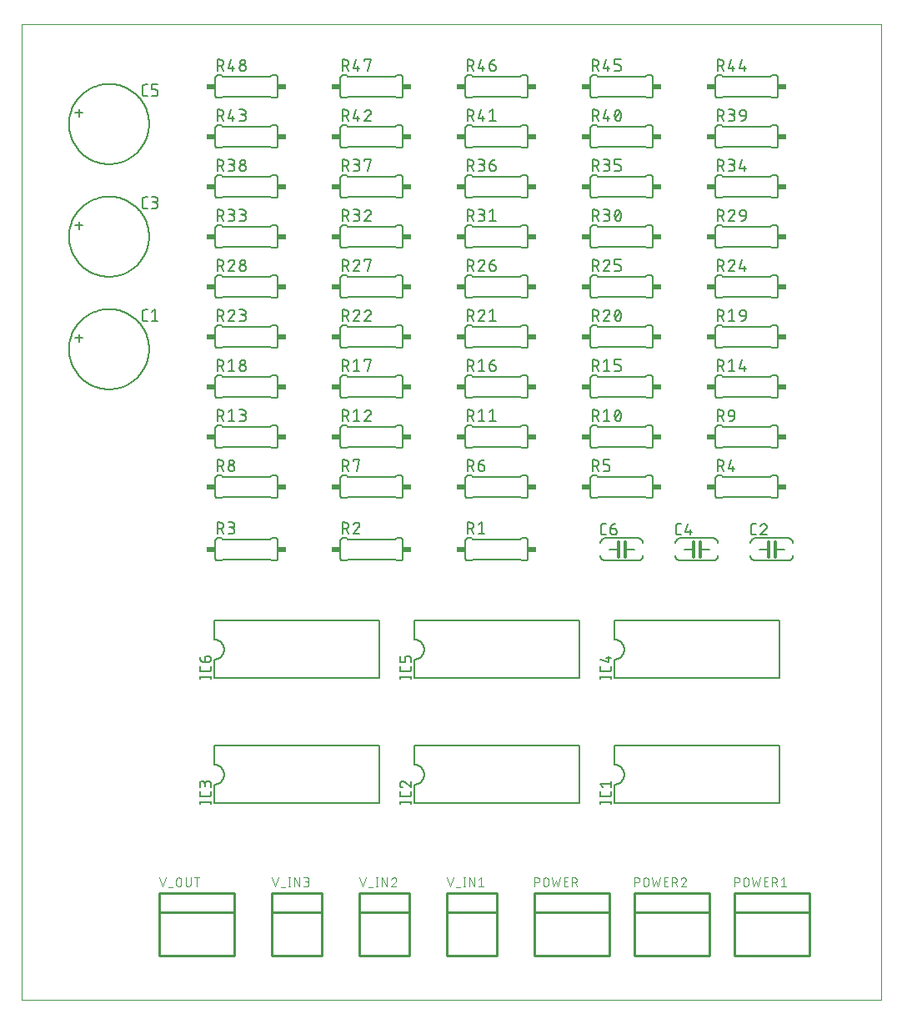
<source format=gto>
G75*
%MOIN*%
%OFA0B0*%
%FSLAX25Y25*%
%IPPOS*%
%LPD*%
%AMOC8*
5,1,8,0,0,1.08239X$1,22.5*
%
%ADD10C,0.00000*%
%ADD11C,0.00600*%
%ADD12C,0.00500*%
%ADD13C,0.01200*%
%ADD14C,0.01000*%
%ADD15C,0.00400*%
%ADD16R,0.03400X0.02400*%
D10*
X0001000Y0001000D02*
X0001000Y0390961D01*
X0344701Y0390961D01*
X0344701Y0001000D01*
X0001000Y0001000D01*
D11*
X0078000Y0079500D02*
X0078000Y0087000D01*
X0078126Y0087002D01*
X0078251Y0087008D01*
X0078376Y0087018D01*
X0078501Y0087032D01*
X0078626Y0087049D01*
X0078750Y0087071D01*
X0078873Y0087096D01*
X0078995Y0087126D01*
X0079116Y0087159D01*
X0079236Y0087196D01*
X0079355Y0087236D01*
X0079472Y0087281D01*
X0079589Y0087329D01*
X0079703Y0087381D01*
X0079816Y0087436D01*
X0079927Y0087495D01*
X0080036Y0087557D01*
X0080143Y0087623D01*
X0080248Y0087692D01*
X0080351Y0087764D01*
X0080452Y0087839D01*
X0080550Y0087918D01*
X0080645Y0088000D01*
X0080738Y0088084D01*
X0080828Y0088172D01*
X0080916Y0088262D01*
X0081000Y0088355D01*
X0081082Y0088450D01*
X0081161Y0088548D01*
X0081236Y0088649D01*
X0081308Y0088752D01*
X0081377Y0088857D01*
X0081443Y0088964D01*
X0081505Y0089073D01*
X0081564Y0089184D01*
X0081619Y0089297D01*
X0081671Y0089411D01*
X0081719Y0089528D01*
X0081764Y0089645D01*
X0081804Y0089764D01*
X0081841Y0089884D01*
X0081874Y0090005D01*
X0081904Y0090127D01*
X0081929Y0090250D01*
X0081951Y0090374D01*
X0081968Y0090499D01*
X0081982Y0090624D01*
X0081992Y0090749D01*
X0081998Y0090874D01*
X0082000Y0091000D01*
X0081998Y0091126D01*
X0081992Y0091251D01*
X0081982Y0091376D01*
X0081968Y0091501D01*
X0081951Y0091626D01*
X0081929Y0091750D01*
X0081904Y0091873D01*
X0081874Y0091995D01*
X0081841Y0092116D01*
X0081804Y0092236D01*
X0081764Y0092355D01*
X0081719Y0092472D01*
X0081671Y0092589D01*
X0081619Y0092703D01*
X0081564Y0092816D01*
X0081505Y0092927D01*
X0081443Y0093036D01*
X0081377Y0093143D01*
X0081308Y0093248D01*
X0081236Y0093351D01*
X0081161Y0093452D01*
X0081082Y0093550D01*
X0081000Y0093645D01*
X0080916Y0093738D01*
X0080828Y0093828D01*
X0080738Y0093916D01*
X0080645Y0094000D01*
X0080550Y0094082D01*
X0080452Y0094161D01*
X0080351Y0094236D01*
X0080248Y0094308D01*
X0080143Y0094377D01*
X0080036Y0094443D01*
X0079927Y0094505D01*
X0079816Y0094564D01*
X0079703Y0094619D01*
X0079589Y0094671D01*
X0079472Y0094719D01*
X0079355Y0094764D01*
X0079236Y0094804D01*
X0079116Y0094841D01*
X0078995Y0094874D01*
X0078873Y0094904D01*
X0078750Y0094929D01*
X0078626Y0094951D01*
X0078501Y0094968D01*
X0078376Y0094982D01*
X0078251Y0094992D01*
X0078126Y0094998D01*
X0078000Y0095000D01*
X0078000Y0102500D01*
X0144000Y0102500D01*
X0144000Y0079500D01*
X0078000Y0079500D01*
X0078000Y0129500D02*
X0078000Y0137000D01*
X0078126Y0137002D01*
X0078251Y0137008D01*
X0078376Y0137018D01*
X0078501Y0137032D01*
X0078626Y0137049D01*
X0078750Y0137071D01*
X0078873Y0137096D01*
X0078995Y0137126D01*
X0079116Y0137159D01*
X0079236Y0137196D01*
X0079355Y0137236D01*
X0079472Y0137281D01*
X0079589Y0137329D01*
X0079703Y0137381D01*
X0079816Y0137436D01*
X0079927Y0137495D01*
X0080036Y0137557D01*
X0080143Y0137623D01*
X0080248Y0137692D01*
X0080351Y0137764D01*
X0080452Y0137839D01*
X0080550Y0137918D01*
X0080645Y0138000D01*
X0080738Y0138084D01*
X0080828Y0138172D01*
X0080916Y0138262D01*
X0081000Y0138355D01*
X0081082Y0138450D01*
X0081161Y0138548D01*
X0081236Y0138649D01*
X0081308Y0138752D01*
X0081377Y0138857D01*
X0081443Y0138964D01*
X0081505Y0139073D01*
X0081564Y0139184D01*
X0081619Y0139297D01*
X0081671Y0139411D01*
X0081719Y0139528D01*
X0081764Y0139645D01*
X0081804Y0139764D01*
X0081841Y0139884D01*
X0081874Y0140005D01*
X0081904Y0140127D01*
X0081929Y0140250D01*
X0081951Y0140374D01*
X0081968Y0140499D01*
X0081982Y0140624D01*
X0081992Y0140749D01*
X0081998Y0140874D01*
X0082000Y0141000D01*
X0081998Y0141126D01*
X0081992Y0141251D01*
X0081982Y0141376D01*
X0081968Y0141501D01*
X0081951Y0141626D01*
X0081929Y0141750D01*
X0081904Y0141873D01*
X0081874Y0141995D01*
X0081841Y0142116D01*
X0081804Y0142236D01*
X0081764Y0142355D01*
X0081719Y0142472D01*
X0081671Y0142589D01*
X0081619Y0142703D01*
X0081564Y0142816D01*
X0081505Y0142927D01*
X0081443Y0143036D01*
X0081377Y0143143D01*
X0081308Y0143248D01*
X0081236Y0143351D01*
X0081161Y0143452D01*
X0081082Y0143550D01*
X0081000Y0143645D01*
X0080916Y0143738D01*
X0080828Y0143828D01*
X0080738Y0143916D01*
X0080645Y0144000D01*
X0080550Y0144082D01*
X0080452Y0144161D01*
X0080351Y0144236D01*
X0080248Y0144308D01*
X0080143Y0144377D01*
X0080036Y0144443D01*
X0079927Y0144505D01*
X0079816Y0144564D01*
X0079703Y0144619D01*
X0079589Y0144671D01*
X0079472Y0144719D01*
X0079355Y0144764D01*
X0079236Y0144804D01*
X0079116Y0144841D01*
X0078995Y0144874D01*
X0078873Y0144904D01*
X0078750Y0144929D01*
X0078626Y0144951D01*
X0078501Y0144968D01*
X0078376Y0144982D01*
X0078251Y0144992D01*
X0078126Y0144998D01*
X0078000Y0145000D01*
X0078000Y0152500D01*
X0144000Y0152500D01*
X0144000Y0129500D01*
X0078000Y0129500D01*
X0079500Y0176500D02*
X0081000Y0176500D01*
X0081500Y0177000D01*
X0100500Y0177000D01*
X0101000Y0176500D01*
X0102500Y0176500D01*
X0102560Y0176502D01*
X0102621Y0176507D01*
X0102680Y0176516D01*
X0102739Y0176529D01*
X0102798Y0176545D01*
X0102855Y0176565D01*
X0102910Y0176588D01*
X0102965Y0176615D01*
X0103017Y0176644D01*
X0103068Y0176677D01*
X0103117Y0176713D01*
X0103163Y0176751D01*
X0103207Y0176793D01*
X0103249Y0176837D01*
X0103287Y0176883D01*
X0103323Y0176932D01*
X0103356Y0176983D01*
X0103385Y0177035D01*
X0103412Y0177090D01*
X0103435Y0177145D01*
X0103455Y0177202D01*
X0103471Y0177261D01*
X0103484Y0177320D01*
X0103493Y0177379D01*
X0103498Y0177440D01*
X0103500Y0177500D01*
X0103500Y0184500D01*
X0103498Y0184560D01*
X0103493Y0184621D01*
X0103484Y0184680D01*
X0103471Y0184739D01*
X0103455Y0184798D01*
X0103435Y0184855D01*
X0103412Y0184910D01*
X0103385Y0184965D01*
X0103356Y0185017D01*
X0103323Y0185068D01*
X0103287Y0185117D01*
X0103249Y0185163D01*
X0103207Y0185207D01*
X0103163Y0185249D01*
X0103117Y0185287D01*
X0103068Y0185323D01*
X0103017Y0185356D01*
X0102965Y0185385D01*
X0102910Y0185412D01*
X0102855Y0185435D01*
X0102798Y0185455D01*
X0102739Y0185471D01*
X0102680Y0185484D01*
X0102621Y0185493D01*
X0102560Y0185498D01*
X0102500Y0185500D01*
X0101000Y0185500D01*
X0100500Y0185000D01*
X0081500Y0185000D01*
X0081000Y0185500D01*
X0079500Y0185500D01*
X0079440Y0185498D01*
X0079379Y0185493D01*
X0079320Y0185484D01*
X0079261Y0185471D01*
X0079202Y0185455D01*
X0079145Y0185435D01*
X0079090Y0185412D01*
X0079035Y0185385D01*
X0078983Y0185356D01*
X0078932Y0185323D01*
X0078883Y0185287D01*
X0078837Y0185249D01*
X0078793Y0185207D01*
X0078751Y0185163D01*
X0078713Y0185117D01*
X0078677Y0185068D01*
X0078644Y0185017D01*
X0078615Y0184965D01*
X0078588Y0184910D01*
X0078565Y0184855D01*
X0078545Y0184798D01*
X0078529Y0184739D01*
X0078516Y0184680D01*
X0078507Y0184621D01*
X0078502Y0184560D01*
X0078500Y0184500D01*
X0078500Y0177500D01*
X0078502Y0177440D01*
X0078507Y0177379D01*
X0078516Y0177320D01*
X0078529Y0177261D01*
X0078545Y0177202D01*
X0078565Y0177145D01*
X0078588Y0177090D01*
X0078615Y0177035D01*
X0078644Y0176983D01*
X0078677Y0176932D01*
X0078713Y0176883D01*
X0078751Y0176837D01*
X0078793Y0176793D01*
X0078837Y0176751D01*
X0078883Y0176713D01*
X0078932Y0176677D01*
X0078983Y0176644D01*
X0079035Y0176615D01*
X0079090Y0176588D01*
X0079145Y0176565D01*
X0079202Y0176545D01*
X0079261Y0176529D01*
X0079320Y0176516D01*
X0079379Y0176507D01*
X0079440Y0176502D01*
X0079500Y0176500D01*
X0079500Y0201500D02*
X0081000Y0201500D01*
X0081500Y0202000D01*
X0100500Y0202000D01*
X0101000Y0201500D01*
X0102500Y0201500D01*
X0102560Y0201502D01*
X0102621Y0201507D01*
X0102680Y0201516D01*
X0102739Y0201529D01*
X0102798Y0201545D01*
X0102855Y0201565D01*
X0102910Y0201588D01*
X0102965Y0201615D01*
X0103017Y0201644D01*
X0103068Y0201677D01*
X0103117Y0201713D01*
X0103163Y0201751D01*
X0103207Y0201793D01*
X0103249Y0201837D01*
X0103287Y0201883D01*
X0103323Y0201932D01*
X0103356Y0201983D01*
X0103385Y0202035D01*
X0103412Y0202090D01*
X0103435Y0202145D01*
X0103455Y0202202D01*
X0103471Y0202261D01*
X0103484Y0202320D01*
X0103493Y0202379D01*
X0103498Y0202440D01*
X0103500Y0202500D01*
X0103500Y0209500D01*
X0103498Y0209560D01*
X0103493Y0209621D01*
X0103484Y0209680D01*
X0103471Y0209739D01*
X0103455Y0209798D01*
X0103435Y0209855D01*
X0103412Y0209910D01*
X0103385Y0209965D01*
X0103356Y0210017D01*
X0103323Y0210068D01*
X0103287Y0210117D01*
X0103249Y0210163D01*
X0103207Y0210207D01*
X0103163Y0210249D01*
X0103117Y0210287D01*
X0103068Y0210323D01*
X0103017Y0210356D01*
X0102965Y0210385D01*
X0102910Y0210412D01*
X0102855Y0210435D01*
X0102798Y0210455D01*
X0102739Y0210471D01*
X0102680Y0210484D01*
X0102621Y0210493D01*
X0102560Y0210498D01*
X0102500Y0210500D01*
X0101000Y0210500D01*
X0100500Y0210000D01*
X0081500Y0210000D01*
X0081000Y0210500D01*
X0079500Y0210500D01*
X0079440Y0210498D01*
X0079379Y0210493D01*
X0079320Y0210484D01*
X0079261Y0210471D01*
X0079202Y0210455D01*
X0079145Y0210435D01*
X0079090Y0210412D01*
X0079035Y0210385D01*
X0078983Y0210356D01*
X0078932Y0210323D01*
X0078883Y0210287D01*
X0078837Y0210249D01*
X0078793Y0210207D01*
X0078751Y0210163D01*
X0078713Y0210117D01*
X0078677Y0210068D01*
X0078644Y0210017D01*
X0078615Y0209965D01*
X0078588Y0209910D01*
X0078565Y0209855D01*
X0078545Y0209798D01*
X0078529Y0209739D01*
X0078516Y0209680D01*
X0078507Y0209621D01*
X0078502Y0209560D01*
X0078500Y0209500D01*
X0078500Y0202500D01*
X0078502Y0202440D01*
X0078507Y0202379D01*
X0078516Y0202320D01*
X0078529Y0202261D01*
X0078545Y0202202D01*
X0078565Y0202145D01*
X0078588Y0202090D01*
X0078615Y0202035D01*
X0078644Y0201983D01*
X0078677Y0201932D01*
X0078713Y0201883D01*
X0078751Y0201837D01*
X0078793Y0201793D01*
X0078837Y0201751D01*
X0078883Y0201713D01*
X0078932Y0201677D01*
X0078983Y0201644D01*
X0079035Y0201615D01*
X0079090Y0201588D01*
X0079145Y0201565D01*
X0079202Y0201545D01*
X0079261Y0201529D01*
X0079320Y0201516D01*
X0079379Y0201507D01*
X0079440Y0201502D01*
X0079500Y0201500D01*
X0079500Y0221500D02*
X0081000Y0221500D01*
X0081500Y0222000D01*
X0100500Y0222000D01*
X0101000Y0221500D01*
X0102500Y0221500D01*
X0102560Y0221502D01*
X0102621Y0221507D01*
X0102680Y0221516D01*
X0102739Y0221529D01*
X0102798Y0221545D01*
X0102855Y0221565D01*
X0102910Y0221588D01*
X0102965Y0221615D01*
X0103017Y0221644D01*
X0103068Y0221677D01*
X0103117Y0221713D01*
X0103163Y0221751D01*
X0103207Y0221793D01*
X0103249Y0221837D01*
X0103287Y0221883D01*
X0103323Y0221932D01*
X0103356Y0221983D01*
X0103385Y0222035D01*
X0103412Y0222090D01*
X0103435Y0222145D01*
X0103455Y0222202D01*
X0103471Y0222261D01*
X0103484Y0222320D01*
X0103493Y0222379D01*
X0103498Y0222440D01*
X0103500Y0222500D01*
X0103500Y0229500D01*
X0103498Y0229560D01*
X0103493Y0229621D01*
X0103484Y0229680D01*
X0103471Y0229739D01*
X0103455Y0229798D01*
X0103435Y0229855D01*
X0103412Y0229910D01*
X0103385Y0229965D01*
X0103356Y0230017D01*
X0103323Y0230068D01*
X0103287Y0230117D01*
X0103249Y0230163D01*
X0103207Y0230207D01*
X0103163Y0230249D01*
X0103117Y0230287D01*
X0103068Y0230323D01*
X0103017Y0230356D01*
X0102965Y0230385D01*
X0102910Y0230412D01*
X0102855Y0230435D01*
X0102798Y0230455D01*
X0102739Y0230471D01*
X0102680Y0230484D01*
X0102621Y0230493D01*
X0102560Y0230498D01*
X0102500Y0230500D01*
X0101000Y0230500D01*
X0100500Y0230000D01*
X0081500Y0230000D01*
X0081000Y0230500D01*
X0079500Y0230500D01*
X0079440Y0230498D01*
X0079379Y0230493D01*
X0079320Y0230484D01*
X0079261Y0230471D01*
X0079202Y0230455D01*
X0079145Y0230435D01*
X0079090Y0230412D01*
X0079035Y0230385D01*
X0078983Y0230356D01*
X0078932Y0230323D01*
X0078883Y0230287D01*
X0078837Y0230249D01*
X0078793Y0230207D01*
X0078751Y0230163D01*
X0078713Y0230117D01*
X0078677Y0230068D01*
X0078644Y0230017D01*
X0078615Y0229965D01*
X0078588Y0229910D01*
X0078565Y0229855D01*
X0078545Y0229798D01*
X0078529Y0229739D01*
X0078516Y0229680D01*
X0078507Y0229621D01*
X0078502Y0229560D01*
X0078500Y0229500D01*
X0078500Y0222500D01*
X0078502Y0222440D01*
X0078507Y0222379D01*
X0078516Y0222320D01*
X0078529Y0222261D01*
X0078545Y0222202D01*
X0078565Y0222145D01*
X0078588Y0222090D01*
X0078615Y0222035D01*
X0078644Y0221983D01*
X0078677Y0221932D01*
X0078713Y0221883D01*
X0078751Y0221837D01*
X0078793Y0221793D01*
X0078837Y0221751D01*
X0078883Y0221713D01*
X0078932Y0221677D01*
X0078983Y0221644D01*
X0079035Y0221615D01*
X0079090Y0221588D01*
X0079145Y0221565D01*
X0079202Y0221545D01*
X0079261Y0221529D01*
X0079320Y0221516D01*
X0079379Y0221507D01*
X0079440Y0221502D01*
X0079500Y0221500D01*
X0079500Y0241500D02*
X0081000Y0241500D01*
X0081500Y0242000D01*
X0100500Y0242000D01*
X0101000Y0241500D01*
X0102500Y0241500D01*
X0102560Y0241502D01*
X0102621Y0241507D01*
X0102680Y0241516D01*
X0102739Y0241529D01*
X0102798Y0241545D01*
X0102855Y0241565D01*
X0102910Y0241588D01*
X0102965Y0241615D01*
X0103017Y0241644D01*
X0103068Y0241677D01*
X0103117Y0241713D01*
X0103163Y0241751D01*
X0103207Y0241793D01*
X0103249Y0241837D01*
X0103287Y0241883D01*
X0103323Y0241932D01*
X0103356Y0241983D01*
X0103385Y0242035D01*
X0103412Y0242090D01*
X0103435Y0242145D01*
X0103455Y0242202D01*
X0103471Y0242261D01*
X0103484Y0242320D01*
X0103493Y0242379D01*
X0103498Y0242440D01*
X0103500Y0242500D01*
X0103500Y0249500D01*
X0103498Y0249560D01*
X0103493Y0249621D01*
X0103484Y0249680D01*
X0103471Y0249739D01*
X0103455Y0249798D01*
X0103435Y0249855D01*
X0103412Y0249910D01*
X0103385Y0249965D01*
X0103356Y0250017D01*
X0103323Y0250068D01*
X0103287Y0250117D01*
X0103249Y0250163D01*
X0103207Y0250207D01*
X0103163Y0250249D01*
X0103117Y0250287D01*
X0103068Y0250323D01*
X0103017Y0250356D01*
X0102965Y0250385D01*
X0102910Y0250412D01*
X0102855Y0250435D01*
X0102798Y0250455D01*
X0102739Y0250471D01*
X0102680Y0250484D01*
X0102621Y0250493D01*
X0102560Y0250498D01*
X0102500Y0250500D01*
X0101000Y0250500D01*
X0100500Y0250000D01*
X0081500Y0250000D01*
X0081000Y0250500D01*
X0079500Y0250500D01*
X0079440Y0250498D01*
X0079379Y0250493D01*
X0079320Y0250484D01*
X0079261Y0250471D01*
X0079202Y0250455D01*
X0079145Y0250435D01*
X0079090Y0250412D01*
X0079035Y0250385D01*
X0078983Y0250356D01*
X0078932Y0250323D01*
X0078883Y0250287D01*
X0078837Y0250249D01*
X0078793Y0250207D01*
X0078751Y0250163D01*
X0078713Y0250117D01*
X0078677Y0250068D01*
X0078644Y0250017D01*
X0078615Y0249965D01*
X0078588Y0249910D01*
X0078565Y0249855D01*
X0078545Y0249798D01*
X0078529Y0249739D01*
X0078516Y0249680D01*
X0078507Y0249621D01*
X0078502Y0249560D01*
X0078500Y0249500D01*
X0078500Y0242500D01*
X0078502Y0242440D01*
X0078507Y0242379D01*
X0078516Y0242320D01*
X0078529Y0242261D01*
X0078545Y0242202D01*
X0078565Y0242145D01*
X0078588Y0242090D01*
X0078615Y0242035D01*
X0078644Y0241983D01*
X0078677Y0241932D01*
X0078713Y0241883D01*
X0078751Y0241837D01*
X0078793Y0241793D01*
X0078837Y0241751D01*
X0078883Y0241713D01*
X0078932Y0241677D01*
X0078983Y0241644D01*
X0079035Y0241615D01*
X0079090Y0241588D01*
X0079145Y0241565D01*
X0079202Y0241545D01*
X0079261Y0241529D01*
X0079320Y0241516D01*
X0079379Y0241507D01*
X0079440Y0241502D01*
X0079500Y0241500D01*
X0079500Y0261500D02*
X0081000Y0261500D01*
X0081500Y0262000D01*
X0100500Y0262000D01*
X0101000Y0261500D01*
X0102500Y0261500D01*
X0102560Y0261502D01*
X0102621Y0261507D01*
X0102680Y0261516D01*
X0102739Y0261529D01*
X0102798Y0261545D01*
X0102855Y0261565D01*
X0102910Y0261588D01*
X0102965Y0261615D01*
X0103017Y0261644D01*
X0103068Y0261677D01*
X0103117Y0261713D01*
X0103163Y0261751D01*
X0103207Y0261793D01*
X0103249Y0261837D01*
X0103287Y0261883D01*
X0103323Y0261932D01*
X0103356Y0261983D01*
X0103385Y0262035D01*
X0103412Y0262090D01*
X0103435Y0262145D01*
X0103455Y0262202D01*
X0103471Y0262261D01*
X0103484Y0262320D01*
X0103493Y0262379D01*
X0103498Y0262440D01*
X0103500Y0262500D01*
X0103500Y0269500D01*
X0103498Y0269560D01*
X0103493Y0269621D01*
X0103484Y0269680D01*
X0103471Y0269739D01*
X0103455Y0269798D01*
X0103435Y0269855D01*
X0103412Y0269910D01*
X0103385Y0269965D01*
X0103356Y0270017D01*
X0103323Y0270068D01*
X0103287Y0270117D01*
X0103249Y0270163D01*
X0103207Y0270207D01*
X0103163Y0270249D01*
X0103117Y0270287D01*
X0103068Y0270323D01*
X0103017Y0270356D01*
X0102965Y0270385D01*
X0102910Y0270412D01*
X0102855Y0270435D01*
X0102798Y0270455D01*
X0102739Y0270471D01*
X0102680Y0270484D01*
X0102621Y0270493D01*
X0102560Y0270498D01*
X0102500Y0270500D01*
X0101000Y0270500D01*
X0100500Y0270000D01*
X0081500Y0270000D01*
X0081000Y0270500D01*
X0079500Y0270500D01*
X0079440Y0270498D01*
X0079379Y0270493D01*
X0079320Y0270484D01*
X0079261Y0270471D01*
X0079202Y0270455D01*
X0079145Y0270435D01*
X0079090Y0270412D01*
X0079035Y0270385D01*
X0078983Y0270356D01*
X0078932Y0270323D01*
X0078883Y0270287D01*
X0078837Y0270249D01*
X0078793Y0270207D01*
X0078751Y0270163D01*
X0078713Y0270117D01*
X0078677Y0270068D01*
X0078644Y0270017D01*
X0078615Y0269965D01*
X0078588Y0269910D01*
X0078565Y0269855D01*
X0078545Y0269798D01*
X0078529Y0269739D01*
X0078516Y0269680D01*
X0078507Y0269621D01*
X0078502Y0269560D01*
X0078500Y0269500D01*
X0078500Y0262500D01*
X0078502Y0262440D01*
X0078507Y0262379D01*
X0078516Y0262320D01*
X0078529Y0262261D01*
X0078545Y0262202D01*
X0078565Y0262145D01*
X0078588Y0262090D01*
X0078615Y0262035D01*
X0078644Y0261983D01*
X0078677Y0261932D01*
X0078713Y0261883D01*
X0078751Y0261837D01*
X0078793Y0261793D01*
X0078837Y0261751D01*
X0078883Y0261713D01*
X0078932Y0261677D01*
X0078983Y0261644D01*
X0079035Y0261615D01*
X0079090Y0261588D01*
X0079145Y0261565D01*
X0079202Y0261545D01*
X0079261Y0261529D01*
X0079320Y0261516D01*
X0079379Y0261507D01*
X0079440Y0261502D01*
X0079500Y0261500D01*
X0079500Y0281500D02*
X0081000Y0281500D01*
X0081500Y0282000D01*
X0100500Y0282000D01*
X0101000Y0281500D01*
X0102500Y0281500D01*
X0102560Y0281502D01*
X0102621Y0281507D01*
X0102680Y0281516D01*
X0102739Y0281529D01*
X0102798Y0281545D01*
X0102855Y0281565D01*
X0102910Y0281588D01*
X0102965Y0281615D01*
X0103017Y0281644D01*
X0103068Y0281677D01*
X0103117Y0281713D01*
X0103163Y0281751D01*
X0103207Y0281793D01*
X0103249Y0281837D01*
X0103287Y0281883D01*
X0103323Y0281932D01*
X0103356Y0281983D01*
X0103385Y0282035D01*
X0103412Y0282090D01*
X0103435Y0282145D01*
X0103455Y0282202D01*
X0103471Y0282261D01*
X0103484Y0282320D01*
X0103493Y0282379D01*
X0103498Y0282440D01*
X0103500Y0282500D01*
X0103500Y0289500D01*
X0103498Y0289560D01*
X0103493Y0289621D01*
X0103484Y0289680D01*
X0103471Y0289739D01*
X0103455Y0289798D01*
X0103435Y0289855D01*
X0103412Y0289910D01*
X0103385Y0289965D01*
X0103356Y0290017D01*
X0103323Y0290068D01*
X0103287Y0290117D01*
X0103249Y0290163D01*
X0103207Y0290207D01*
X0103163Y0290249D01*
X0103117Y0290287D01*
X0103068Y0290323D01*
X0103017Y0290356D01*
X0102965Y0290385D01*
X0102910Y0290412D01*
X0102855Y0290435D01*
X0102798Y0290455D01*
X0102739Y0290471D01*
X0102680Y0290484D01*
X0102621Y0290493D01*
X0102560Y0290498D01*
X0102500Y0290500D01*
X0101000Y0290500D01*
X0100500Y0290000D01*
X0081500Y0290000D01*
X0081000Y0290500D01*
X0079500Y0290500D01*
X0079440Y0290498D01*
X0079379Y0290493D01*
X0079320Y0290484D01*
X0079261Y0290471D01*
X0079202Y0290455D01*
X0079145Y0290435D01*
X0079090Y0290412D01*
X0079035Y0290385D01*
X0078983Y0290356D01*
X0078932Y0290323D01*
X0078883Y0290287D01*
X0078837Y0290249D01*
X0078793Y0290207D01*
X0078751Y0290163D01*
X0078713Y0290117D01*
X0078677Y0290068D01*
X0078644Y0290017D01*
X0078615Y0289965D01*
X0078588Y0289910D01*
X0078565Y0289855D01*
X0078545Y0289798D01*
X0078529Y0289739D01*
X0078516Y0289680D01*
X0078507Y0289621D01*
X0078502Y0289560D01*
X0078500Y0289500D01*
X0078500Y0282500D01*
X0078502Y0282440D01*
X0078507Y0282379D01*
X0078516Y0282320D01*
X0078529Y0282261D01*
X0078545Y0282202D01*
X0078565Y0282145D01*
X0078588Y0282090D01*
X0078615Y0282035D01*
X0078644Y0281983D01*
X0078677Y0281932D01*
X0078713Y0281883D01*
X0078751Y0281837D01*
X0078793Y0281793D01*
X0078837Y0281751D01*
X0078883Y0281713D01*
X0078932Y0281677D01*
X0078983Y0281644D01*
X0079035Y0281615D01*
X0079090Y0281588D01*
X0079145Y0281565D01*
X0079202Y0281545D01*
X0079261Y0281529D01*
X0079320Y0281516D01*
X0079379Y0281507D01*
X0079440Y0281502D01*
X0079500Y0281500D01*
X0079500Y0301500D02*
X0081000Y0301500D01*
X0081500Y0302000D01*
X0100500Y0302000D01*
X0101000Y0301500D01*
X0102500Y0301500D01*
X0102560Y0301502D01*
X0102621Y0301507D01*
X0102680Y0301516D01*
X0102739Y0301529D01*
X0102798Y0301545D01*
X0102855Y0301565D01*
X0102910Y0301588D01*
X0102965Y0301615D01*
X0103017Y0301644D01*
X0103068Y0301677D01*
X0103117Y0301713D01*
X0103163Y0301751D01*
X0103207Y0301793D01*
X0103249Y0301837D01*
X0103287Y0301883D01*
X0103323Y0301932D01*
X0103356Y0301983D01*
X0103385Y0302035D01*
X0103412Y0302090D01*
X0103435Y0302145D01*
X0103455Y0302202D01*
X0103471Y0302261D01*
X0103484Y0302320D01*
X0103493Y0302379D01*
X0103498Y0302440D01*
X0103500Y0302500D01*
X0103500Y0309500D01*
X0103498Y0309560D01*
X0103493Y0309621D01*
X0103484Y0309680D01*
X0103471Y0309739D01*
X0103455Y0309798D01*
X0103435Y0309855D01*
X0103412Y0309910D01*
X0103385Y0309965D01*
X0103356Y0310017D01*
X0103323Y0310068D01*
X0103287Y0310117D01*
X0103249Y0310163D01*
X0103207Y0310207D01*
X0103163Y0310249D01*
X0103117Y0310287D01*
X0103068Y0310323D01*
X0103017Y0310356D01*
X0102965Y0310385D01*
X0102910Y0310412D01*
X0102855Y0310435D01*
X0102798Y0310455D01*
X0102739Y0310471D01*
X0102680Y0310484D01*
X0102621Y0310493D01*
X0102560Y0310498D01*
X0102500Y0310500D01*
X0101000Y0310500D01*
X0100500Y0310000D01*
X0081500Y0310000D01*
X0081000Y0310500D01*
X0079500Y0310500D01*
X0079440Y0310498D01*
X0079379Y0310493D01*
X0079320Y0310484D01*
X0079261Y0310471D01*
X0079202Y0310455D01*
X0079145Y0310435D01*
X0079090Y0310412D01*
X0079035Y0310385D01*
X0078983Y0310356D01*
X0078932Y0310323D01*
X0078883Y0310287D01*
X0078837Y0310249D01*
X0078793Y0310207D01*
X0078751Y0310163D01*
X0078713Y0310117D01*
X0078677Y0310068D01*
X0078644Y0310017D01*
X0078615Y0309965D01*
X0078588Y0309910D01*
X0078565Y0309855D01*
X0078545Y0309798D01*
X0078529Y0309739D01*
X0078516Y0309680D01*
X0078507Y0309621D01*
X0078502Y0309560D01*
X0078500Y0309500D01*
X0078500Y0302500D01*
X0078502Y0302440D01*
X0078507Y0302379D01*
X0078516Y0302320D01*
X0078529Y0302261D01*
X0078545Y0302202D01*
X0078565Y0302145D01*
X0078588Y0302090D01*
X0078615Y0302035D01*
X0078644Y0301983D01*
X0078677Y0301932D01*
X0078713Y0301883D01*
X0078751Y0301837D01*
X0078793Y0301793D01*
X0078837Y0301751D01*
X0078883Y0301713D01*
X0078932Y0301677D01*
X0078983Y0301644D01*
X0079035Y0301615D01*
X0079090Y0301588D01*
X0079145Y0301565D01*
X0079202Y0301545D01*
X0079261Y0301529D01*
X0079320Y0301516D01*
X0079379Y0301507D01*
X0079440Y0301502D01*
X0079500Y0301500D01*
X0079500Y0321500D02*
X0081000Y0321500D01*
X0081500Y0322000D01*
X0100500Y0322000D01*
X0101000Y0321500D01*
X0102500Y0321500D01*
X0102560Y0321502D01*
X0102621Y0321507D01*
X0102680Y0321516D01*
X0102739Y0321529D01*
X0102798Y0321545D01*
X0102855Y0321565D01*
X0102910Y0321588D01*
X0102965Y0321615D01*
X0103017Y0321644D01*
X0103068Y0321677D01*
X0103117Y0321713D01*
X0103163Y0321751D01*
X0103207Y0321793D01*
X0103249Y0321837D01*
X0103287Y0321883D01*
X0103323Y0321932D01*
X0103356Y0321983D01*
X0103385Y0322035D01*
X0103412Y0322090D01*
X0103435Y0322145D01*
X0103455Y0322202D01*
X0103471Y0322261D01*
X0103484Y0322320D01*
X0103493Y0322379D01*
X0103498Y0322440D01*
X0103500Y0322500D01*
X0103500Y0329500D01*
X0103498Y0329560D01*
X0103493Y0329621D01*
X0103484Y0329680D01*
X0103471Y0329739D01*
X0103455Y0329798D01*
X0103435Y0329855D01*
X0103412Y0329910D01*
X0103385Y0329965D01*
X0103356Y0330017D01*
X0103323Y0330068D01*
X0103287Y0330117D01*
X0103249Y0330163D01*
X0103207Y0330207D01*
X0103163Y0330249D01*
X0103117Y0330287D01*
X0103068Y0330323D01*
X0103017Y0330356D01*
X0102965Y0330385D01*
X0102910Y0330412D01*
X0102855Y0330435D01*
X0102798Y0330455D01*
X0102739Y0330471D01*
X0102680Y0330484D01*
X0102621Y0330493D01*
X0102560Y0330498D01*
X0102500Y0330500D01*
X0101000Y0330500D01*
X0100500Y0330000D01*
X0081500Y0330000D01*
X0081000Y0330500D01*
X0079500Y0330500D01*
X0079440Y0330498D01*
X0079379Y0330493D01*
X0079320Y0330484D01*
X0079261Y0330471D01*
X0079202Y0330455D01*
X0079145Y0330435D01*
X0079090Y0330412D01*
X0079035Y0330385D01*
X0078983Y0330356D01*
X0078932Y0330323D01*
X0078883Y0330287D01*
X0078837Y0330249D01*
X0078793Y0330207D01*
X0078751Y0330163D01*
X0078713Y0330117D01*
X0078677Y0330068D01*
X0078644Y0330017D01*
X0078615Y0329965D01*
X0078588Y0329910D01*
X0078565Y0329855D01*
X0078545Y0329798D01*
X0078529Y0329739D01*
X0078516Y0329680D01*
X0078507Y0329621D01*
X0078502Y0329560D01*
X0078500Y0329500D01*
X0078500Y0322500D01*
X0078502Y0322440D01*
X0078507Y0322379D01*
X0078516Y0322320D01*
X0078529Y0322261D01*
X0078545Y0322202D01*
X0078565Y0322145D01*
X0078588Y0322090D01*
X0078615Y0322035D01*
X0078644Y0321983D01*
X0078677Y0321932D01*
X0078713Y0321883D01*
X0078751Y0321837D01*
X0078793Y0321793D01*
X0078837Y0321751D01*
X0078883Y0321713D01*
X0078932Y0321677D01*
X0078983Y0321644D01*
X0079035Y0321615D01*
X0079090Y0321588D01*
X0079145Y0321565D01*
X0079202Y0321545D01*
X0079261Y0321529D01*
X0079320Y0321516D01*
X0079379Y0321507D01*
X0079440Y0321502D01*
X0079500Y0321500D01*
X0079500Y0341500D02*
X0081000Y0341500D01*
X0081500Y0342000D01*
X0100500Y0342000D01*
X0101000Y0341500D01*
X0102500Y0341500D01*
X0102560Y0341502D01*
X0102621Y0341507D01*
X0102680Y0341516D01*
X0102739Y0341529D01*
X0102798Y0341545D01*
X0102855Y0341565D01*
X0102910Y0341588D01*
X0102965Y0341615D01*
X0103017Y0341644D01*
X0103068Y0341677D01*
X0103117Y0341713D01*
X0103163Y0341751D01*
X0103207Y0341793D01*
X0103249Y0341837D01*
X0103287Y0341883D01*
X0103323Y0341932D01*
X0103356Y0341983D01*
X0103385Y0342035D01*
X0103412Y0342090D01*
X0103435Y0342145D01*
X0103455Y0342202D01*
X0103471Y0342261D01*
X0103484Y0342320D01*
X0103493Y0342379D01*
X0103498Y0342440D01*
X0103500Y0342500D01*
X0103500Y0349500D01*
X0103498Y0349560D01*
X0103493Y0349621D01*
X0103484Y0349680D01*
X0103471Y0349739D01*
X0103455Y0349798D01*
X0103435Y0349855D01*
X0103412Y0349910D01*
X0103385Y0349965D01*
X0103356Y0350017D01*
X0103323Y0350068D01*
X0103287Y0350117D01*
X0103249Y0350163D01*
X0103207Y0350207D01*
X0103163Y0350249D01*
X0103117Y0350287D01*
X0103068Y0350323D01*
X0103017Y0350356D01*
X0102965Y0350385D01*
X0102910Y0350412D01*
X0102855Y0350435D01*
X0102798Y0350455D01*
X0102739Y0350471D01*
X0102680Y0350484D01*
X0102621Y0350493D01*
X0102560Y0350498D01*
X0102500Y0350500D01*
X0101000Y0350500D01*
X0100500Y0350000D01*
X0081500Y0350000D01*
X0081000Y0350500D01*
X0079500Y0350500D01*
X0079440Y0350498D01*
X0079379Y0350493D01*
X0079320Y0350484D01*
X0079261Y0350471D01*
X0079202Y0350455D01*
X0079145Y0350435D01*
X0079090Y0350412D01*
X0079035Y0350385D01*
X0078983Y0350356D01*
X0078932Y0350323D01*
X0078883Y0350287D01*
X0078837Y0350249D01*
X0078793Y0350207D01*
X0078751Y0350163D01*
X0078713Y0350117D01*
X0078677Y0350068D01*
X0078644Y0350017D01*
X0078615Y0349965D01*
X0078588Y0349910D01*
X0078565Y0349855D01*
X0078545Y0349798D01*
X0078529Y0349739D01*
X0078516Y0349680D01*
X0078507Y0349621D01*
X0078502Y0349560D01*
X0078500Y0349500D01*
X0078500Y0342500D01*
X0078502Y0342440D01*
X0078507Y0342379D01*
X0078516Y0342320D01*
X0078529Y0342261D01*
X0078545Y0342202D01*
X0078565Y0342145D01*
X0078588Y0342090D01*
X0078615Y0342035D01*
X0078644Y0341983D01*
X0078677Y0341932D01*
X0078713Y0341883D01*
X0078751Y0341837D01*
X0078793Y0341793D01*
X0078837Y0341751D01*
X0078883Y0341713D01*
X0078932Y0341677D01*
X0078983Y0341644D01*
X0079035Y0341615D01*
X0079090Y0341588D01*
X0079145Y0341565D01*
X0079202Y0341545D01*
X0079261Y0341529D01*
X0079320Y0341516D01*
X0079379Y0341507D01*
X0079440Y0341502D01*
X0079500Y0341500D01*
X0079500Y0361500D02*
X0081000Y0361500D01*
X0081500Y0362000D01*
X0100500Y0362000D01*
X0101000Y0361500D01*
X0102500Y0361500D01*
X0102560Y0361502D01*
X0102621Y0361507D01*
X0102680Y0361516D01*
X0102739Y0361529D01*
X0102798Y0361545D01*
X0102855Y0361565D01*
X0102910Y0361588D01*
X0102965Y0361615D01*
X0103017Y0361644D01*
X0103068Y0361677D01*
X0103117Y0361713D01*
X0103163Y0361751D01*
X0103207Y0361793D01*
X0103249Y0361837D01*
X0103287Y0361883D01*
X0103323Y0361932D01*
X0103356Y0361983D01*
X0103385Y0362035D01*
X0103412Y0362090D01*
X0103435Y0362145D01*
X0103455Y0362202D01*
X0103471Y0362261D01*
X0103484Y0362320D01*
X0103493Y0362379D01*
X0103498Y0362440D01*
X0103500Y0362500D01*
X0103500Y0369500D01*
X0103498Y0369560D01*
X0103493Y0369621D01*
X0103484Y0369680D01*
X0103471Y0369739D01*
X0103455Y0369798D01*
X0103435Y0369855D01*
X0103412Y0369910D01*
X0103385Y0369965D01*
X0103356Y0370017D01*
X0103323Y0370068D01*
X0103287Y0370117D01*
X0103249Y0370163D01*
X0103207Y0370207D01*
X0103163Y0370249D01*
X0103117Y0370287D01*
X0103068Y0370323D01*
X0103017Y0370356D01*
X0102965Y0370385D01*
X0102910Y0370412D01*
X0102855Y0370435D01*
X0102798Y0370455D01*
X0102739Y0370471D01*
X0102680Y0370484D01*
X0102621Y0370493D01*
X0102560Y0370498D01*
X0102500Y0370500D01*
X0101000Y0370500D01*
X0100500Y0370000D01*
X0081500Y0370000D01*
X0081000Y0370500D01*
X0079500Y0370500D01*
X0079440Y0370498D01*
X0079379Y0370493D01*
X0079320Y0370484D01*
X0079261Y0370471D01*
X0079202Y0370455D01*
X0079145Y0370435D01*
X0079090Y0370412D01*
X0079035Y0370385D01*
X0078983Y0370356D01*
X0078932Y0370323D01*
X0078883Y0370287D01*
X0078837Y0370249D01*
X0078793Y0370207D01*
X0078751Y0370163D01*
X0078713Y0370117D01*
X0078677Y0370068D01*
X0078644Y0370017D01*
X0078615Y0369965D01*
X0078588Y0369910D01*
X0078565Y0369855D01*
X0078545Y0369798D01*
X0078529Y0369739D01*
X0078516Y0369680D01*
X0078507Y0369621D01*
X0078502Y0369560D01*
X0078500Y0369500D01*
X0078500Y0362500D01*
X0078502Y0362440D01*
X0078507Y0362379D01*
X0078516Y0362320D01*
X0078529Y0362261D01*
X0078545Y0362202D01*
X0078565Y0362145D01*
X0078588Y0362090D01*
X0078615Y0362035D01*
X0078644Y0361983D01*
X0078677Y0361932D01*
X0078713Y0361883D01*
X0078751Y0361837D01*
X0078793Y0361793D01*
X0078837Y0361751D01*
X0078883Y0361713D01*
X0078932Y0361677D01*
X0078983Y0361644D01*
X0079035Y0361615D01*
X0079090Y0361588D01*
X0079145Y0361565D01*
X0079202Y0361545D01*
X0079261Y0361529D01*
X0079320Y0361516D01*
X0079379Y0361507D01*
X0079440Y0361502D01*
X0079500Y0361500D01*
X0020000Y0351000D02*
X0020005Y0351393D01*
X0020019Y0351785D01*
X0020043Y0352177D01*
X0020077Y0352568D01*
X0020120Y0352959D01*
X0020173Y0353348D01*
X0020236Y0353735D01*
X0020307Y0354121D01*
X0020389Y0354506D01*
X0020479Y0354888D01*
X0020580Y0355267D01*
X0020689Y0355645D01*
X0020808Y0356019D01*
X0020935Y0356390D01*
X0021072Y0356758D01*
X0021218Y0357123D01*
X0021373Y0357484D01*
X0021536Y0357841D01*
X0021708Y0358194D01*
X0021889Y0358542D01*
X0022079Y0358886D01*
X0022276Y0359226D01*
X0022482Y0359560D01*
X0022696Y0359889D01*
X0022919Y0360213D01*
X0023149Y0360531D01*
X0023386Y0360844D01*
X0023632Y0361150D01*
X0023885Y0361451D01*
X0024145Y0361745D01*
X0024412Y0362033D01*
X0024686Y0362314D01*
X0024967Y0362588D01*
X0025255Y0362855D01*
X0025549Y0363115D01*
X0025850Y0363368D01*
X0026156Y0363614D01*
X0026469Y0363851D01*
X0026787Y0364081D01*
X0027111Y0364304D01*
X0027440Y0364518D01*
X0027774Y0364724D01*
X0028114Y0364921D01*
X0028458Y0365111D01*
X0028806Y0365292D01*
X0029159Y0365464D01*
X0029516Y0365627D01*
X0029877Y0365782D01*
X0030242Y0365928D01*
X0030610Y0366065D01*
X0030981Y0366192D01*
X0031355Y0366311D01*
X0031733Y0366420D01*
X0032112Y0366521D01*
X0032494Y0366611D01*
X0032879Y0366693D01*
X0033265Y0366764D01*
X0033652Y0366827D01*
X0034041Y0366880D01*
X0034432Y0366923D01*
X0034823Y0366957D01*
X0035215Y0366981D01*
X0035607Y0366995D01*
X0036000Y0367000D01*
X0036393Y0366995D01*
X0036785Y0366981D01*
X0037177Y0366957D01*
X0037568Y0366923D01*
X0037959Y0366880D01*
X0038348Y0366827D01*
X0038735Y0366764D01*
X0039121Y0366693D01*
X0039506Y0366611D01*
X0039888Y0366521D01*
X0040267Y0366420D01*
X0040645Y0366311D01*
X0041019Y0366192D01*
X0041390Y0366065D01*
X0041758Y0365928D01*
X0042123Y0365782D01*
X0042484Y0365627D01*
X0042841Y0365464D01*
X0043194Y0365292D01*
X0043542Y0365111D01*
X0043886Y0364921D01*
X0044226Y0364724D01*
X0044560Y0364518D01*
X0044889Y0364304D01*
X0045213Y0364081D01*
X0045531Y0363851D01*
X0045844Y0363614D01*
X0046150Y0363368D01*
X0046451Y0363115D01*
X0046745Y0362855D01*
X0047033Y0362588D01*
X0047314Y0362314D01*
X0047588Y0362033D01*
X0047855Y0361745D01*
X0048115Y0361451D01*
X0048368Y0361150D01*
X0048614Y0360844D01*
X0048851Y0360531D01*
X0049081Y0360213D01*
X0049304Y0359889D01*
X0049518Y0359560D01*
X0049724Y0359226D01*
X0049921Y0358886D01*
X0050111Y0358542D01*
X0050292Y0358194D01*
X0050464Y0357841D01*
X0050627Y0357484D01*
X0050782Y0357123D01*
X0050928Y0356758D01*
X0051065Y0356390D01*
X0051192Y0356019D01*
X0051311Y0355645D01*
X0051420Y0355267D01*
X0051521Y0354888D01*
X0051611Y0354506D01*
X0051693Y0354121D01*
X0051764Y0353735D01*
X0051827Y0353348D01*
X0051880Y0352959D01*
X0051923Y0352568D01*
X0051957Y0352177D01*
X0051981Y0351785D01*
X0051995Y0351393D01*
X0052000Y0351000D01*
X0051995Y0350607D01*
X0051981Y0350215D01*
X0051957Y0349823D01*
X0051923Y0349432D01*
X0051880Y0349041D01*
X0051827Y0348652D01*
X0051764Y0348265D01*
X0051693Y0347879D01*
X0051611Y0347494D01*
X0051521Y0347112D01*
X0051420Y0346733D01*
X0051311Y0346355D01*
X0051192Y0345981D01*
X0051065Y0345610D01*
X0050928Y0345242D01*
X0050782Y0344877D01*
X0050627Y0344516D01*
X0050464Y0344159D01*
X0050292Y0343806D01*
X0050111Y0343458D01*
X0049921Y0343114D01*
X0049724Y0342774D01*
X0049518Y0342440D01*
X0049304Y0342111D01*
X0049081Y0341787D01*
X0048851Y0341469D01*
X0048614Y0341156D01*
X0048368Y0340850D01*
X0048115Y0340549D01*
X0047855Y0340255D01*
X0047588Y0339967D01*
X0047314Y0339686D01*
X0047033Y0339412D01*
X0046745Y0339145D01*
X0046451Y0338885D01*
X0046150Y0338632D01*
X0045844Y0338386D01*
X0045531Y0338149D01*
X0045213Y0337919D01*
X0044889Y0337696D01*
X0044560Y0337482D01*
X0044226Y0337276D01*
X0043886Y0337079D01*
X0043542Y0336889D01*
X0043194Y0336708D01*
X0042841Y0336536D01*
X0042484Y0336373D01*
X0042123Y0336218D01*
X0041758Y0336072D01*
X0041390Y0335935D01*
X0041019Y0335808D01*
X0040645Y0335689D01*
X0040267Y0335580D01*
X0039888Y0335479D01*
X0039506Y0335389D01*
X0039121Y0335307D01*
X0038735Y0335236D01*
X0038348Y0335173D01*
X0037959Y0335120D01*
X0037568Y0335077D01*
X0037177Y0335043D01*
X0036785Y0335019D01*
X0036393Y0335005D01*
X0036000Y0335000D01*
X0035607Y0335005D01*
X0035215Y0335019D01*
X0034823Y0335043D01*
X0034432Y0335077D01*
X0034041Y0335120D01*
X0033652Y0335173D01*
X0033265Y0335236D01*
X0032879Y0335307D01*
X0032494Y0335389D01*
X0032112Y0335479D01*
X0031733Y0335580D01*
X0031355Y0335689D01*
X0030981Y0335808D01*
X0030610Y0335935D01*
X0030242Y0336072D01*
X0029877Y0336218D01*
X0029516Y0336373D01*
X0029159Y0336536D01*
X0028806Y0336708D01*
X0028458Y0336889D01*
X0028114Y0337079D01*
X0027774Y0337276D01*
X0027440Y0337482D01*
X0027111Y0337696D01*
X0026787Y0337919D01*
X0026469Y0338149D01*
X0026156Y0338386D01*
X0025850Y0338632D01*
X0025549Y0338885D01*
X0025255Y0339145D01*
X0024967Y0339412D01*
X0024686Y0339686D01*
X0024412Y0339967D01*
X0024145Y0340255D01*
X0023885Y0340549D01*
X0023632Y0340850D01*
X0023386Y0341156D01*
X0023149Y0341469D01*
X0022919Y0341787D01*
X0022696Y0342111D01*
X0022482Y0342440D01*
X0022276Y0342774D01*
X0022079Y0343114D01*
X0021889Y0343458D01*
X0021708Y0343806D01*
X0021536Y0344159D01*
X0021373Y0344516D01*
X0021218Y0344877D01*
X0021072Y0345242D01*
X0020935Y0345610D01*
X0020808Y0345981D01*
X0020689Y0346355D01*
X0020580Y0346733D01*
X0020479Y0347112D01*
X0020389Y0347494D01*
X0020307Y0347879D01*
X0020236Y0348265D01*
X0020173Y0348652D01*
X0020120Y0349041D01*
X0020077Y0349432D01*
X0020043Y0349823D01*
X0020019Y0350215D01*
X0020005Y0350607D01*
X0020000Y0351000D01*
X0024000Y0354000D02*
X0024000Y0357000D01*
X0022500Y0355500D02*
X0025500Y0355500D01*
X0024000Y0312000D02*
X0024000Y0309000D01*
X0022500Y0310500D02*
X0025500Y0310500D01*
X0020000Y0306000D02*
X0020005Y0306393D01*
X0020019Y0306785D01*
X0020043Y0307177D01*
X0020077Y0307568D01*
X0020120Y0307959D01*
X0020173Y0308348D01*
X0020236Y0308735D01*
X0020307Y0309121D01*
X0020389Y0309506D01*
X0020479Y0309888D01*
X0020580Y0310267D01*
X0020689Y0310645D01*
X0020808Y0311019D01*
X0020935Y0311390D01*
X0021072Y0311758D01*
X0021218Y0312123D01*
X0021373Y0312484D01*
X0021536Y0312841D01*
X0021708Y0313194D01*
X0021889Y0313542D01*
X0022079Y0313886D01*
X0022276Y0314226D01*
X0022482Y0314560D01*
X0022696Y0314889D01*
X0022919Y0315213D01*
X0023149Y0315531D01*
X0023386Y0315844D01*
X0023632Y0316150D01*
X0023885Y0316451D01*
X0024145Y0316745D01*
X0024412Y0317033D01*
X0024686Y0317314D01*
X0024967Y0317588D01*
X0025255Y0317855D01*
X0025549Y0318115D01*
X0025850Y0318368D01*
X0026156Y0318614D01*
X0026469Y0318851D01*
X0026787Y0319081D01*
X0027111Y0319304D01*
X0027440Y0319518D01*
X0027774Y0319724D01*
X0028114Y0319921D01*
X0028458Y0320111D01*
X0028806Y0320292D01*
X0029159Y0320464D01*
X0029516Y0320627D01*
X0029877Y0320782D01*
X0030242Y0320928D01*
X0030610Y0321065D01*
X0030981Y0321192D01*
X0031355Y0321311D01*
X0031733Y0321420D01*
X0032112Y0321521D01*
X0032494Y0321611D01*
X0032879Y0321693D01*
X0033265Y0321764D01*
X0033652Y0321827D01*
X0034041Y0321880D01*
X0034432Y0321923D01*
X0034823Y0321957D01*
X0035215Y0321981D01*
X0035607Y0321995D01*
X0036000Y0322000D01*
X0036393Y0321995D01*
X0036785Y0321981D01*
X0037177Y0321957D01*
X0037568Y0321923D01*
X0037959Y0321880D01*
X0038348Y0321827D01*
X0038735Y0321764D01*
X0039121Y0321693D01*
X0039506Y0321611D01*
X0039888Y0321521D01*
X0040267Y0321420D01*
X0040645Y0321311D01*
X0041019Y0321192D01*
X0041390Y0321065D01*
X0041758Y0320928D01*
X0042123Y0320782D01*
X0042484Y0320627D01*
X0042841Y0320464D01*
X0043194Y0320292D01*
X0043542Y0320111D01*
X0043886Y0319921D01*
X0044226Y0319724D01*
X0044560Y0319518D01*
X0044889Y0319304D01*
X0045213Y0319081D01*
X0045531Y0318851D01*
X0045844Y0318614D01*
X0046150Y0318368D01*
X0046451Y0318115D01*
X0046745Y0317855D01*
X0047033Y0317588D01*
X0047314Y0317314D01*
X0047588Y0317033D01*
X0047855Y0316745D01*
X0048115Y0316451D01*
X0048368Y0316150D01*
X0048614Y0315844D01*
X0048851Y0315531D01*
X0049081Y0315213D01*
X0049304Y0314889D01*
X0049518Y0314560D01*
X0049724Y0314226D01*
X0049921Y0313886D01*
X0050111Y0313542D01*
X0050292Y0313194D01*
X0050464Y0312841D01*
X0050627Y0312484D01*
X0050782Y0312123D01*
X0050928Y0311758D01*
X0051065Y0311390D01*
X0051192Y0311019D01*
X0051311Y0310645D01*
X0051420Y0310267D01*
X0051521Y0309888D01*
X0051611Y0309506D01*
X0051693Y0309121D01*
X0051764Y0308735D01*
X0051827Y0308348D01*
X0051880Y0307959D01*
X0051923Y0307568D01*
X0051957Y0307177D01*
X0051981Y0306785D01*
X0051995Y0306393D01*
X0052000Y0306000D01*
X0051995Y0305607D01*
X0051981Y0305215D01*
X0051957Y0304823D01*
X0051923Y0304432D01*
X0051880Y0304041D01*
X0051827Y0303652D01*
X0051764Y0303265D01*
X0051693Y0302879D01*
X0051611Y0302494D01*
X0051521Y0302112D01*
X0051420Y0301733D01*
X0051311Y0301355D01*
X0051192Y0300981D01*
X0051065Y0300610D01*
X0050928Y0300242D01*
X0050782Y0299877D01*
X0050627Y0299516D01*
X0050464Y0299159D01*
X0050292Y0298806D01*
X0050111Y0298458D01*
X0049921Y0298114D01*
X0049724Y0297774D01*
X0049518Y0297440D01*
X0049304Y0297111D01*
X0049081Y0296787D01*
X0048851Y0296469D01*
X0048614Y0296156D01*
X0048368Y0295850D01*
X0048115Y0295549D01*
X0047855Y0295255D01*
X0047588Y0294967D01*
X0047314Y0294686D01*
X0047033Y0294412D01*
X0046745Y0294145D01*
X0046451Y0293885D01*
X0046150Y0293632D01*
X0045844Y0293386D01*
X0045531Y0293149D01*
X0045213Y0292919D01*
X0044889Y0292696D01*
X0044560Y0292482D01*
X0044226Y0292276D01*
X0043886Y0292079D01*
X0043542Y0291889D01*
X0043194Y0291708D01*
X0042841Y0291536D01*
X0042484Y0291373D01*
X0042123Y0291218D01*
X0041758Y0291072D01*
X0041390Y0290935D01*
X0041019Y0290808D01*
X0040645Y0290689D01*
X0040267Y0290580D01*
X0039888Y0290479D01*
X0039506Y0290389D01*
X0039121Y0290307D01*
X0038735Y0290236D01*
X0038348Y0290173D01*
X0037959Y0290120D01*
X0037568Y0290077D01*
X0037177Y0290043D01*
X0036785Y0290019D01*
X0036393Y0290005D01*
X0036000Y0290000D01*
X0035607Y0290005D01*
X0035215Y0290019D01*
X0034823Y0290043D01*
X0034432Y0290077D01*
X0034041Y0290120D01*
X0033652Y0290173D01*
X0033265Y0290236D01*
X0032879Y0290307D01*
X0032494Y0290389D01*
X0032112Y0290479D01*
X0031733Y0290580D01*
X0031355Y0290689D01*
X0030981Y0290808D01*
X0030610Y0290935D01*
X0030242Y0291072D01*
X0029877Y0291218D01*
X0029516Y0291373D01*
X0029159Y0291536D01*
X0028806Y0291708D01*
X0028458Y0291889D01*
X0028114Y0292079D01*
X0027774Y0292276D01*
X0027440Y0292482D01*
X0027111Y0292696D01*
X0026787Y0292919D01*
X0026469Y0293149D01*
X0026156Y0293386D01*
X0025850Y0293632D01*
X0025549Y0293885D01*
X0025255Y0294145D01*
X0024967Y0294412D01*
X0024686Y0294686D01*
X0024412Y0294967D01*
X0024145Y0295255D01*
X0023885Y0295549D01*
X0023632Y0295850D01*
X0023386Y0296156D01*
X0023149Y0296469D01*
X0022919Y0296787D01*
X0022696Y0297111D01*
X0022482Y0297440D01*
X0022276Y0297774D01*
X0022079Y0298114D01*
X0021889Y0298458D01*
X0021708Y0298806D01*
X0021536Y0299159D01*
X0021373Y0299516D01*
X0021218Y0299877D01*
X0021072Y0300242D01*
X0020935Y0300610D01*
X0020808Y0300981D01*
X0020689Y0301355D01*
X0020580Y0301733D01*
X0020479Y0302112D01*
X0020389Y0302494D01*
X0020307Y0302879D01*
X0020236Y0303265D01*
X0020173Y0303652D01*
X0020120Y0304041D01*
X0020077Y0304432D01*
X0020043Y0304823D01*
X0020019Y0305215D01*
X0020005Y0305607D01*
X0020000Y0306000D01*
X0024000Y0267000D02*
X0024000Y0264000D01*
X0022500Y0265500D02*
X0025500Y0265500D01*
X0020000Y0261000D02*
X0020005Y0261393D01*
X0020019Y0261785D01*
X0020043Y0262177D01*
X0020077Y0262568D01*
X0020120Y0262959D01*
X0020173Y0263348D01*
X0020236Y0263735D01*
X0020307Y0264121D01*
X0020389Y0264506D01*
X0020479Y0264888D01*
X0020580Y0265267D01*
X0020689Y0265645D01*
X0020808Y0266019D01*
X0020935Y0266390D01*
X0021072Y0266758D01*
X0021218Y0267123D01*
X0021373Y0267484D01*
X0021536Y0267841D01*
X0021708Y0268194D01*
X0021889Y0268542D01*
X0022079Y0268886D01*
X0022276Y0269226D01*
X0022482Y0269560D01*
X0022696Y0269889D01*
X0022919Y0270213D01*
X0023149Y0270531D01*
X0023386Y0270844D01*
X0023632Y0271150D01*
X0023885Y0271451D01*
X0024145Y0271745D01*
X0024412Y0272033D01*
X0024686Y0272314D01*
X0024967Y0272588D01*
X0025255Y0272855D01*
X0025549Y0273115D01*
X0025850Y0273368D01*
X0026156Y0273614D01*
X0026469Y0273851D01*
X0026787Y0274081D01*
X0027111Y0274304D01*
X0027440Y0274518D01*
X0027774Y0274724D01*
X0028114Y0274921D01*
X0028458Y0275111D01*
X0028806Y0275292D01*
X0029159Y0275464D01*
X0029516Y0275627D01*
X0029877Y0275782D01*
X0030242Y0275928D01*
X0030610Y0276065D01*
X0030981Y0276192D01*
X0031355Y0276311D01*
X0031733Y0276420D01*
X0032112Y0276521D01*
X0032494Y0276611D01*
X0032879Y0276693D01*
X0033265Y0276764D01*
X0033652Y0276827D01*
X0034041Y0276880D01*
X0034432Y0276923D01*
X0034823Y0276957D01*
X0035215Y0276981D01*
X0035607Y0276995D01*
X0036000Y0277000D01*
X0036393Y0276995D01*
X0036785Y0276981D01*
X0037177Y0276957D01*
X0037568Y0276923D01*
X0037959Y0276880D01*
X0038348Y0276827D01*
X0038735Y0276764D01*
X0039121Y0276693D01*
X0039506Y0276611D01*
X0039888Y0276521D01*
X0040267Y0276420D01*
X0040645Y0276311D01*
X0041019Y0276192D01*
X0041390Y0276065D01*
X0041758Y0275928D01*
X0042123Y0275782D01*
X0042484Y0275627D01*
X0042841Y0275464D01*
X0043194Y0275292D01*
X0043542Y0275111D01*
X0043886Y0274921D01*
X0044226Y0274724D01*
X0044560Y0274518D01*
X0044889Y0274304D01*
X0045213Y0274081D01*
X0045531Y0273851D01*
X0045844Y0273614D01*
X0046150Y0273368D01*
X0046451Y0273115D01*
X0046745Y0272855D01*
X0047033Y0272588D01*
X0047314Y0272314D01*
X0047588Y0272033D01*
X0047855Y0271745D01*
X0048115Y0271451D01*
X0048368Y0271150D01*
X0048614Y0270844D01*
X0048851Y0270531D01*
X0049081Y0270213D01*
X0049304Y0269889D01*
X0049518Y0269560D01*
X0049724Y0269226D01*
X0049921Y0268886D01*
X0050111Y0268542D01*
X0050292Y0268194D01*
X0050464Y0267841D01*
X0050627Y0267484D01*
X0050782Y0267123D01*
X0050928Y0266758D01*
X0051065Y0266390D01*
X0051192Y0266019D01*
X0051311Y0265645D01*
X0051420Y0265267D01*
X0051521Y0264888D01*
X0051611Y0264506D01*
X0051693Y0264121D01*
X0051764Y0263735D01*
X0051827Y0263348D01*
X0051880Y0262959D01*
X0051923Y0262568D01*
X0051957Y0262177D01*
X0051981Y0261785D01*
X0051995Y0261393D01*
X0052000Y0261000D01*
X0051995Y0260607D01*
X0051981Y0260215D01*
X0051957Y0259823D01*
X0051923Y0259432D01*
X0051880Y0259041D01*
X0051827Y0258652D01*
X0051764Y0258265D01*
X0051693Y0257879D01*
X0051611Y0257494D01*
X0051521Y0257112D01*
X0051420Y0256733D01*
X0051311Y0256355D01*
X0051192Y0255981D01*
X0051065Y0255610D01*
X0050928Y0255242D01*
X0050782Y0254877D01*
X0050627Y0254516D01*
X0050464Y0254159D01*
X0050292Y0253806D01*
X0050111Y0253458D01*
X0049921Y0253114D01*
X0049724Y0252774D01*
X0049518Y0252440D01*
X0049304Y0252111D01*
X0049081Y0251787D01*
X0048851Y0251469D01*
X0048614Y0251156D01*
X0048368Y0250850D01*
X0048115Y0250549D01*
X0047855Y0250255D01*
X0047588Y0249967D01*
X0047314Y0249686D01*
X0047033Y0249412D01*
X0046745Y0249145D01*
X0046451Y0248885D01*
X0046150Y0248632D01*
X0045844Y0248386D01*
X0045531Y0248149D01*
X0045213Y0247919D01*
X0044889Y0247696D01*
X0044560Y0247482D01*
X0044226Y0247276D01*
X0043886Y0247079D01*
X0043542Y0246889D01*
X0043194Y0246708D01*
X0042841Y0246536D01*
X0042484Y0246373D01*
X0042123Y0246218D01*
X0041758Y0246072D01*
X0041390Y0245935D01*
X0041019Y0245808D01*
X0040645Y0245689D01*
X0040267Y0245580D01*
X0039888Y0245479D01*
X0039506Y0245389D01*
X0039121Y0245307D01*
X0038735Y0245236D01*
X0038348Y0245173D01*
X0037959Y0245120D01*
X0037568Y0245077D01*
X0037177Y0245043D01*
X0036785Y0245019D01*
X0036393Y0245005D01*
X0036000Y0245000D01*
X0035607Y0245005D01*
X0035215Y0245019D01*
X0034823Y0245043D01*
X0034432Y0245077D01*
X0034041Y0245120D01*
X0033652Y0245173D01*
X0033265Y0245236D01*
X0032879Y0245307D01*
X0032494Y0245389D01*
X0032112Y0245479D01*
X0031733Y0245580D01*
X0031355Y0245689D01*
X0030981Y0245808D01*
X0030610Y0245935D01*
X0030242Y0246072D01*
X0029877Y0246218D01*
X0029516Y0246373D01*
X0029159Y0246536D01*
X0028806Y0246708D01*
X0028458Y0246889D01*
X0028114Y0247079D01*
X0027774Y0247276D01*
X0027440Y0247482D01*
X0027111Y0247696D01*
X0026787Y0247919D01*
X0026469Y0248149D01*
X0026156Y0248386D01*
X0025850Y0248632D01*
X0025549Y0248885D01*
X0025255Y0249145D01*
X0024967Y0249412D01*
X0024686Y0249686D01*
X0024412Y0249967D01*
X0024145Y0250255D01*
X0023885Y0250549D01*
X0023632Y0250850D01*
X0023386Y0251156D01*
X0023149Y0251469D01*
X0022919Y0251787D01*
X0022696Y0252111D01*
X0022482Y0252440D01*
X0022276Y0252774D01*
X0022079Y0253114D01*
X0021889Y0253458D01*
X0021708Y0253806D01*
X0021536Y0254159D01*
X0021373Y0254516D01*
X0021218Y0254877D01*
X0021072Y0255242D01*
X0020935Y0255610D01*
X0020808Y0255981D01*
X0020689Y0256355D01*
X0020580Y0256733D01*
X0020479Y0257112D01*
X0020389Y0257494D01*
X0020307Y0257879D01*
X0020236Y0258265D01*
X0020173Y0258652D01*
X0020120Y0259041D01*
X0020077Y0259432D01*
X0020043Y0259823D01*
X0020019Y0260215D01*
X0020005Y0260607D01*
X0020000Y0261000D01*
X0128500Y0262500D02*
X0128500Y0269500D01*
X0128502Y0269560D01*
X0128507Y0269621D01*
X0128516Y0269680D01*
X0128529Y0269739D01*
X0128545Y0269798D01*
X0128565Y0269855D01*
X0128588Y0269910D01*
X0128615Y0269965D01*
X0128644Y0270017D01*
X0128677Y0270068D01*
X0128713Y0270117D01*
X0128751Y0270163D01*
X0128793Y0270207D01*
X0128837Y0270249D01*
X0128883Y0270287D01*
X0128932Y0270323D01*
X0128983Y0270356D01*
X0129035Y0270385D01*
X0129090Y0270412D01*
X0129145Y0270435D01*
X0129202Y0270455D01*
X0129261Y0270471D01*
X0129320Y0270484D01*
X0129379Y0270493D01*
X0129440Y0270498D01*
X0129500Y0270500D01*
X0131000Y0270500D01*
X0131500Y0270000D01*
X0150500Y0270000D01*
X0151000Y0270500D01*
X0152500Y0270500D01*
X0152560Y0270498D01*
X0152621Y0270493D01*
X0152680Y0270484D01*
X0152739Y0270471D01*
X0152798Y0270455D01*
X0152855Y0270435D01*
X0152910Y0270412D01*
X0152965Y0270385D01*
X0153017Y0270356D01*
X0153068Y0270323D01*
X0153117Y0270287D01*
X0153163Y0270249D01*
X0153207Y0270207D01*
X0153249Y0270163D01*
X0153287Y0270117D01*
X0153323Y0270068D01*
X0153356Y0270017D01*
X0153385Y0269965D01*
X0153412Y0269910D01*
X0153435Y0269855D01*
X0153455Y0269798D01*
X0153471Y0269739D01*
X0153484Y0269680D01*
X0153493Y0269621D01*
X0153498Y0269560D01*
X0153500Y0269500D01*
X0153500Y0262500D01*
X0153498Y0262440D01*
X0153493Y0262379D01*
X0153484Y0262320D01*
X0153471Y0262261D01*
X0153455Y0262202D01*
X0153435Y0262145D01*
X0153412Y0262090D01*
X0153385Y0262035D01*
X0153356Y0261983D01*
X0153323Y0261932D01*
X0153287Y0261883D01*
X0153249Y0261837D01*
X0153207Y0261793D01*
X0153163Y0261751D01*
X0153117Y0261713D01*
X0153068Y0261677D01*
X0153017Y0261644D01*
X0152965Y0261615D01*
X0152910Y0261588D01*
X0152855Y0261565D01*
X0152798Y0261545D01*
X0152739Y0261529D01*
X0152680Y0261516D01*
X0152621Y0261507D01*
X0152560Y0261502D01*
X0152500Y0261500D01*
X0151000Y0261500D01*
X0150500Y0262000D01*
X0131500Y0262000D01*
X0131000Y0261500D01*
X0129500Y0261500D01*
X0129440Y0261502D01*
X0129379Y0261507D01*
X0129320Y0261516D01*
X0129261Y0261529D01*
X0129202Y0261545D01*
X0129145Y0261565D01*
X0129090Y0261588D01*
X0129035Y0261615D01*
X0128983Y0261644D01*
X0128932Y0261677D01*
X0128883Y0261713D01*
X0128837Y0261751D01*
X0128793Y0261793D01*
X0128751Y0261837D01*
X0128713Y0261883D01*
X0128677Y0261932D01*
X0128644Y0261983D01*
X0128615Y0262035D01*
X0128588Y0262090D01*
X0128565Y0262145D01*
X0128545Y0262202D01*
X0128529Y0262261D01*
X0128516Y0262320D01*
X0128507Y0262379D01*
X0128502Y0262440D01*
X0128500Y0262500D01*
X0129500Y0250500D02*
X0131000Y0250500D01*
X0131500Y0250000D01*
X0150500Y0250000D01*
X0151000Y0250500D01*
X0152500Y0250500D01*
X0152560Y0250498D01*
X0152621Y0250493D01*
X0152680Y0250484D01*
X0152739Y0250471D01*
X0152798Y0250455D01*
X0152855Y0250435D01*
X0152910Y0250412D01*
X0152965Y0250385D01*
X0153017Y0250356D01*
X0153068Y0250323D01*
X0153117Y0250287D01*
X0153163Y0250249D01*
X0153207Y0250207D01*
X0153249Y0250163D01*
X0153287Y0250117D01*
X0153323Y0250068D01*
X0153356Y0250017D01*
X0153385Y0249965D01*
X0153412Y0249910D01*
X0153435Y0249855D01*
X0153455Y0249798D01*
X0153471Y0249739D01*
X0153484Y0249680D01*
X0153493Y0249621D01*
X0153498Y0249560D01*
X0153500Y0249500D01*
X0153500Y0242500D01*
X0153498Y0242440D01*
X0153493Y0242379D01*
X0153484Y0242320D01*
X0153471Y0242261D01*
X0153455Y0242202D01*
X0153435Y0242145D01*
X0153412Y0242090D01*
X0153385Y0242035D01*
X0153356Y0241983D01*
X0153323Y0241932D01*
X0153287Y0241883D01*
X0153249Y0241837D01*
X0153207Y0241793D01*
X0153163Y0241751D01*
X0153117Y0241713D01*
X0153068Y0241677D01*
X0153017Y0241644D01*
X0152965Y0241615D01*
X0152910Y0241588D01*
X0152855Y0241565D01*
X0152798Y0241545D01*
X0152739Y0241529D01*
X0152680Y0241516D01*
X0152621Y0241507D01*
X0152560Y0241502D01*
X0152500Y0241500D01*
X0151000Y0241500D01*
X0150500Y0242000D01*
X0131500Y0242000D01*
X0131000Y0241500D01*
X0129500Y0241500D01*
X0129440Y0241502D01*
X0129379Y0241507D01*
X0129320Y0241516D01*
X0129261Y0241529D01*
X0129202Y0241545D01*
X0129145Y0241565D01*
X0129090Y0241588D01*
X0129035Y0241615D01*
X0128983Y0241644D01*
X0128932Y0241677D01*
X0128883Y0241713D01*
X0128837Y0241751D01*
X0128793Y0241793D01*
X0128751Y0241837D01*
X0128713Y0241883D01*
X0128677Y0241932D01*
X0128644Y0241983D01*
X0128615Y0242035D01*
X0128588Y0242090D01*
X0128565Y0242145D01*
X0128545Y0242202D01*
X0128529Y0242261D01*
X0128516Y0242320D01*
X0128507Y0242379D01*
X0128502Y0242440D01*
X0128500Y0242500D01*
X0128500Y0249500D01*
X0128502Y0249560D01*
X0128507Y0249621D01*
X0128516Y0249680D01*
X0128529Y0249739D01*
X0128545Y0249798D01*
X0128565Y0249855D01*
X0128588Y0249910D01*
X0128615Y0249965D01*
X0128644Y0250017D01*
X0128677Y0250068D01*
X0128713Y0250117D01*
X0128751Y0250163D01*
X0128793Y0250207D01*
X0128837Y0250249D01*
X0128883Y0250287D01*
X0128932Y0250323D01*
X0128983Y0250356D01*
X0129035Y0250385D01*
X0129090Y0250412D01*
X0129145Y0250435D01*
X0129202Y0250455D01*
X0129261Y0250471D01*
X0129320Y0250484D01*
X0129379Y0250493D01*
X0129440Y0250498D01*
X0129500Y0250500D01*
X0129500Y0230500D02*
X0131000Y0230500D01*
X0131500Y0230000D01*
X0150500Y0230000D01*
X0151000Y0230500D01*
X0152500Y0230500D01*
X0152560Y0230498D01*
X0152621Y0230493D01*
X0152680Y0230484D01*
X0152739Y0230471D01*
X0152798Y0230455D01*
X0152855Y0230435D01*
X0152910Y0230412D01*
X0152965Y0230385D01*
X0153017Y0230356D01*
X0153068Y0230323D01*
X0153117Y0230287D01*
X0153163Y0230249D01*
X0153207Y0230207D01*
X0153249Y0230163D01*
X0153287Y0230117D01*
X0153323Y0230068D01*
X0153356Y0230017D01*
X0153385Y0229965D01*
X0153412Y0229910D01*
X0153435Y0229855D01*
X0153455Y0229798D01*
X0153471Y0229739D01*
X0153484Y0229680D01*
X0153493Y0229621D01*
X0153498Y0229560D01*
X0153500Y0229500D01*
X0153500Y0222500D01*
X0153498Y0222440D01*
X0153493Y0222379D01*
X0153484Y0222320D01*
X0153471Y0222261D01*
X0153455Y0222202D01*
X0153435Y0222145D01*
X0153412Y0222090D01*
X0153385Y0222035D01*
X0153356Y0221983D01*
X0153323Y0221932D01*
X0153287Y0221883D01*
X0153249Y0221837D01*
X0153207Y0221793D01*
X0153163Y0221751D01*
X0153117Y0221713D01*
X0153068Y0221677D01*
X0153017Y0221644D01*
X0152965Y0221615D01*
X0152910Y0221588D01*
X0152855Y0221565D01*
X0152798Y0221545D01*
X0152739Y0221529D01*
X0152680Y0221516D01*
X0152621Y0221507D01*
X0152560Y0221502D01*
X0152500Y0221500D01*
X0151000Y0221500D01*
X0150500Y0222000D01*
X0131500Y0222000D01*
X0131000Y0221500D01*
X0129500Y0221500D01*
X0129440Y0221502D01*
X0129379Y0221507D01*
X0129320Y0221516D01*
X0129261Y0221529D01*
X0129202Y0221545D01*
X0129145Y0221565D01*
X0129090Y0221588D01*
X0129035Y0221615D01*
X0128983Y0221644D01*
X0128932Y0221677D01*
X0128883Y0221713D01*
X0128837Y0221751D01*
X0128793Y0221793D01*
X0128751Y0221837D01*
X0128713Y0221883D01*
X0128677Y0221932D01*
X0128644Y0221983D01*
X0128615Y0222035D01*
X0128588Y0222090D01*
X0128565Y0222145D01*
X0128545Y0222202D01*
X0128529Y0222261D01*
X0128516Y0222320D01*
X0128507Y0222379D01*
X0128502Y0222440D01*
X0128500Y0222500D01*
X0128500Y0229500D01*
X0128502Y0229560D01*
X0128507Y0229621D01*
X0128516Y0229680D01*
X0128529Y0229739D01*
X0128545Y0229798D01*
X0128565Y0229855D01*
X0128588Y0229910D01*
X0128615Y0229965D01*
X0128644Y0230017D01*
X0128677Y0230068D01*
X0128713Y0230117D01*
X0128751Y0230163D01*
X0128793Y0230207D01*
X0128837Y0230249D01*
X0128883Y0230287D01*
X0128932Y0230323D01*
X0128983Y0230356D01*
X0129035Y0230385D01*
X0129090Y0230412D01*
X0129145Y0230435D01*
X0129202Y0230455D01*
X0129261Y0230471D01*
X0129320Y0230484D01*
X0129379Y0230493D01*
X0129440Y0230498D01*
X0129500Y0230500D01*
X0129500Y0210500D02*
X0131000Y0210500D01*
X0131500Y0210000D01*
X0150500Y0210000D01*
X0151000Y0210500D01*
X0152500Y0210500D01*
X0152560Y0210498D01*
X0152621Y0210493D01*
X0152680Y0210484D01*
X0152739Y0210471D01*
X0152798Y0210455D01*
X0152855Y0210435D01*
X0152910Y0210412D01*
X0152965Y0210385D01*
X0153017Y0210356D01*
X0153068Y0210323D01*
X0153117Y0210287D01*
X0153163Y0210249D01*
X0153207Y0210207D01*
X0153249Y0210163D01*
X0153287Y0210117D01*
X0153323Y0210068D01*
X0153356Y0210017D01*
X0153385Y0209965D01*
X0153412Y0209910D01*
X0153435Y0209855D01*
X0153455Y0209798D01*
X0153471Y0209739D01*
X0153484Y0209680D01*
X0153493Y0209621D01*
X0153498Y0209560D01*
X0153500Y0209500D01*
X0153500Y0202500D01*
X0153498Y0202440D01*
X0153493Y0202379D01*
X0153484Y0202320D01*
X0153471Y0202261D01*
X0153455Y0202202D01*
X0153435Y0202145D01*
X0153412Y0202090D01*
X0153385Y0202035D01*
X0153356Y0201983D01*
X0153323Y0201932D01*
X0153287Y0201883D01*
X0153249Y0201837D01*
X0153207Y0201793D01*
X0153163Y0201751D01*
X0153117Y0201713D01*
X0153068Y0201677D01*
X0153017Y0201644D01*
X0152965Y0201615D01*
X0152910Y0201588D01*
X0152855Y0201565D01*
X0152798Y0201545D01*
X0152739Y0201529D01*
X0152680Y0201516D01*
X0152621Y0201507D01*
X0152560Y0201502D01*
X0152500Y0201500D01*
X0151000Y0201500D01*
X0150500Y0202000D01*
X0131500Y0202000D01*
X0131000Y0201500D01*
X0129500Y0201500D01*
X0129440Y0201502D01*
X0129379Y0201507D01*
X0129320Y0201516D01*
X0129261Y0201529D01*
X0129202Y0201545D01*
X0129145Y0201565D01*
X0129090Y0201588D01*
X0129035Y0201615D01*
X0128983Y0201644D01*
X0128932Y0201677D01*
X0128883Y0201713D01*
X0128837Y0201751D01*
X0128793Y0201793D01*
X0128751Y0201837D01*
X0128713Y0201883D01*
X0128677Y0201932D01*
X0128644Y0201983D01*
X0128615Y0202035D01*
X0128588Y0202090D01*
X0128565Y0202145D01*
X0128545Y0202202D01*
X0128529Y0202261D01*
X0128516Y0202320D01*
X0128507Y0202379D01*
X0128502Y0202440D01*
X0128500Y0202500D01*
X0128500Y0209500D01*
X0128502Y0209560D01*
X0128507Y0209621D01*
X0128516Y0209680D01*
X0128529Y0209739D01*
X0128545Y0209798D01*
X0128565Y0209855D01*
X0128588Y0209910D01*
X0128615Y0209965D01*
X0128644Y0210017D01*
X0128677Y0210068D01*
X0128713Y0210117D01*
X0128751Y0210163D01*
X0128793Y0210207D01*
X0128837Y0210249D01*
X0128883Y0210287D01*
X0128932Y0210323D01*
X0128983Y0210356D01*
X0129035Y0210385D01*
X0129090Y0210412D01*
X0129145Y0210435D01*
X0129202Y0210455D01*
X0129261Y0210471D01*
X0129320Y0210484D01*
X0129379Y0210493D01*
X0129440Y0210498D01*
X0129500Y0210500D01*
X0129500Y0185500D02*
X0131000Y0185500D01*
X0131500Y0185000D01*
X0150500Y0185000D01*
X0151000Y0185500D01*
X0152500Y0185500D01*
X0152560Y0185498D01*
X0152621Y0185493D01*
X0152680Y0185484D01*
X0152739Y0185471D01*
X0152798Y0185455D01*
X0152855Y0185435D01*
X0152910Y0185412D01*
X0152965Y0185385D01*
X0153017Y0185356D01*
X0153068Y0185323D01*
X0153117Y0185287D01*
X0153163Y0185249D01*
X0153207Y0185207D01*
X0153249Y0185163D01*
X0153287Y0185117D01*
X0153323Y0185068D01*
X0153356Y0185017D01*
X0153385Y0184965D01*
X0153412Y0184910D01*
X0153435Y0184855D01*
X0153455Y0184798D01*
X0153471Y0184739D01*
X0153484Y0184680D01*
X0153493Y0184621D01*
X0153498Y0184560D01*
X0153500Y0184500D01*
X0153500Y0177500D01*
X0153498Y0177440D01*
X0153493Y0177379D01*
X0153484Y0177320D01*
X0153471Y0177261D01*
X0153455Y0177202D01*
X0153435Y0177145D01*
X0153412Y0177090D01*
X0153385Y0177035D01*
X0153356Y0176983D01*
X0153323Y0176932D01*
X0153287Y0176883D01*
X0153249Y0176837D01*
X0153207Y0176793D01*
X0153163Y0176751D01*
X0153117Y0176713D01*
X0153068Y0176677D01*
X0153017Y0176644D01*
X0152965Y0176615D01*
X0152910Y0176588D01*
X0152855Y0176565D01*
X0152798Y0176545D01*
X0152739Y0176529D01*
X0152680Y0176516D01*
X0152621Y0176507D01*
X0152560Y0176502D01*
X0152500Y0176500D01*
X0151000Y0176500D01*
X0150500Y0177000D01*
X0131500Y0177000D01*
X0131000Y0176500D01*
X0129500Y0176500D01*
X0129440Y0176502D01*
X0129379Y0176507D01*
X0129320Y0176516D01*
X0129261Y0176529D01*
X0129202Y0176545D01*
X0129145Y0176565D01*
X0129090Y0176588D01*
X0129035Y0176615D01*
X0128983Y0176644D01*
X0128932Y0176677D01*
X0128883Y0176713D01*
X0128837Y0176751D01*
X0128793Y0176793D01*
X0128751Y0176837D01*
X0128713Y0176883D01*
X0128677Y0176932D01*
X0128644Y0176983D01*
X0128615Y0177035D01*
X0128588Y0177090D01*
X0128565Y0177145D01*
X0128545Y0177202D01*
X0128529Y0177261D01*
X0128516Y0177320D01*
X0128507Y0177379D01*
X0128502Y0177440D01*
X0128500Y0177500D01*
X0128500Y0184500D01*
X0128502Y0184560D01*
X0128507Y0184621D01*
X0128516Y0184680D01*
X0128529Y0184739D01*
X0128545Y0184798D01*
X0128565Y0184855D01*
X0128588Y0184910D01*
X0128615Y0184965D01*
X0128644Y0185017D01*
X0128677Y0185068D01*
X0128713Y0185117D01*
X0128751Y0185163D01*
X0128793Y0185207D01*
X0128837Y0185249D01*
X0128883Y0185287D01*
X0128932Y0185323D01*
X0128983Y0185356D01*
X0129035Y0185385D01*
X0129090Y0185412D01*
X0129145Y0185435D01*
X0129202Y0185455D01*
X0129261Y0185471D01*
X0129320Y0185484D01*
X0129379Y0185493D01*
X0129440Y0185498D01*
X0129500Y0185500D01*
X0158000Y0152500D02*
X0158000Y0145000D01*
X0158126Y0144998D01*
X0158251Y0144992D01*
X0158376Y0144982D01*
X0158501Y0144968D01*
X0158626Y0144951D01*
X0158750Y0144929D01*
X0158873Y0144904D01*
X0158995Y0144874D01*
X0159116Y0144841D01*
X0159236Y0144804D01*
X0159355Y0144764D01*
X0159472Y0144719D01*
X0159589Y0144671D01*
X0159703Y0144619D01*
X0159816Y0144564D01*
X0159927Y0144505D01*
X0160036Y0144443D01*
X0160143Y0144377D01*
X0160248Y0144308D01*
X0160351Y0144236D01*
X0160452Y0144161D01*
X0160550Y0144082D01*
X0160645Y0144000D01*
X0160738Y0143916D01*
X0160828Y0143828D01*
X0160916Y0143738D01*
X0161000Y0143645D01*
X0161082Y0143550D01*
X0161161Y0143452D01*
X0161236Y0143351D01*
X0161308Y0143248D01*
X0161377Y0143143D01*
X0161443Y0143036D01*
X0161505Y0142927D01*
X0161564Y0142816D01*
X0161619Y0142703D01*
X0161671Y0142589D01*
X0161719Y0142472D01*
X0161764Y0142355D01*
X0161804Y0142236D01*
X0161841Y0142116D01*
X0161874Y0141995D01*
X0161904Y0141873D01*
X0161929Y0141750D01*
X0161951Y0141626D01*
X0161968Y0141501D01*
X0161982Y0141376D01*
X0161992Y0141251D01*
X0161998Y0141126D01*
X0162000Y0141000D01*
X0161998Y0140874D01*
X0161992Y0140749D01*
X0161982Y0140624D01*
X0161968Y0140499D01*
X0161951Y0140374D01*
X0161929Y0140250D01*
X0161904Y0140127D01*
X0161874Y0140005D01*
X0161841Y0139884D01*
X0161804Y0139764D01*
X0161764Y0139645D01*
X0161719Y0139528D01*
X0161671Y0139411D01*
X0161619Y0139297D01*
X0161564Y0139184D01*
X0161505Y0139073D01*
X0161443Y0138964D01*
X0161377Y0138857D01*
X0161308Y0138752D01*
X0161236Y0138649D01*
X0161161Y0138548D01*
X0161082Y0138450D01*
X0161000Y0138355D01*
X0160916Y0138262D01*
X0160828Y0138172D01*
X0160738Y0138084D01*
X0160645Y0138000D01*
X0160550Y0137918D01*
X0160452Y0137839D01*
X0160351Y0137764D01*
X0160248Y0137692D01*
X0160143Y0137623D01*
X0160036Y0137557D01*
X0159927Y0137495D01*
X0159816Y0137436D01*
X0159703Y0137381D01*
X0159589Y0137329D01*
X0159472Y0137281D01*
X0159355Y0137236D01*
X0159236Y0137196D01*
X0159116Y0137159D01*
X0158995Y0137126D01*
X0158873Y0137096D01*
X0158750Y0137071D01*
X0158626Y0137049D01*
X0158501Y0137032D01*
X0158376Y0137018D01*
X0158251Y0137008D01*
X0158126Y0137002D01*
X0158000Y0137000D01*
X0158000Y0129500D01*
X0224000Y0129500D01*
X0224000Y0152500D01*
X0158000Y0152500D01*
X0179500Y0176500D02*
X0181000Y0176500D01*
X0181500Y0177000D01*
X0200500Y0177000D01*
X0201000Y0176500D01*
X0202500Y0176500D01*
X0202560Y0176502D01*
X0202621Y0176507D01*
X0202680Y0176516D01*
X0202739Y0176529D01*
X0202798Y0176545D01*
X0202855Y0176565D01*
X0202910Y0176588D01*
X0202965Y0176615D01*
X0203017Y0176644D01*
X0203068Y0176677D01*
X0203117Y0176713D01*
X0203163Y0176751D01*
X0203207Y0176793D01*
X0203249Y0176837D01*
X0203287Y0176883D01*
X0203323Y0176932D01*
X0203356Y0176983D01*
X0203385Y0177035D01*
X0203412Y0177090D01*
X0203435Y0177145D01*
X0203455Y0177202D01*
X0203471Y0177261D01*
X0203484Y0177320D01*
X0203493Y0177379D01*
X0203498Y0177440D01*
X0203500Y0177500D01*
X0203500Y0184500D01*
X0203498Y0184560D01*
X0203493Y0184621D01*
X0203484Y0184680D01*
X0203471Y0184739D01*
X0203455Y0184798D01*
X0203435Y0184855D01*
X0203412Y0184910D01*
X0203385Y0184965D01*
X0203356Y0185017D01*
X0203323Y0185068D01*
X0203287Y0185117D01*
X0203249Y0185163D01*
X0203207Y0185207D01*
X0203163Y0185249D01*
X0203117Y0185287D01*
X0203068Y0185323D01*
X0203017Y0185356D01*
X0202965Y0185385D01*
X0202910Y0185412D01*
X0202855Y0185435D01*
X0202798Y0185455D01*
X0202739Y0185471D01*
X0202680Y0185484D01*
X0202621Y0185493D01*
X0202560Y0185498D01*
X0202500Y0185500D01*
X0201000Y0185500D01*
X0200500Y0185000D01*
X0181500Y0185000D01*
X0181000Y0185500D01*
X0179500Y0185500D01*
X0179440Y0185498D01*
X0179379Y0185493D01*
X0179320Y0185484D01*
X0179261Y0185471D01*
X0179202Y0185455D01*
X0179145Y0185435D01*
X0179090Y0185412D01*
X0179035Y0185385D01*
X0178983Y0185356D01*
X0178932Y0185323D01*
X0178883Y0185287D01*
X0178837Y0185249D01*
X0178793Y0185207D01*
X0178751Y0185163D01*
X0178713Y0185117D01*
X0178677Y0185068D01*
X0178644Y0185017D01*
X0178615Y0184965D01*
X0178588Y0184910D01*
X0178565Y0184855D01*
X0178545Y0184798D01*
X0178529Y0184739D01*
X0178516Y0184680D01*
X0178507Y0184621D01*
X0178502Y0184560D01*
X0178500Y0184500D01*
X0178500Y0177500D01*
X0178502Y0177440D01*
X0178507Y0177379D01*
X0178516Y0177320D01*
X0178529Y0177261D01*
X0178545Y0177202D01*
X0178565Y0177145D01*
X0178588Y0177090D01*
X0178615Y0177035D01*
X0178644Y0176983D01*
X0178677Y0176932D01*
X0178713Y0176883D01*
X0178751Y0176837D01*
X0178793Y0176793D01*
X0178837Y0176751D01*
X0178883Y0176713D01*
X0178932Y0176677D01*
X0178983Y0176644D01*
X0179035Y0176615D01*
X0179090Y0176588D01*
X0179145Y0176565D01*
X0179202Y0176545D01*
X0179261Y0176529D01*
X0179320Y0176516D01*
X0179379Y0176507D01*
X0179440Y0176502D01*
X0179500Y0176500D01*
X0179500Y0201500D02*
X0181000Y0201500D01*
X0181500Y0202000D01*
X0200500Y0202000D01*
X0201000Y0201500D01*
X0202500Y0201500D01*
X0202560Y0201502D01*
X0202621Y0201507D01*
X0202680Y0201516D01*
X0202739Y0201529D01*
X0202798Y0201545D01*
X0202855Y0201565D01*
X0202910Y0201588D01*
X0202965Y0201615D01*
X0203017Y0201644D01*
X0203068Y0201677D01*
X0203117Y0201713D01*
X0203163Y0201751D01*
X0203207Y0201793D01*
X0203249Y0201837D01*
X0203287Y0201883D01*
X0203323Y0201932D01*
X0203356Y0201983D01*
X0203385Y0202035D01*
X0203412Y0202090D01*
X0203435Y0202145D01*
X0203455Y0202202D01*
X0203471Y0202261D01*
X0203484Y0202320D01*
X0203493Y0202379D01*
X0203498Y0202440D01*
X0203500Y0202500D01*
X0203500Y0209500D01*
X0203498Y0209560D01*
X0203493Y0209621D01*
X0203484Y0209680D01*
X0203471Y0209739D01*
X0203455Y0209798D01*
X0203435Y0209855D01*
X0203412Y0209910D01*
X0203385Y0209965D01*
X0203356Y0210017D01*
X0203323Y0210068D01*
X0203287Y0210117D01*
X0203249Y0210163D01*
X0203207Y0210207D01*
X0203163Y0210249D01*
X0203117Y0210287D01*
X0203068Y0210323D01*
X0203017Y0210356D01*
X0202965Y0210385D01*
X0202910Y0210412D01*
X0202855Y0210435D01*
X0202798Y0210455D01*
X0202739Y0210471D01*
X0202680Y0210484D01*
X0202621Y0210493D01*
X0202560Y0210498D01*
X0202500Y0210500D01*
X0201000Y0210500D01*
X0200500Y0210000D01*
X0181500Y0210000D01*
X0181000Y0210500D01*
X0179500Y0210500D01*
X0179440Y0210498D01*
X0179379Y0210493D01*
X0179320Y0210484D01*
X0179261Y0210471D01*
X0179202Y0210455D01*
X0179145Y0210435D01*
X0179090Y0210412D01*
X0179035Y0210385D01*
X0178983Y0210356D01*
X0178932Y0210323D01*
X0178883Y0210287D01*
X0178837Y0210249D01*
X0178793Y0210207D01*
X0178751Y0210163D01*
X0178713Y0210117D01*
X0178677Y0210068D01*
X0178644Y0210017D01*
X0178615Y0209965D01*
X0178588Y0209910D01*
X0178565Y0209855D01*
X0178545Y0209798D01*
X0178529Y0209739D01*
X0178516Y0209680D01*
X0178507Y0209621D01*
X0178502Y0209560D01*
X0178500Y0209500D01*
X0178500Y0202500D01*
X0178502Y0202440D01*
X0178507Y0202379D01*
X0178516Y0202320D01*
X0178529Y0202261D01*
X0178545Y0202202D01*
X0178565Y0202145D01*
X0178588Y0202090D01*
X0178615Y0202035D01*
X0178644Y0201983D01*
X0178677Y0201932D01*
X0178713Y0201883D01*
X0178751Y0201837D01*
X0178793Y0201793D01*
X0178837Y0201751D01*
X0178883Y0201713D01*
X0178932Y0201677D01*
X0178983Y0201644D01*
X0179035Y0201615D01*
X0179090Y0201588D01*
X0179145Y0201565D01*
X0179202Y0201545D01*
X0179261Y0201529D01*
X0179320Y0201516D01*
X0179379Y0201507D01*
X0179440Y0201502D01*
X0179500Y0201500D01*
X0179500Y0221500D02*
X0181000Y0221500D01*
X0181500Y0222000D01*
X0200500Y0222000D01*
X0201000Y0221500D01*
X0202500Y0221500D01*
X0202560Y0221502D01*
X0202621Y0221507D01*
X0202680Y0221516D01*
X0202739Y0221529D01*
X0202798Y0221545D01*
X0202855Y0221565D01*
X0202910Y0221588D01*
X0202965Y0221615D01*
X0203017Y0221644D01*
X0203068Y0221677D01*
X0203117Y0221713D01*
X0203163Y0221751D01*
X0203207Y0221793D01*
X0203249Y0221837D01*
X0203287Y0221883D01*
X0203323Y0221932D01*
X0203356Y0221983D01*
X0203385Y0222035D01*
X0203412Y0222090D01*
X0203435Y0222145D01*
X0203455Y0222202D01*
X0203471Y0222261D01*
X0203484Y0222320D01*
X0203493Y0222379D01*
X0203498Y0222440D01*
X0203500Y0222500D01*
X0203500Y0229500D01*
X0203498Y0229560D01*
X0203493Y0229621D01*
X0203484Y0229680D01*
X0203471Y0229739D01*
X0203455Y0229798D01*
X0203435Y0229855D01*
X0203412Y0229910D01*
X0203385Y0229965D01*
X0203356Y0230017D01*
X0203323Y0230068D01*
X0203287Y0230117D01*
X0203249Y0230163D01*
X0203207Y0230207D01*
X0203163Y0230249D01*
X0203117Y0230287D01*
X0203068Y0230323D01*
X0203017Y0230356D01*
X0202965Y0230385D01*
X0202910Y0230412D01*
X0202855Y0230435D01*
X0202798Y0230455D01*
X0202739Y0230471D01*
X0202680Y0230484D01*
X0202621Y0230493D01*
X0202560Y0230498D01*
X0202500Y0230500D01*
X0201000Y0230500D01*
X0200500Y0230000D01*
X0181500Y0230000D01*
X0181000Y0230500D01*
X0179500Y0230500D01*
X0179440Y0230498D01*
X0179379Y0230493D01*
X0179320Y0230484D01*
X0179261Y0230471D01*
X0179202Y0230455D01*
X0179145Y0230435D01*
X0179090Y0230412D01*
X0179035Y0230385D01*
X0178983Y0230356D01*
X0178932Y0230323D01*
X0178883Y0230287D01*
X0178837Y0230249D01*
X0178793Y0230207D01*
X0178751Y0230163D01*
X0178713Y0230117D01*
X0178677Y0230068D01*
X0178644Y0230017D01*
X0178615Y0229965D01*
X0178588Y0229910D01*
X0178565Y0229855D01*
X0178545Y0229798D01*
X0178529Y0229739D01*
X0178516Y0229680D01*
X0178507Y0229621D01*
X0178502Y0229560D01*
X0178500Y0229500D01*
X0178500Y0222500D01*
X0178502Y0222440D01*
X0178507Y0222379D01*
X0178516Y0222320D01*
X0178529Y0222261D01*
X0178545Y0222202D01*
X0178565Y0222145D01*
X0178588Y0222090D01*
X0178615Y0222035D01*
X0178644Y0221983D01*
X0178677Y0221932D01*
X0178713Y0221883D01*
X0178751Y0221837D01*
X0178793Y0221793D01*
X0178837Y0221751D01*
X0178883Y0221713D01*
X0178932Y0221677D01*
X0178983Y0221644D01*
X0179035Y0221615D01*
X0179090Y0221588D01*
X0179145Y0221565D01*
X0179202Y0221545D01*
X0179261Y0221529D01*
X0179320Y0221516D01*
X0179379Y0221507D01*
X0179440Y0221502D01*
X0179500Y0221500D01*
X0179500Y0241500D02*
X0181000Y0241500D01*
X0181500Y0242000D01*
X0200500Y0242000D01*
X0201000Y0241500D01*
X0202500Y0241500D01*
X0202560Y0241502D01*
X0202621Y0241507D01*
X0202680Y0241516D01*
X0202739Y0241529D01*
X0202798Y0241545D01*
X0202855Y0241565D01*
X0202910Y0241588D01*
X0202965Y0241615D01*
X0203017Y0241644D01*
X0203068Y0241677D01*
X0203117Y0241713D01*
X0203163Y0241751D01*
X0203207Y0241793D01*
X0203249Y0241837D01*
X0203287Y0241883D01*
X0203323Y0241932D01*
X0203356Y0241983D01*
X0203385Y0242035D01*
X0203412Y0242090D01*
X0203435Y0242145D01*
X0203455Y0242202D01*
X0203471Y0242261D01*
X0203484Y0242320D01*
X0203493Y0242379D01*
X0203498Y0242440D01*
X0203500Y0242500D01*
X0203500Y0249500D01*
X0203498Y0249560D01*
X0203493Y0249621D01*
X0203484Y0249680D01*
X0203471Y0249739D01*
X0203455Y0249798D01*
X0203435Y0249855D01*
X0203412Y0249910D01*
X0203385Y0249965D01*
X0203356Y0250017D01*
X0203323Y0250068D01*
X0203287Y0250117D01*
X0203249Y0250163D01*
X0203207Y0250207D01*
X0203163Y0250249D01*
X0203117Y0250287D01*
X0203068Y0250323D01*
X0203017Y0250356D01*
X0202965Y0250385D01*
X0202910Y0250412D01*
X0202855Y0250435D01*
X0202798Y0250455D01*
X0202739Y0250471D01*
X0202680Y0250484D01*
X0202621Y0250493D01*
X0202560Y0250498D01*
X0202500Y0250500D01*
X0201000Y0250500D01*
X0200500Y0250000D01*
X0181500Y0250000D01*
X0181000Y0250500D01*
X0179500Y0250500D01*
X0179440Y0250498D01*
X0179379Y0250493D01*
X0179320Y0250484D01*
X0179261Y0250471D01*
X0179202Y0250455D01*
X0179145Y0250435D01*
X0179090Y0250412D01*
X0179035Y0250385D01*
X0178983Y0250356D01*
X0178932Y0250323D01*
X0178883Y0250287D01*
X0178837Y0250249D01*
X0178793Y0250207D01*
X0178751Y0250163D01*
X0178713Y0250117D01*
X0178677Y0250068D01*
X0178644Y0250017D01*
X0178615Y0249965D01*
X0178588Y0249910D01*
X0178565Y0249855D01*
X0178545Y0249798D01*
X0178529Y0249739D01*
X0178516Y0249680D01*
X0178507Y0249621D01*
X0178502Y0249560D01*
X0178500Y0249500D01*
X0178500Y0242500D01*
X0178502Y0242440D01*
X0178507Y0242379D01*
X0178516Y0242320D01*
X0178529Y0242261D01*
X0178545Y0242202D01*
X0178565Y0242145D01*
X0178588Y0242090D01*
X0178615Y0242035D01*
X0178644Y0241983D01*
X0178677Y0241932D01*
X0178713Y0241883D01*
X0178751Y0241837D01*
X0178793Y0241793D01*
X0178837Y0241751D01*
X0178883Y0241713D01*
X0178932Y0241677D01*
X0178983Y0241644D01*
X0179035Y0241615D01*
X0179090Y0241588D01*
X0179145Y0241565D01*
X0179202Y0241545D01*
X0179261Y0241529D01*
X0179320Y0241516D01*
X0179379Y0241507D01*
X0179440Y0241502D01*
X0179500Y0241500D01*
X0179500Y0261500D02*
X0181000Y0261500D01*
X0181500Y0262000D01*
X0200500Y0262000D01*
X0201000Y0261500D01*
X0202500Y0261500D01*
X0202560Y0261502D01*
X0202621Y0261507D01*
X0202680Y0261516D01*
X0202739Y0261529D01*
X0202798Y0261545D01*
X0202855Y0261565D01*
X0202910Y0261588D01*
X0202965Y0261615D01*
X0203017Y0261644D01*
X0203068Y0261677D01*
X0203117Y0261713D01*
X0203163Y0261751D01*
X0203207Y0261793D01*
X0203249Y0261837D01*
X0203287Y0261883D01*
X0203323Y0261932D01*
X0203356Y0261983D01*
X0203385Y0262035D01*
X0203412Y0262090D01*
X0203435Y0262145D01*
X0203455Y0262202D01*
X0203471Y0262261D01*
X0203484Y0262320D01*
X0203493Y0262379D01*
X0203498Y0262440D01*
X0203500Y0262500D01*
X0203500Y0269500D01*
X0203498Y0269560D01*
X0203493Y0269621D01*
X0203484Y0269680D01*
X0203471Y0269739D01*
X0203455Y0269798D01*
X0203435Y0269855D01*
X0203412Y0269910D01*
X0203385Y0269965D01*
X0203356Y0270017D01*
X0203323Y0270068D01*
X0203287Y0270117D01*
X0203249Y0270163D01*
X0203207Y0270207D01*
X0203163Y0270249D01*
X0203117Y0270287D01*
X0203068Y0270323D01*
X0203017Y0270356D01*
X0202965Y0270385D01*
X0202910Y0270412D01*
X0202855Y0270435D01*
X0202798Y0270455D01*
X0202739Y0270471D01*
X0202680Y0270484D01*
X0202621Y0270493D01*
X0202560Y0270498D01*
X0202500Y0270500D01*
X0201000Y0270500D01*
X0200500Y0270000D01*
X0181500Y0270000D01*
X0181000Y0270500D01*
X0179500Y0270500D01*
X0179440Y0270498D01*
X0179379Y0270493D01*
X0179320Y0270484D01*
X0179261Y0270471D01*
X0179202Y0270455D01*
X0179145Y0270435D01*
X0179090Y0270412D01*
X0179035Y0270385D01*
X0178983Y0270356D01*
X0178932Y0270323D01*
X0178883Y0270287D01*
X0178837Y0270249D01*
X0178793Y0270207D01*
X0178751Y0270163D01*
X0178713Y0270117D01*
X0178677Y0270068D01*
X0178644Y0270017D01*
X0178615Y0269965D01*
X0178588Y0269910D01*
X0178565Y0269855D01*
X0178545Y0269798D01*
X0178529Y0269739D01*
X0178516Y0269680D01*
X0178507Y0269621D01*
X0178502Y0269560D01*
X0178500Y0269500D01*
X0178500Y0262500D01*
X0178502Y0262440D01*
X0178507Y0262379D01*
X0178516Y0262320D01*
X0178529Y0262261D01*
X0178545Y0262202D01*
X0178565Y0262145D01*
X0178588Y0262090D01*
X0178615Y0262035D01*
X0178644Y0261983D01*
X0178677Y0261932D01*
X0178713Y0261883D01*
X0178751Y0261837D01*
X0178793Y0261793D01*
X0178837Y0261751D01*
X0178883Y0261713D01*
X0178932Y0261677D01*
X0178983Y0261644D01*
X0179035Y0261615D01*
X0179090Y0261588D01*
X0179145Y0261565D01*
X0179202Y0261545D01*
X0179261Y0261529D01*
X0179320Y0261516D01*
X0179379Y0261507D01*
X0179440Y0261502D01*
X0179500Y0261500D01*
X0179500Y0281500D02*
X0181000Y0281500D01*
X0181500Y0282000D01*
X0200500Y0282000D01*
X0201000Y0281500D01*
X0202500Y0281500D01*
X0202560Y0281502D01*
X0202621Y0281507D01*
X0202680Y0281516D01*
X0202739Y0281529D01*
X0202798Y0281545D01*
X0202855Y0281565D01*
X0202910Y0281588D01*
X0202965Y0281615D01*
X0203017Y0281644D01*
X0203068Y0281677D01*
X0203117Y0281713D01*
X0203163Y0281751D01*
X0203207Y0281793D01*
X0203249Y0281837D01*
X0203287Y0281883D01*
X0203323Y0281932D01*
X0203356Y0281983D01*
X0203385Y0282035D01*
X0203412Y0282090D01*
X0203435Y0282145D01*
X0203455Y0282202D01*
X0203471Y0282261D01*
X0203484Y0282320D01*
X0203493Y0282379D01*
X0203498Y0282440D01*
X0203500Y0282500D01*
X0203500Y0289500D01*
X0203498Y0289560D01*
X0203493Y0289621D01*
X0203484Y0289680D01*
X0203471Y0289739D01*
X0203455Y0289798D01*
X0203435Y0289855D01*
X0203412Y0289910D01*
X0203385Y0289965D01*
X0203356Y0290017D01*
X0203323Y0290068D01*
X0203287Y0290117D01*
X0203249Y0290163D01*
X0203207Y0290207D01*
X0203163Y0290249D01*
X0203117Y0290287D01*
X0203068Y0290323D01*
X0203017Y0290356D01*
X0202965Y0290385D01*
X0202910Y0290412D01*
X0202855Y0290435D01*
X0202798Y0290455D01*
X0202739Y0290471D01*
X0202680Y0290484D01*
X0202621Y0290493D01*
X0202560Y0290498D01*
X0202500Y0290500D01*
X0201000Y0290500D01*
X0200500Y0290000D01*
X0181500Y0290000D01*
X0181000Y0290500D01*
X0179500Y0290500D01*
X0179440Y0290498D01*
X0179379Y0290493D01*
X0179320Y0290484D01*
X0179261Y0290471D01*
X0179202Y0290455D01*
X0179145Y0290435D01*
X0179090Y0290412D01*
X0179035Y0290385D01*
X0178983Y0290356D01*
X0178932Y0290323D01*
X0178883Y0290287D01*
X0178837Y0290249D01*
X0178793Y0290207D01*
X0178751Y0290163D01*
X0178713Y0290117D01*
X0178677Y0290068D01*
X0178644Y0290017D01*
X0178615Y0289965D01*
X0178588Y0289910D01*
X0178565Y0289855D01*
X0178545Y0289798D01*
X0178529Y0289739D01*
X0178516Y0289680D01*
X0178507Y0289621D01*
X0178502Y0289560D01*
X0178500Y0289500D01*
X0178500Y0282500D01*
X0178502Y0282440D01*
X0178507Y0282379D01*
X0178516Y0282320D01*
X0178529Y0282261D01*
X0178545Y0282202D01*
X0178565Y0282145D01*
X0178588Y0282090D01*
X0178615Y0282035D01*
X0178644Y0281983D01*
X0178677Y0281932D01*
X0178713Y0281883D01*
X0178751Y0281837D01*
X0178793Y0281793D01*
X0178837Y0281751D01*
X0178883Y0281713D01*
X0178932Y0281677D01*
X0178983Y0281644D01*
X0179035Y0281615D01*
X0179090Y0281588D01*
X0179145Y0281565D01*
X0179202Y0281545D01*
X0179261Y0281529D01*
X0179320Y0281516D01*
X0179379Y0281507D01*
X0179440Y0281502D01*
X0179500Y0281500D01*
X0179500Y0301500D02*
X0181000Y0301500D01*
X0181500Y0302000D01*
X0200500Y0302000D01*
X0201000Y0301500D01*
X0202500Y0301500D01*
X0202560Y0301502D01*
X0202621Y0301507D01*
X0202680Y0301516D01*
X0202739Y0301529D01*
X0202798Y0301545D01*
X0202855Y0301565D01*
X0202910Y0301588D01*
X0202965Y0301615D01*
X0203017Y0301644D01*
X0203068Y0301677D01*
X0203117Y0301713D01*
X0203163Y0301751D01*
X0203207Y0301793D01*
X0203249Y0301837D01*
X0203287Y0301883D01*
X0203323Y0301932D01*
X0203356Y0301983D01*
X0203385Y0302035D01*
X0203412Y0302090D01*
X0203435Y0302145D01*
X0203455Y0302202D01*
X0203471Y0302261D01*
X0203484Y0302320D01*
X0203493Y0302379D01*
X0203498Y0302440D01*
X0203500Y0302500D01*
X0203500Y0309500D01*
X0203498Y0309560D01*
X0203493Y0309621D01*
X0203484Y0309680D01*
X0203471Y0309739D01*
X0203455Y0309798D01*
X0203435Y0309855D01*
X0203412Y0309910D01*
X0203385Y0309965D01*
X0203356Y0310017D01*
X0203323Y0310068D01*
X0203287Y0310117D01*
X0203249Y0310163D01*
X0203207Y0310207D01*
X0203163Y0310249D01*
X0203117Y0310287D01*
X0203068Y0310323D01*
X0203017Y0310356D01*
X0202965Y0310385D01*
X0202910Y0310412D01*
X0202855Y0310435D01*
X0202798Y0310455D01*
X0202739Y0310471D01*
X0202680Y0310484D01*
X0202621Y0310493D01*
X0202560Y0310498D01*
X0202500Y0310500D01*
X0201000Y0310500D01*
X0200500Y0310000D01*
X0181500Y0310000D01*
X0181000Y0310500D01*
X0179500Y0310500D01*
X0179440Y0310498D01*
X0179379Y0310493D01*
X0179320Y0310484D01*
X0179261Y0310471D01*
X0179202Y0310455D01*
X0179145Y0310435D01*
X0179090Y0310412D01*
X0179035Y0310385D01*
X0178983Y0310356D01*
X0178932Y0310323D01*
X0178883Y0310287D01*
X0178837Y0310249D01*
X0178793Y0310207D01*
X0178751Y0310163D01*
X0178713Y0310117D01*
X0178677Y0310068D01*
X0178644Y0310017D01*
X0178615Y0309965D01*
X0178588Y0309910D01*
X0178565Y0309855D01*
X0178545Y0309798D01*
X0178529Y0309739D01*
X0178516Y0309680D01*
X0178507Y0309621D01*
X0178502Y0309560D01*
X0178500Y0309500D01*
X0178500Y0302500D01*
X0178502Y0302440D01*
X0178507Y0302379D01*
X0178516Y0302320D01*
X0178529Y0302261D01*
X0178545Y0302202D01*
X0178565Y0302145D01*
X0178588Y0302090D01*
X0178615Y0302035D01*
X0178644Y0301983D01*
X0178677Y0301932D01*
X0178713Y0301883D01*
X0178751Y0301837D01*
X0178793Y0301793D01*
X0178837Y0301751D01*
X0178883Y0301713D01*
X0178932Y0301677D01*
X0178983Y0301644D01*
X0179035Y0301615D01*
X0179090Y0301588D01*
X0179145Y0301565D01*
X0179202Y0301545D01*
X0179261Y0301529D01*
X0179320Y0301516D01*
X0179379Y0301507D01*
X0179440Y0301502D01*
X0179500Y0301500D01*
X0179500Y0321500D02*
X0181000Y0321500D01*
X0181500Y0322000D01*
X0200500Y0322000D01*
X0201000Y0321500D01*
X0202500Y0321500D01*
X0202560Y0321502D01*
X0202621Y0321507D01*
X0202680Y0321516D01*
X0202739Y0321529D01*
X0202798Y0321545D01*
X0202855Y0321565D01*
X0202910Y0321588D01*
X0202965Y0321615D01*
X0203017Y0321644D01*
X0203068Y0321677D01*
X0203117Y0321713D01*
X0203163Y0321751D01*
X0203207Y0321793D01*
X0203249Y0321837D01*
X0203287Y0321883D01*
X0203323Y0321932D01*
X0203356Y0321983D01*
X0203385Y0322035D01*
X0203412Y0322090D01*
X0203435Y0322145D01*
X0203455Y0322202D01*
X0203471Y0322261D01*
X0203484Y0322320D01*
X0203493Y0322379D01*
X0203498Y0322440D01*
X0203500Y0322500D01*
X0203500Y0329500D01*
X0203498Y0329560D01*
X0203493Y0329621D01*
X0203484Y0329680D01*
X0203471Y0329739D01*
X0203455Y0329798D01*
X0203435Y0329855D01*
X0203412Y0329910D01*
X0203385Y0329965D01*
X0203356Y0330017D01*
X0203323Y0330068D01*
X0203287Y0330117D01*
X0203249Y0330163D01*
X0203207Y0330207D01*
X0203163Y0330249D01*
X0203117Y0330287D01*
X0203068Y0330323D01*
X0203017Y0330356D01*
X0202965Y0330385D01*
X0202910Y0330412D01*
X0202855Y0330435D01*
X0202798Y0330455D01*
X0202739Y0330471D01*
X0202680Y0330484D01*
X0202621Y0330493D01*
X0202560Y0330498D01*
X0202500Y0330500D01*
X0201000Y0330500D01*
X0200500Y0330000D01*
X0181500Y0330000D01*
X0181000Y0330500D01*
X0179500Y0330500D01*
X0179440Y0330498D01*
X0179379Y0330493D01*
X0179320Y0330484D01*
X0179261Y0330471D01*
X0179202Y0330455D01*
X0179145Y0330435D01*
X0179090Y0330412D01*
X0179035Y0330385D01*
X0178983Y0330356D01*
X0178932Y0330323D01*
X0178883Y0330287D01*
X0178837Y0330249D01*
X0178793Y0330207D01*
X0178751Y0330163D01*
X0178713Y0330117D01*
X0178677Y0330068D01*
X0178644Y0330017D01*
X0178615Y0329965D01*
X0178588Y0329910D01*
X0178565Y0329855D01*
X0178545Y0329798D01*
X0178529Y0329739D01*
X0178516Y0329680D01*
X0178507Y0329621D01*
X0178502Y0329560D01*
X0178500Y0329500D01*
X0178500Y0322500D01*
X0178502Y0322440D01*
X0178507Y0322379D01*
X0178516Y0322320D01*
X0178529Y0322261D01*
X0178545Y0322202D01*
X0178565Y0322145D01*
X0178588Y0322090D01*
X0178615Y0322035D01*
X0178644Y0321983D01*
X0178677Y0321932D01*
X0178713Y0321883D01*
X0178751Y0321837D01*
X0178793Y0321793D01*
X0178837Y0321751D01*
X0178883Y0321713D01*
X0178932Y0321677D01*
X0178983Y0321644D01*
X0179035Y0321615D01*
X0179090Y0321588D01*
X0179145Y0321565D01*
X0179202Y0321545D01*
X0179261Y0321529D01*
X0179320Y0321516D01*
X0179379Y0321507D01*
X0179440Y0321502D01*
X0179500Y0321500D01*
X0179500Y0341500D02*
X0181000Y0341500D01*
X0181500Y0342000D01*
X0200500Y0342000D01*
X0201000Y0341500D01*
X0202500Y0341500D01*
X0202560Y0341502D01*
X0202621Y0341507D01*
X0202680Y0341516D01*
X0202739Y0341529D01*
X0202798Y0341545D01*
X0202855Y0341565D01*
X0202910Y0341588D01*
X0202965Y0341615D01*
X0203017Y0341644D01*
X0203068Y0341677D01*
X0203117Y0341713D01*
X0203163Y0341751D01*
X0203207Y0341793D01*
X0203249Y0341837D01*
X0203287Y0341883D01*
X0203323Y0341932D01*
X0203356Y0341983D01*
X0203385Y0342035D01*
X0203412Y0342090D01*
X0203435Y0342145D01*
X0203455Y0342202D01*
X0203471Y0342261D01*
X0203484Y0342320D01*
X0203493Y0342379D01*
X0203498Y0342440D01*
X0203500Y0342500D01*
X0203500Y0349500D01*
X0203498Y0349560D01*
X0203493Y0349621D01*
X0203484Y0349680D01*
X0203471Y0349739D01*
X0203455Y0349798D01*
X0203435Y0349855D01*
X0203412Y0349910D01*
X0203385Y0349965D01*
X0203356Y0350017D01*
X0203323Y0350068D01*
X0203287Y0350117D01*
X0203249Y0350163D01*
X0203207Y0350207D01*
X0203163Y0350249D01*
X0203117Y0350287D01*
X0203068Y0350323D01*
X0203017Y0350356D01*
X0202965Y0350385D01*
X0202910Y0350412D01*
X0202855Y0350435D01*
X0202798Y0350455D01*
X0202739Y0350471D01*
X0202680Y0350484D01*
X0202621Y0350493D01*
X0202560Y0350498D01*
X0202500Y0350500D01*
X0201000Y0350500D01*
X0200500Y0350000D01*
X0181500Y0350000D01*
X0181000Y0350500D01*
X0179500Y0350500D01*
X0179440Y0350498D01*
X0179379Y0350493D01*
X0179320Y0350484D01*
X0179261Y0350471D01*
X0179202Y0350455D01*
X0179145Y0350435D01*
X0179090Y0350412D01*
X0179035Y0350385D01*
X0178983Y0350356D01*
X0178932Y0350323D01*
X0178883Y0350287D01*
X0178837Y0350249D01*
X0178793Y0350207D01*
X0178751Y0350163D01*
X0178713Y0350117D01*
X0178677Y0350068D01*
X0178644Y0350017D01*
X0178615Y0349965D01*
X0178588Y0349910D01*
X0178565Y0349855D01*
X0178545Y0349798D01*
X0178529Y0349739D01*
X0178516Y0349680D01*
X0178507Y0349621D01*
X0178502Y0349560D01*
X0178500Y0349500D01*
X0178500Y0342500D01*
X0178502Y0342440D01*
X0178507Y0342379D01*
X0178516Y0342320D01*
X0178529Y0342261D01*
X0178545Y0342202D01*
X0178565Y0342145D01*
X0178588Y0342090D01*
X0178615Y0342035D01*
X0178644Y0341983D01*
X0178677Y0341932D01*
X0178713Y0341883D01*
X0178751Y0341837D01*
X0178793Y0341793D01*
X0178837Y0341751D01*
X0178883Y0341713D01*
X0178932Y0341677D01*
X0178983Y0341644D01*
X0179035Y0341615D01*
X0179090Y0341588D01*
X0179145Y0341565D01*
X0179202Y0341545D01*
X0179261Y0341529D01*
X0179320Y0341516D01*
X0179379Y0341507D01*
X0179440Y0341502D01*
X0179500Y0341500D01*
X0179500Y0361500D02*
X0181000Y0361500D01*
X0181500Y0362000D01*
X0200500Y0362000D01*
X0201000Y0361500D01*
X0202500Y0361500D01*
X0202560Y0361502D01*
X0202621Y0361507D01*
X0202680Y0361516D01*
X0202739Y0361529D01*
X0202798Y0361545D01*
X0202855Y0361565D01*
X0202910Y0361588D01*
X0202965Y0361615D01*
X0203017Y0361644D01*
X0203068Y0361677D01*
X0203117Y0361713D01*
X0203163Y0361751D01*
X0203207Y0361793D01*
X0203249Y0361837D01*
X0203287Y0361883D01*
X0203323Y0361932D01*
X0203356Y0361983D01*
X0203385Y0362035D01*
X0203412Y0362090D01*
X0203435Y0362145D01*
X0203455Y0362202D01*
X0203471Y0362261D01*
X0203484Y0362320D01*
X0203493Y0362379D01*
X0203498Y0362440D01*
X0203500Y0362500D01*
X0203500Y0369500D01*
X0203498Y0369560D01*
X0203493Y0369621D01*
X0203484Y0369680D01*
X0203471Y0369739D01*
X0203455Y0369798D01*
X0203435Y0369855D01*
X0203412Y0369910D01*
X0203385Y0369965D01*
X0203356Y0370017D01*
X0203323Y0370068D01*
X0203287Y0370117D01*
X0203249Y0370163D01*
X0203207Y0370207D01*
X0203163Y0370249D01*
X0203117Y0370287D01*
X0203068Y0370323D01*
X0203017Y0370356D01*
X0202965Y0370385D01*
X0202910Y0370412D01*
X0202855Y0370435D01*
X0202798Y0370455D01*
X0202739Y0370471D01*
X0202680Y0370484D01*
X0202621Y0370493D01*
X0202560Y0370498D01*
X0202500Y0370500D01*
X0201000Y0370500D01*
X0200500Y0370000D01*
X0181500Y0370000D01*
X0181000Y0370500D01*
X0179500Y0370500D01*
X0179440Y0370498D01*
X0179379Y0370493D01*
X0179320Y0370484D01*
X0179261Y0370471D01*
X0179202Y0370455D01*
X0179145Y0370435D01*
X0179090Y0370412D01*
X0179035Y0370385D01*
X0178983Y0370356D01*
X0178932Y0370323D01*
X0178883Y0370287D01*
X0178837Y0370249D01*
X0178793Y0370207D01*
X0178751Y0370163D01*
X0178713Y0370117D01*
X0178677Y0370068D01*
X0178644Y0370017D01*
X0178615Y0369965D01*
X0178588Y0369910D01*
X0178565Y0369855D01*
X0178545Y0369798D01*
X0178529Y0369739D01*
X0178516Y0369680D01*
X0178507Y0369621D01*
X0178502Y0369560D01*
X0178500Y0369500D01*
X0178500Y0362500D01*
X0178502Y0362440D01*
X0178507Y0362379D01*
X0178516Y0362320D01*
X0178529Y0362261D01*
X0178545Y0362202D01*
X0178565Y0362145D01*
X0178588Y0362090D01*
X0178615Y0362035D01*
X0178644Y0361983D01*
X0178677Y0361932D01*
X0178713Y0361883D01*
X0178751Y0361837D01*
X0178793Y0361793D01*
X0178837Y0361751D01*
X0178883Y0361713D01*
X0178932Y0361677D01*
X0178983Y0361644D01*
X0179035Y0361615D01*
X0179090Y0361588D01*
X0179145Y0361565D01*
X0179202Y0361545D01*
X0179261Y0361529D01*
X0179320Y0361516D01*
X0179379Y0361507D01*
X0179440Y0361502D01*
X0179500Y0361500D01*
X0153500Y0362500D02*
X0153500Y0369500D01*
X0153498Y0369560D01*
X0153493Y0369621D01*
X0153484Y0369680D01*
X0153471Y0369739D01*
X0153455Y0369798D01*
X0153435Y0369855D01*
X0153412Y0369910D01*
X0153385Y0369965D01*
X0153356Y0370017D01*
X0153323Y0370068D01*
X0153287Y0370117D01*
X0153249Y0370163D01*
X0153207Y0370207D01*
X0153163Y0370249D01*
X0153117Y0370287D01*
X0153068Y0370323D01*
X0153017Y0370356D01*
X0152965Y0370385D01*
X0152910Y0370412D01*
X0152855Y0370435D01*
X0152798Y0370455D01*
X0152739Y0370471D01*
X0152680Y0370484D01*
X0152621Y0370493D01*
X0152560Y0370498D01*
X0152500Y0370500D01*
X0151000Y0370500D01*
X0150500Y0370000D01*
X0131500Y0370000D01*
X0131000Y0370500D01*
X0129500Y0370500D01*
X0129440Y0370498D01*
X0129379Y0370493D01*
X0129320Y0370484D01*
X0129261Y0370471D01*
X0129202Y0370455D01*
X0129145Y0370435D01*
X0129090Y0370412D01*
X0129035Y0370385D01*
X0128983Y0370356D01*
X0128932Y0370323D01*
X0128883Y0370287D01*
X0128837Y0370249D01*
X0128793Y0370207D01*
X0128751Y0370163D01*
X0128713Y0370117D01*
X0128677Y0370068D01*
X0128644Y0370017D01*
X0128615Y0369965D01*
X0128588Y0369910D01*
X0128565Y0369855D01*
X0128545Y0369798D01*
X0128529Y0369739D01*
X0128516Y0369680D01*
X0128507Y0369621D01*
X0128502Y0369560D01*
X0128500Y0369500D01*
X0128500Y0362500D01*
X0128502Y0362440D01*
X0128507Y0362379D01*
X0128516Y0362320D01*
X0128529Y0362261D01*
X0128545Y0362202D01*
X0128565Y0362145D01*
X0128588Y0362090D01*
X0128615Y0362035D01*
X0128644Y0361983D01*
X0128677Y0361932D01*
X0128713Y0361883D01*
X0128751Y0361837D01*
X0128793Y0361793D01*
X0128837Y0361751D01*
X0128883Y0361713D01*
X0128932Y0361677D01*
X0128983Y0361644D01*
X0129035Y0361615D01*
X0129090Y0361588D01*
X0129145Y0361565D01*
X0129202Y0361545D01*
X0129261Y0361529D01*
X0129320Y0361516D01*
X0129379Y0361507D01*
X0129440Y0361502D01*
X0129500Y0361500D01*
X0131000Y0361500D01*
X0131500Y0362000D01*
X0150500Y0362000D01*
X0151000Y0361500D01*
X0152500Y0361500D01*
X0152560Y0361502D01*
X0152621Y0361507D01*
X0152680Y0361516D01*
X0152739Y0361529D01*
X0152798Y0361545D01*
X0152855Y0361565D01*
X0152910Y0361588D01*
X0152965Y0361615D01*
X0153017Y0361644D01*
X0153068Y0361677D01*
X0153117Y0361713D01*
X0153163Y0361751D01*
X0153207Y0361793D01*
X0153249Y0361837D01*
X0153287Y0361883D01*
X0153323Y0361932D01*
X0153356Y0361983D01*
X0153385Y0362035D01*
X0153412Y0362090D01*
X0153435Y0362145D01*
X0153455Y0362202D01*
X0153471Y0362261D01*
X0153484Y0362320D01*
X0153493Y0362379D01*
X0153498Y0362440D01*
X0153500Y0362500D01*
X0152500Y0350500D02*
X0151000Y0350500D01*
X0150500Y0350000D01*
X0131500Y0350000D01*
X0131000Y0350500D01*
X0129500Y0350500D01*
X0129440Y0350498D01*
X0129379Y0350493D01*
X0129320Y0350484D01*
X0129261Y0350471D01*
X0129202Y0350455D01*
X0129145Y0350435D01*
X0129090Y0350412D01*
X0129035Y0350385D01*
X0128983Y0350356D01*
X0128932Y0350323D01*
X0128883Y0350287D01*
X0128837Y0350249D01*
X0128793Y0350207D01*
X0128751Y0350163D01*
X0128713Y0350117D01*
X0128677Y0350068D01*
X0128644Y0350017D01*
X0128615Y0349965D01*
X0128588Y0349910D01*
X0128565Y0349855D01*
X0128545Y0349798D01*
X0128529Y0349739D01*
X0128516Y0349680D01*
X0128507Y0349621D01*
X0128502Y0349560D01*
X0128500Y0349500D01*
X0128500Y0342500D01*
X0128502Y0342440D01*
X0128507Y0342379D01*
X0128516Y0342320D01*
X0128529Y0342261D01*
X0128545Y0342202D01*
X0128565Y0342145D01*
X0128588Y0342090D01*
X0128615Y0342035D01*
X0128644Y0341983D01*
X0128677Y0341932D01*
X0128713Y0341883D01*
X0128751Y0341837D01*
X0128793Y0341793D01*
X0128837Y0341751D01*
X0128883Y0341713D01*
X0128932Y0341677D01*
X0128983Y0341644D01*
X0129035Y0341615D01*
X0129090Y0341588D01*
X0129145Y0341565D01*
X0129202Y0341545D01*
X0129261Y0341529D01*
X0129320Y0341516D01*
X0129379Y0341507D01*
X0129440Y0341502D01*
X0129500Y0341500D01*
X0131000Y0341500D01*
X0131500Y0342000D01*
X0150500Y0342000D01*
X0151000Y0341500D01*
X0152500Y0341500D01*
X0152560Y0341502D01*
X0152621Y0341507D01*
X0152680Y0341516D01*
X0152739Y0341529D01*
X0152798Y0341545D01*
X0152855Y0341565D01*
X0152910Y0341588D01*
X0152965Y0341615D01*
X0153017Y0341644D01*
X0153068Y0341677D01*
X0153117Y0341713D01*
X0153163Y0341751D01*
X0153207Y0341793D01*
X0153249Y0341837D01*
X0153287Y0341883D01*
X0153323Y0341932D01*
X0153356Y0341983D01*
X0153385Y0342035D01*
X0153412Y0342090D01*
X0153435Y0342145D01*
X0153455Y0342202D01*
X0153471Y0342261D01*
X0153484Y0342320D01*
X0153493Y0342379D01*
X0153498Y0342440D01*
X0153500Y0342500D01*
X0153500Y0349500D01*
X0153498Y0349560D01*
X0153493Y0349621D01*
X0153484Y0349680D01*
X0153471Y0349739D01*
X0153455Y0349798D01*
X0153435Y0349855D01*
X0153412Y0349910D01*
X0153385Y0349965D01*
X0153356Y0350017D01*
X0153323Y0350068D01*
X0153287Y0350117D01*
X0153249Y0350163D01*
X0153207Y0350207D01*
X0153163Y0350249D01*
X0153117Y0350287D01*
X0153068Y0350323D01*
X0153017Y0350356D01*
X0152965Y0350385D01*
X0152910Y0350412D01*
X0152855Y0350435D01*
X0152798Y0350455D01*
X0152739Y0350471D01*
X0152680Y0350484D01*
X0152621Y0350493D01*
X0152560Y0350498D01*
X0152500Y0350500D01*
X0152500Y0330500D02*
X0151000Y0330500D01*
X0150500Y0330000D01*
X0131500Y0330000D01*
X0131000Y0330500D01*
X0129500Y0330500D01*
X0129440Y0330498D01*
X0129379Y0330493D01*
X0129320Y0330484D01*
X0129261Y0330471D01*
X0129202Y0330455D01*
X0129145Y0330435D01*
X0129090Y0330412D01*
X0129035Y0330385D01*
X0128983Y0330356D01*
X0128932Y0330323D01*
X0128883Y0330287D01*
X0128837Y0330249D01*
X0128793Y0330207D01*
X0128751Y0330163D01*
X0128713Y0330117D01*
X0128677Y0330068D01*
X0128644Y0330017D01*
X0128615Y0329965D01*
X0128588Y0329910D01*
X0128565Y0329855D01*
X0128545Y0329798D01*
X0128529Y0329739D01*
X0128516Y0329680D01*
X0128507Y0329621D01*
X0128502Y0329560D01*
X0128500Y0329500D01*
X0128500Y0322500D01*
X0128502Y0322440D01*
X0128507Y0322379D01*
X0128516Y0322320D01*
X0128529Y0322261D01*
X0128545Y0322202D01*
X0128565Y0322145D01*
X0128588Y0322090D01*
X0128615Y0322035D01*
X0128644Y0321983D01*
X0128677Y0321932D01*
X0128713Y0321883D01*
X0128751Y0321837D01*
X0128793Y0321793D01*
X0128837Y0321751D01*
X0128883Y0321713D01*
X0128932Y0321677D01*
X0128983Y0321644D01*
X0129035Y0321615D01*
X0129090Y0321588D01*
X0129145Y0321565D01*
X0129202Y0321545D01*
X0129261Y0321529D01*
X0129320Y0321516D01*
X0129379Y0321507D01*
X0129440Y0321502D01*
X0129500Y0321500D01*
X0131000Y0321500D01*
X0131500Y0322000D01*
X0150500Y0322000D01*
X0151000Y0321500D01*
X0152500Y0321500D01*
X0152560Y0321502D01*
X0152621Y0321507D01*
X0152680Y0321516D01*
X0152739Y0321529D01*
X0152798Y0321545D01*
X0152855Y0321565D01*
X0152910Y0321588D01*
X0152965Y0321615D01*
X0153017Y0321644D01*
X0153068Y0321677D01*
X0153117Y0321713D01*
X0153163Y0321751D01*
X0153207Y0321793D01*
X0153249Y0321837D01*
X0153287Y0321883D01*
X0153323Y0321932D01*
X0153356Y0321983D01*
X0153385Y0322035D01*
X0153412Y0322090D01*
X0153435Y0322145D01*
X0153455Y0322202D01*
X0153471Y0322261D01*
X0153484Y0322320D01*
X0153493Y0322379D01*
X0153498Y0322440D01*
X0153500Y0322500D01*
X0153500Y0329500D01*
X0153498Y0329560D01*
X0153493Y0329621D01*
X0153484Y0329680D01*
X0153471Y0329739D01*
X0153455Y0329798D01*
X0153435Y0329855D01*
X0153412Y0329910D01*
X0153385Y0329965D01*
X0153356Y0330017D01*
X0153323Y0330068D01*
X0153287Y0330117D01*
X0153249Y0330163D01*
X0153207Y0330207D01*
X0153163Y0330249D01*
X0153117Y0330287D01*
X0153068Y0330323D01*
X0153017Y0330356D01*
X0152965Y0330385D01*
X0152910Y0330412D01*
X0152855Y0330435D01*
X0152798Y0330455D01*
X0152739Y0330471D01*
X0152680Y0330484D01*
X0152621Y0330493D01*
X0152560Y0330498D01*
X0152500Y0330500D01*
X0152500Y0310500D02*
X0151000Y0310500D01*
X0150500Y0310000D01*
X0131500Y0310000D01*
X0131000Y0310500D01*
X0129500Y0310500D01*
X0129440Y0310498D01*
X0129379Y0310493D01*
X0129320Y0310484D01*
X0129261Y0310471D01*
X0129202Y0310455D01*
X0129145Y0310435D01*
X0129090Y0310412D01*
X0129035Y0310385D01*
X0128983Y0310356D01*
X0128932Y0310323D01*
X0128883Y0310287D01*
X0128837Y0310249D01*
X0128793Y0310207D01*
X0128751Y0310163D01*
X0128713Y0310117D01*
X0128677Y0310068D01*
X0128644Y0310017D01*
X0128615Y0309965D01*
X0128588Y0309910D01*
X0128565Y0309855D01*
X0128545Y0309798D01*
X0128529Y0309739D01*
X0128516Y0309680D01*
X0128507Y0309621D01*
X0128502Y0309560D01*
X0128500Y0309500D01*
X0128500Y0302500D01*
X0128502Y0302440D01*
X0128507Y0302379D01*
X0128516Y0302320D01*
X0128529Y0302261D01*
X0128545Y0302202D01*
X0128565Y0302145D01*
X0128588Y0302090D01*
X0128615Y0302035D01*
X0128644Y0301983D01*
X0128677Y0301932D01*
X0128713Y0301883D01*
X0128751Y0301837D01*
X0128793Y0301793D01*
X0128837Y0301751D01*
X0128883Y0301713D01*
X0128932Y0301677D01*
X0128983Y0301644D01*
X0129035Y0301615D01*
X0129090Y0301588D01*
X0129145Y0301565D01*
X0129202Y0301545D01*
X0129261Y0301529D01*
X0129320Y0301516D01*
X0129379Y0301507D01*
X0129440Y0301502D01*
X0129500Y0301500D01*
X0131000Y0301500D01*
X0131500Y0302000D01*
X0150500Y0302000D01*
X0151000Y0301500D01*
X0152500Y0301500D01*
X0152560Y0301502D01*
X0152621Y0301507D01*
X0152680Y0301516D01*
X0152739Y0301529D01*
X0152798Y0301545D01*
X0152855Y0301565D01*
X0152910Y0301588D01*
X0152965Y0301615D01*
X0153017Y0301644D01*
X0153068Y0301677D01*
X0153117Y0301713D01*
X0153163Y0301751D01*
X0153207Y0301793D01*
X0153249Y0301837D01*
X0153287Y0301883D01*
X0153323Y0301932D01*
X0153356Y0301983D01*
X0153385Y0302035D01*
X0153412Y0302090D01*
X0153435Y0302145D01*
X0153455Y0302202D01*
X0153471Y0302261D01*
X0153484Y0302320D01*
X0153493Y0302379D01*
X0153498Y0302440D01*
X0153500Y0302500D01*
X0153500Y0309500D01*
X0153498Y0309560D01*
X0153493Y0309621D01*
X0153484Y0309680D01*
X0153471Y0309739D01*
X0153455Y0309798D01*
X0153435Y0309855D01*
X0153412Y0309910D01*
X0153385Y0309965D01*
X0153356Y0310017D01*
X0153323Y0310068D01*
X0153287Y0310117D01*
X0153249Y0310163D01*
X0153207Y0310207D01*
X0153163Y0310249D01*
X0153117Y0310287D01*
X0153068Y0310323D01*
X0153017Y0310356D01*
X0152965Y0310385D01*
X0152910Y0310412D01*
X0152855Y0310435D01*
X0152798Y0310455D01*
X0152739Y0310471D01*
X0152680Y0310484D01*
X0152621Y0310493D01*
X0152560Y0310498D01*
X0152500Y0310500D01*
X0152500Y0290500D02*
X0151000Y0290500D01*
X0150500Y0290000D01*
X0131500Y0290000D01*
X0131000Y0290500D01*
X0129500Y0290500D01*
X0129440Y0290498D01*
X0129379Y0290493D01*
X0129320Y0290484D01*
X0129261Y0290471D01*
X0129202Y0290455D01*
X0129145Y0290435D01*
X0129090Y0290412D01*
X0129035Y0290385D01*
X0128983Y0290356D01*
X0128932Y0290323D01*
X0128883Y0290287D01*
X0128837Y0290249D01*
X0128793Y0290207D01*
X0128751Y0290163D01*
X0128713Y0290117D01*
X0128677Y0290068D01*
X0128644Y0290017D01*
X0128615Y0289965D01*
X0128588Y0289910D01*
X0128565Y0289855D01*
X0128545Y0289798D01*
X0128529Y0289739D01*
X0128516Y0289680D01*
X0128507Y0289621D01*
X0128502Y0289560D01*
X0128500Y0289500D01*
X0128500Y0282500D01*
X0128502Y0282440D01*
X0128507Y0282379D01*
X0128516Y0282320D01*
X0128529Y0282261D01*
X0128545Y0282202D01*
X0128565Y0282145D01*
X0128588Y0282090D01*
X0128615Y0282035D01*
X0128644Y0281983D01*
X0128677Y0281932D01*
X0128713Y0281883D01*
X0128751Y0281837D01*
X0128793Y0281793D01*
X0128837Y0281751D01*
X0128883Y0281713D01*
X0128932Y0281677D01*
X0128983Y0281644D01*
X0129035Y0281615D01*
X0129090Y0281588D01*
X0129145Y0281565D01*
X0129202Y0281545D01*
X0129261Y0281529D01*
X0129320Y0281516D01*
X0129379Y0281507D01*
X0129440Y0281502D01*
X0129500Y0281500D01*
X0131000Y0281500D01*
X0131500Y0282000D01*
X0150500Y0282000D01*
X0151000Y0281500D01*
X0152500Y0281500D01*
X0152560Y0281502D01*
X0152621Y0281507D01*
X0152680Y0281516D01*
X0152739Y0281529D01*
X0152798Y0281545D01*
X0152855Y0281565D01*
X0152910Y0281588D01*
X0152965Y0281615D01*
X0153017Y0281644D01*
X0153068Y0281677D01*
X0153117Y0281713D01*
X0153163Y0281751D01*
X0153207Y0281793D01*
X0153249Y0281837D01*
X0153287Y0281883D01*
X0153323Y0281932D01*
X0153356Y0281983D01*
X0153385Y0282035D01*
X0153412Y0282090D01*
X0153435Y0282145D01*
X0153455Y0282202D01*
X0153471Y0282261D01*
X0153484Y0282320D01*
X0153493Y0282379D01*
X0153498Y0282440D01*
X0153500Y0282500D01*
X0153500Y0289500D01*
X0153498Y0289560D01*
X0153493Y0289621D01*
X0153484Y0289680D01*
X0153471Y0289739D01*
X0153455Y0289798D01*
X0153435Y0289855D01*
X0153412Y0289910D01*
X0153385Y0289965D01*
X0153356Y0290017D01*
X0153323Y0290068D01*
X0153287Y0290117D01*
X0153249Y0290163D01*
X0153207Y0290207D01*
X0153163Y0290249D01*
X0153117Y0290287D01*
X0153068Y0290323D01*
X0153017Y0290356D01*
X0152965Y0290385D01*
X0152910Y0290412D01*
X0152855Y0290435D01*
X0152798Y0290455D01*
X0152739Y0290471D01*
X0152680Y0290484D01*
X0152621Y0290493D01*
X0152560Y0290498D01*
X0152500Y0290500D01*
X0228500Y0289500D02*
X0228500Y0282500D01*
X0228502Y0282440D01*
X0228507Y0282379D01*
X0228516Y0282320D01*
X0228529Y0282261D01*
X0228545Y0282202D01*
X0228565Y0282145D01*
X0228588Y0282090D01*
X0228615Y0282035D01*
X0228644Y0281983D01*
X0228677Y0281932D01*
X0228713Y0281883D01*
X0228751Y0281837D01*
X0228793Y0281793D01*
X0228837Y0281751D01*
X0228883Y0281713D01*
X0228932Y0281677D01*
X0228983Y0281644D01*
X0229035Y0281615D01*
X0229090Y0281588D01*
X0229145Y0281565D01*
X0229202Y0281545D01*
X0229261Y0281529D01*
X0229320Y0281516D01*
X0229379Y0281507D01*
X0229440Y0281502D01*
X0229500Y0281500D01*
X0231000Y0281500D01*
X0231500Y0282000D01*
X0250500Y0282000D01*
X0251000Y0281500D01*
X0252500Y0281500D01*
X0252560Y0281502D01*
X0252621Y0281507D01*
X0252680Y0281516D01*
X0252739Y0281529D01*
X0252798Y0281545D01*
X0252855Y0281565D01*
X0252910Y0281588D01*
X0252965Y0281615D01*
X0253017Y0281644D01*
X0253068Y0281677D01*
X0253117Y0281713D01*
X0253163Y0281751D01*
X0253207Y0281793D01*
X0253249Y0281837D01*
X0253287Y0281883D01*
X0253323Y0281932D01*
X0253356Y0281983D01*
X0253385Y0282035D01*
X0253412Y0282090D01*
X0253435Y0282145D01*
X0253455Y0282202D01*
X0253471Y0282261D01*
X0253484Y0282320D01*
X0253493Y0282379D01*
X0253498Y0282440D01*
X0253500Y0282500D01*
X0253500Y0289500D01*
X0253498Y0289560D01*
X0253493Y0289621D01*
X0253484Y0289680D01*
X0253471Y0289739D01*
X0253455Y0289798D01*
X0253435Y0289855D01*
X0253412Y0289910D01*
X0253385Y0289965D01*
X0253356Y0290017D01*
X0253323Y0290068D01*
X0253287Y0290117D01*
X0253249Y0290163D01*
X0253207Y0290207D01*
X0253163Y0290249D01*
X0253117Y0290287D01*
X0253068Y0290323D01*
X0253017Y0290356D01*
X0252965Y0290385D01*
X0252910Y0290412D01*
X0252855Y0290435D01*
X0252798Y0290455D01*
X0252739Y0290471D01*
X0252680Y0290484D01*
X0252621Y0290493D01*
X0252560Y0290498D01*
X0252500Y0290500D01*
X0251000Y0290500D01*
X0250500Y0290000D01*
X0231500Y0290000D01*
X0231000Y0290500D01*
X0229500Y0290500D01*
X0229440Y0290498D01*
X0229379Y0290493D01*
X0229320Y0290484D01*
X0229261Y0290471D01*
X0229202Y0290455D01*
X0229145Y0290435D01*
X0229090Y0290412D01*
X0229035Y0290385D01*
X0228983Y0290356D01*
X0228932Y0290323D01*
X0228883Y0290287D01*
X0228837Y0290249D01*
X0228793Y0290207D01*
X0228751Y0290163D01*
X0228713Y0290117D01*
X0228677Y0290068D01*
X0228644Y0290017D01*
X0228615Y0289965D01*
X0228588Y0289910D01*
X0228565Y0289855D01*
X0228545Y0289798D01*
X0228529Y0289739D01*
X0228516Y0289680D01*
X0228507Y0289621D01*
X0228502Y0289560D01*
X0228500Y0289500D01*
X0229500Y0301500D02*
X0231000Y0301500D01*
X0231500Y0302000D01*
X0250500Y0302000D01*
X0251000Y0301500D01*
X0252500Y0301500D01*
X0252560Y0301502D01*
X0252621Y0301507D01*
X0252680Y0301516D01*
X0252739Y0301529D01*
X0252798Y0301545D01*
X0252855Y0301565D01*
X0252910Y0301588D01*
X0252965Y0301615D01*
X0253017Y0301644D01*
X0253068Y0301677D01*
X0253117Y0301713D01*
X0253163Y0301751D01*
X0253207Y0301793D01*
X0253249Y0301837D01*
X0253287Y0301883D01*
X0253323Y0301932D01*
X0253356Y0301983D01*
X0253385Y0302035D01*
X0253412Y0302090D01*
X0253435Y0302145D01*
X0253455Y0302202D01*
X0253471Y0302261D01*
X0253484Y0302320D01*
X0253493Y0302379D01*
X0253498Y0302440D01*
X0253500Y0302500D01*
X0253500Y0309500D01*
X0253498Y0309560D01*
X0253493Y0309621D01*
X0253484Y0309680D01*
X0253471Y0309739D01*
X0253455Y0309798D01*
X0253435Y0309855D01*
X0253412Y0309910D01*
X0253385Y0309965D01*
X0253356Y0310017D01*
X0253323Y0310068D01*
X0253287Y0310117D01*
X0253249Y0310163D01*
X0253207Y0310207D01*
X0253163Y0310249D01*
X0253117Y0310287D01*
X0253068Y0310323D01*
X0253017Y0310356D01*
X0252965Y0310385D01*
X0252910Y0310412D01*
X0252855Y0310435D01*
X0252798Y0310455D01*
X0252739Y0310471D01*
X0252680Y0310484D01*
X0252621Y0310493D01*
X0252560Y0310498D01*
X0252500Y0310500D01*
X0251000Y0310500D01*
X0250500Y0310000D01*
X0231500Y0310000D01*
X0231000Y0310500D01*
X0229500Y0310500D01*
X0229440Y0310498D01*
X0229379Y0310493D01*
X0229320Y0310484D01*
X0229261Y0310471D01*
X0229202Y0310455D01*
X0229145Y0310435D01*
X0229090Y0310412D01*
X0229035Y0310385D01*
X0228983Y0310356D01*
X0228932Y0310323D01*
X0228883Y0310287D01*
X0228837Y0310249D01*
X0228793Y0310207D01*
X0228751Y0310163D01*
X0228713Y0310117D01*
X0228677Y0310068D01*
X0228644Y0310017D01*
X0228615Y0309965D01*
X0228588Y0309910D01*
X0228565Y0309855D01*
X0228545Y0309798D01*
X0228529Y0309739D01*
X0228516Y0309680D01*
X0228507Y0309621D01*
X0228502Y0309560D01*
X0228500Y0309500D01*
X0228500Y0302500D01*
X0228502Y0302440D01*
X0228507Y0302379D01*
X0228516Y0302320D01*
X0228529Y0302261D01*
X0228545Y0302202D01*
X0228565Y0302145D01*
X0228588Y0302090D01*
X0228615Y0302035D01*
X0228644Y0301983D01*
X0228677Y0301932D01*
X0228713Y0301883D01*
X0228751Y0301837D01*
X0228793Y0301793D01*
X0228837Y0301751D01*
X0228883Y0301713D01*
X0228932Y0301677D01*
X0228983Y0301644D01*
X0229035Y0301615D01*
X0229090Y0301588D01*
X0229145Y0301565D01*
X0229202Y0301545D01*
X0229261Y0301529D01*
X0229320Y0301516D01*
X0229379Y0301507D01*
X0229440Y0301502D01*
X0229500Y0301500D01*
X0229500Y0321500D02*
X0231000Y0321500D01*
X0231500Y0322000D01*
X0250500Y0322000D01*
X0251000Y0321500D01*
X0252500Y0321500D01*
X0252560Y0321502D01*
X0252621Y0321507D01*
X0252680Y0321516D01*
X0252739Y0321529D01*
X0252798Y0321545D01*
X0252855Y0321565D01*
X0252910Y0321588D01*
X0252965Y0321615D01*
X0253017Y0321644D01*
X0253068Y0321677D01*
X0253117Y0321713D01*
X0253163Y0321751D01*
X0253207Y0321793D01*
X0253249Y0321837D01*
X0253287Y0321883D01*
X0253323Y0321932D01*
X0253356Y0321983D01*
X0253385Y0322035D01*
X0253412Y0322090D01*
X0253435Y0322145D01*
X0253455Y0322202D01*
X0253471Y0322261D01*
X0253484Y0322320D01*
X0253493Y0322379D01*
X0253498Y0322440D01*
X0253500Y0322500D01*
X0253500Y0329500D01*
X0253498Y0329560D01*
X0253493Y0329621D01*
X0253484Y0329680D01*
X0253471Y0329739D01*
X0253455Y0329798D01*
X0253435Y0329855D01*
X0253412Y0329910D01*
X0253385Y0329965D01*
X0253356Y0330017D01*
X0253323Y0330068D01*
X0253287Y0330117D01*
X0253249Y0330163D01*
X0253207Y0330207D01*
X0253163Y0330249D01*
X0253117Y0330287D01*
X0253068Y0330323D01*
X0253017Y0330356D01*
X0252965Y0330385D01*
X0252910Y0330412D01*
X0252855Y0330435D01*
X0252798Y0330455D01*
X0252739Y0330471D01*
X0252680Y0330484D01*
X0252621Y0330493D01*
X0252560Y0330498D01*
X0252500Y0330500D01*
X0251000Y0330500D01*
X0250500Y0330000D01*
X0231500Y0330000D01*
X0231000Y0330500D01*
X0229500Y0330500D01*
X0229440Y0330498D01*
X0229379Y0330493D01*
X0229320Y0330484D01*
X0229261Y0330471D01*
X0229202Y0330455D01*
X0229145Y0330435D01*
X0229090Y0330412D01*
X0229035Y0330385D01*
X0228983Y0330356D01*
X0228932Y0330323D01*
X0228883Y0330287D01*
X0228837Y0330249D01*
X0228793Y0330207D01*
X0228751Y0330163D01*
X0228713Y0330117D01*
X0228677Y0330068D01*
X0228644Y0330017D01*
X0228615Y0329965D01*
X0228588Y0329910D01*
X0228565Y0329855D01*
X0228545Y0329798D01*
X0228529Y0329739D01*
X0228516Y0329680D01*
X0228507Y0329621D01*
X0228502Y0329560D01*
X0228500Y0329500D01*
X0228500Y0322500D01*
X0228502Y0322440D01*
X0228507Y0322379D01*
X0228516Y0322320D01*
X0228529Y0322261D01*
X0228545Y0322202D01*
X0228565Y0322145D01*
X0228588Y0322090D01*
X0228615Y0322035D01*
X0228644Y0321983D01*
X0228677Y0321932D01*
X0228713Y0321883D01*
X0228751Y0321837D01*
X0228793Y0321793D01*
X0228837Y0321751D01*
X0228883Y0321713D01*
X0228932Y0321677D01*
X0228983Y0321644D01*
X0229035Y0321615D01*
X0229090Y0321588D01*
X0229145Y0321565D01*
X0229202Y0321545D01*
X0229261Y0321529D01*
X0229320Y0321516D01*
X0229379Y0321507D01*
X0229440Y0321502D01*
X0229500Y0321500D01*
X0229500Y0341500D02*
X0231000Y0341500D01*
X0231500Y0342000D01*
X0250500Y0342000D01*
X0251000Y0341500D01*
X0252500Y0341500D01*
X0252560Y0341502D01*
X0252621Y0341507D01*
X0252680Y0341516D01*
X0252739Y0341529D01*
X0252798Y0341545D01*
X0252855Y0341565D01*
X0252910Y0341588D01*
X0252965Y0341615D01*
X0253017Y0341644D01*
X0253068Y0341677D01*
X0253117Y0341713D01*
X0253163Y0341751D01*
X0253207Y0341793D01*
X0253249Y0341837D01*
X0253287Y0341883D01*
X0253323Y0341932D01*
X0253356Y0341983D01*
X0253385Y0342035D01*
X0253412Y0342090D01*
X0253435Y0342145D01*
X0253455Y0342202D01*
X0253471Y0342261D01*
X0253484Y0342320D01*
X0253493Y0342379D01*
X0253498Y0342440D01*
X0253500Y0342500D01*
X0253500Y0349500D01*
X0253498Y0349560D01*
X0253493Y0349621D01*
X0253484Y0349680D01*
X0253471Y0349739D01*
X0253455Y0349798D01*
X0253435Y0349855D01*
X0253412Y0349910D01*
X0253385Y0349965D01*
X0253356Y0350017D01*
X0253323Y0350068D01*
X0253287Y0350117D01*
X0253249Y0350163D01*
X0253207Y0350207D01*
X0253163Y0350249D01*
X0253117Y0350287D01*
X0253068Y0350323D01*
X0253017Y0350356D01*
X0252965Y0350385D01*
X0252910Y0350412D01*
X0252855Y0350435D01*
X0252798Y0350455D01*
X0252739Y0350471D01*
X0252680Y0350484D01*
X0252621Y0350493D01*
X0252560Y0350498D01*
X0252500Y0350500D01*
X0251000Y0350500D01*
X0250500Y0350000D01*
X0231500Y0350000D01*
X0231000Y0350500D01*
X0229500Y0350500D01*
X0229440Y0350498D01*
X0229379Y0350493D01*
X0229320Y0350484D01*
X0229261Y0350471D01*
X0229202Y0350455D01*
X0229145Y0350435D01*
X0229090Y0350412D01*
X0229035Y0350385D01*
X0228983Y0350356D01*
X0228932Y0350323D01*
X0228883Y0350287D01*
X0228837Y0350249D01*
X0228793Y0350207D01*
X0228751Y0350163D01*
X0228713Y0350117D01*
X0228677Y0350068D01*
X0228644Y0350017D01*
X0228615Y0349965D01*
X0228588Y0349910D01*
X0228565Y0349855D01*
X0228545Y0349798D01*
X0228529Y0349739D01*
X0228516Y0349680D01*
X0228507Y0349621D01*
X0228502Y0349560D01*
X0228500Y0349500D01*
X0228500Y0342500D01*
X0228502Y0342440D01*
X0228507Y0342379D01*
X0228516Y0342320D01*
X0228529Y0342261D01*
X0228545Y0342202D01*
X0228565Y0342145D01*
X0228588Y0342090D01*
X0228615Y0342035D01*
X0228644Y0341983D01*
X0228677Y0341932D01*
X0228713Y0341883D01*
X0228751Y0341837D01*
X0228793Y0341793D01*
X0228837Y0341751D01*
X0228883Y0341713D01*
X0228932Y0341677D01*
X0228983Y0341644D01*
X0229035Y0341615D01*
X0229090Y0341588D01*
X0229145Y0341565D01*
X0229202Y0341545D01*
X0229261Y0341529D01*
X0229320Y0341516D01*
X0229379Y0341507D01*
X0229440Y0341502D01*
X0229500Y0341500D01*
X0229500Y0361500D02*
X0231000Y0361500D01*
X0231500Y0362000D01*
X0250500Y0362000D01*
X0251000Y0361500D01*
X0252500Y0361500D01*
X0252560Y0361502D01*
X0252621Y0361507D01*
X0252680Y0361516D01*
X0252739Y0361529D01*
X0252798Y0361545D01*
X0252855Y0361565D01*
X0252910Y0361588D01*
X0252965Y0361615D01*
X0253017Y0361644D01*
X0253068Y0361677D01*
X0253117Y0361713D01*
X0253163Y0361751D01*
X0253207Y0361793D01*
X0253249Y0361837D01*
X0253287Y0361883D01*
X0253323Y0361932D01*
X0253356Y0361983D01*
X0253385Y0362035D01*
X0253412Y0362090D01*
X0253435Y0362145D01*
X0253455Y0362202D01*
X0253471Y0362261D01*
X0253484Y0362320D01*
X0253493Y0362379D01*
X0253498Y0362440D01*
X0253500Y0362500D01*
X0253500Y0369500D01*
X0253498Y0369560D01*
X0253493Y0369621D01*
X0253484Y0369680D01*
X0253471Y0369739D01*
X0253455Y0369798D01*
X0253435Y0369855D01*
X0253412Y0369910D01*
X0253385Y0369965D01*
X0253356Y0370017D01*
X0253323Y0370068D01*
X0253287Y0370117D01*
X0253249Y0370163D01*
X0253207Y0370207D01*
X0253163Y0370249D01*
X0253117Y0370287D01*
X0253068Y0370323D01*
X0253017Y0370356D01*
X0252965Y0370385D01*
X0252910Y0370412D01*
X0252855Y0370435D01*
X0252798Y0370455D01*
X0252739Y0370471D01*
X0252680Y0370484D01*
X0252621Y0370493D01*
X0252560Y0370498D01*
X0252500Y0370500D01*
X0251000Y0370500D01*
X0250500Y0370000D01*
X0231500Y0370000D01*
X0231000Y0370500D01*
X0229500Y0370500D01*
X0229440Y0370498D01*
X0229379Y0370493D01*
X0229320Y0370484D01*
X0229261Y0370471D01*
X0229202Y0370455D01*
X0229145Y0370435D01*
X0229090Y0370412D01*
X0229035Y0370385D01*
X0228983Y0370356D01*
X0228932Y0370323D01*
X0228883Y0370287D01*
X0228837Y0370249D01*
X0228793Y0370207D01*
X0228751Y0370163D01*
X0228713Y0370117D01*
X0228677Y0370068D01*
X0228644Y0370017D01*
X0228615Y0369965D01*
X0228588Y0369910D01*
X0228565Y0369855D01*
X0228545Y0369798D01*
X0228529Y0369739D01*
X0228516Y0369680D01*
X0228507Y0369621D01*
X0228502Y0369560D01*
X0228500Y0369500D01*
X0228500Y0362500D01*
X0228502Y0362440D01*
X0228507Y0362379D01*
X0228516Y0362320D01*
X0228529Y0362261D01*
X0228545Y0362202D01*
X0228565Y0362145D01*
X0228588Y0362090D01*
X0228615Y0362035D01*
X0228644Y0361983D01*
X0228677Y0361932D01*
X0228713Y0361883D01*
X0228751Y0361837D01*
X0228793Y0361793D01*
X0228837Y0361751D01*
X0228883Y0361713D01*
X0228932Y0361677D01*
X0228983Y0361644D01*
X0229035Y0361615D01*
X0229090Y0361588D01*
X0229145Y0361565D01*
X0229202Y0361545D01*
X0229261Y0361529D01*
X0229320Y0361516D01*
X0229379Y0361507D01*
X0229440Y0361502D01*
X0229500Y0361500D01*
X0278500Y0362500D02*
X0278500Y0369500D01*
X0278502Y0369560D01*
X0278507Y0369621D01*
X0278516Y0369680D01*
X0278529Y0369739D01*
X0278545Y0369798D01*
X0278565Y0369855D01*
X0278588Y0369910D01*
X0278615Y0369965D01*
X0278644Y0370017D01*
X0278677Y0370068D01*
X0278713Y0370117D01*
X0278751Y0370163D01*
X0278793Y0370207D01*
X0278837Y0370249D01*
X0278883Y0370287D01*
X0278932Y0370323D01*
X0278983Y0370356D01*
X0279035Y0370385D01*
X0279090Y0370412D01*
X0279145Y0370435D01*
X0279202Y0370455D01*
X0279261Y0370471D01*
X0279320Y0370484D01*
X0279379Y0370493D01*
X0279440Y0370498D01*
X0279500Y0370500D01*
X0281000Y0370500D01*
X0281500Y0370000D01*
X0300500Y0370000D01*
X0301000Y0370500D01*
X0302500Y0370500D01*
X0302560Y0370498D01*
X0302621Y0370493D01*
X0302680Y0370484D01*
X0302739Y0370471D01*
X0302798Y0370455D01*
X0302855Y0370435D01*
X0302910Y0370412D01*
X0302965Y0370385D01*
X0303017Y0370356D01*
X0303068Y0370323D01*
X0303117Y0370287D01*
X0303163Y0370249D01*
X0303207Y0370207D01*
X0303249Y0370163D01*
X0303287Y0370117D01*
X0303323Y0370068D01*
X0303356Y0370017D01*
X0303385Y0369965D01*
X0303412Y0369910D01*
X0303435Y0369855D01*
X0303455Y0369798D01*
X0303471Y0369739D01*
X0303484Y0369680D01*
X0303493Y0369621D01*
X0303498Y0369560D01*
X0303500Y0369500D01*
X0303500Y0362500D01*
X0303498Y0362440D01*
X0303493Y0362379D01*
X0303484Y0362320D01*
X0303471Y0362261D01*
X0303455Y0362202D01*
X0303435Y0362145D01*
X0303412Y0362090D01*
X0303385Y0362035D01*
X0303356Y0361983D01*
X0303323Y0361932D01*
X0303287Y0361883D01*
X0303249Y0361837D01*
X0303207Y0361793D01*
X0303163Y0361751D01*
X0303117Y0361713D01*
X0303068Y0361677D01*
X0303017Y0361644D01*
X0302965Y0361615D01*
X0302910Y0361588D01*
X0302855Y0361565D01*
X0302798Y0361545D01*
X0302739Y0361529D01*
X0302680Y0361516D01*
X0302621Y0361507D01*
X0302560Y0361502D01*
X0302500Y0361500D01*
X0301000Y0361500D01*
X0300500Y0362000D01*
X0281500Y0362000D01*
X0281000Y0361500D01*
X0279500Y0361500D01*
X0279440Y0361502D01*
X0279379Y0361507D01*
X0279320Y0361516D01*
X0279261Y0361529D01*
X0279202Y0361545D01*
X0279145Y0361565D01*
X0279090Y0361588D01*
X0279035Y0361615D01*
X0278983Y0361644D01*
X0278932Y0361677D01*
X0278883Y0361713D01*
X0278837Y0361751D01*
X0278793Y0361793D01*
X0278751Y0361837D01*
X0278713Y0361883D01*
X0278677Y0361932D01*
X0278644Y0361983D01*
X0278615Y0362035D01*
X0278588Y0362090D01*
X0278565Y0362145D01*
X0278545Y0362202D01*
X0278529Y0362261D01*
X0278516Y0362320D01*
X0278507Y0362379D01*
X0278502Y0362440D01*
X0278500Y0362500D01*
X0279500Y0350500D02*
X0281000Y0350500D01*
X0281500Y0350000D01*
X0300500Y0350000D01*
X0301000Y0350500D01*
X0302500Y0350500D01*
X0302560Y0350498D01*
X0302621Y0350493D01*
X0302680Y0350484D01*
X0302739Y0350471D01*
X0302798Y0350455D01*
X0302855Y0350435D01*
X0302910Y0350412D01*
X0302965Y0350385D01*
X0303017Y0350356D01*
X0303068Y0350323D01*
X0303117Y0350287D01*
X0303163Y0350249D01*
X0303207Y0350207D01*
X0303249Y0350163D01*
X0303287Y0350117D01*
X0303323Y0350068D01*
X0303356Y0350017D01*
X0303385Y0349965D01*
X0303412Y0349910D01*
X0303435Y0349855D01*
X0303455Y0349798D01*
X0303471Y0349739D01*
X0303484Y0349680D01*
X0303493Y0349621D01*
X0303498Y0349560D01*
X0303500Y0349500D01*
X0303500Y0342500D01*
X0303498Y0342440D01*
X0303493Y0342379D01*
X0303484Y0342320D01*
X0303471Y0342261D01*
X0303455Y0342202D01*
X0303435Y0342145D01*
X0303412Y0342090D01*
X0303385Y0342035D01*
X0303356Y0341983D01*
X0303323Y0341932D01*
X0303287Y0341883D01*
X0303249Y0341837D01*
X0303207Y0341793D01*
X0303163Y0341751D01*
X0303117Y0341713D01*
X0303068Y0341677D01*
X0303017Y0341644D01*
X0302965Y0341615D01*
X0302910Y0341588D01*
X0302855Y0341565D01*
X0302798Y0341545D01*
X0302739Y0341529D01*
X0302680Y0341516D01*
X0302621Y0341507D01*
X0302560Y0341502D01*
X0302500Y0341500D01*
X0301000Y0341500D01*
X0300500Y0342000D01*
X0281500Y0342000D01*
X0281000Y0341500D01*
X0279500Y0341500D01*
X0279440Y0341502D01*
X0279379Y0341507D01*
X0279320Y0341516D01*
X0279261Y0341529D01*
X0279202Y0341545D01*
X0279145Y0341565D01*
X0279090Y0341588D01*
X0279035Y0341615D01*
X0278983Y0341644D01*
X0278932Y0341677D01*
X0278883Y0341713D01*
X0278837Y0341751D01*
X0278793Y0341793D01*
X0278751Y0341837D01*
X0278713Y0341883D01*
X0278677Y0341932D01*
X0278644Y0341983D01*
X0278615Y0342035D01*
X0278588Y0342090D01*
X0278565Y0342145D01*
X0278545Y0342202D01*
X0278529Y0342261D01*
X0278516Y0342320D01*
X0278507Y0342379D01*
X0278502Y0342440D01*
X0278500Y0342500D01*
X0278500Y0349500D01*
X0278502Y0349560D01*
X0278507Y0349621D01*
X0278516Y0349680D01*
X0278529Y0349739D01*
X0278545Y0349798D01*
X0278565Y0349855D01*
X0278588Y0349910D01*
X0278615Y0349965D01*
X0278644Y0350017D01*
X0278677Y0350068D01*
X0278713Y0350117D01*
X0278751Y0350163D01*
X0278793Y0350207D01*
X0278837Y0350249D01*
X0278883Y0350287D01*
X0278932Y0350323D01*
X0278983Y0350356D01*
X0279035Y0350385D01*
X0279090Y0350412D01*
X0279145Y0350435D01*
X0279202Y0350455D01*
X0279261Y0350471D01*
X0279320Y0350484D01*
X0279379Y0350493D01*
X0279440Y0350498D01*
X0279500Y0350500D01*
X0279500Y0330500D02*
X0281000Y0330500D01*
X0281500Y0330000D01*
X0300500Y0330000D01*
X0301000Y0330500D01*
X0302500Y0330500D01*
X0302560Y0330498D01*
X0302621Y0330493D01*
X0302680Y0330484D01*
X0302739Y0330471D01*
X0302798Y0330455D01*
X0302855Y0330435D01*
X0302910Y0330412D01*
X0302965Y0330385D01*
X0303017Y0330356D01*
X0303068Y0330323D01*
X0303117Y0330287D01*
X0303163Y0330249D01*
X0303207Y0330207D01*
X0303249Y0330163D01*
X0303287Y0330117D01*
X0303323Y0330068D01*
X0303356Y0330017D01*
X0303385Y0329965D01*
X0303412Y0329910D01*
X0303435Y0329855D01*
X0303455Y0329798D01*
X0303471Y0329739D01*
X0303484Y0329680D01*
X0303493Y0329621D01*
X0303498Y0329560D01*
X0303500Y0329500D01*
X0303500Y0322500D01*
X0303498Y0322440D01*
X0303493Y0322379D01*
X0303484Y0322320D01*
X0303471Y0322261D01*
X0303455Y0322202D01*
X0303435Y0322145D01*
X0303412Y0322090D01*
X0303385Y0322035D01*
X0303356Y0321983D01*
X0303323Y0321932D01*
X0303287Y0321883D01*
X0303249Y0321837D01*
X0303207Y0321793D01*
X0303163Y0321751D01*
X0303117Y0321713D01*
X0303068Y0321677D01*
X0303017Y0321644D01*
X0302965Y0321615D01*
X0302910Y0321588D01*
X0302855Y0321565D01*
X0302798Y0321545D01*
X0302739Y0321529D01*
X0302680Y0321516D01*
X0302621Y0321507D01*
X0302560Y0321502D01*
X0302500Y0321500D01*
X0301000Y0321500D01*
X0300500Y0322000D01*
X0281500Y0322000D01*
X0281000Y0321500D01*
X0279500Y0321500D01*
X0279440Y0321502D01*
X0279379Y0321507D01*
X0279320Y0321516D01*
X0279261Y0321529D01*
X0279202Y0321545D01*
X0279145Y0321565D01*
X0279090Y0321588D01*
X0279035Y0321615D01*
X0278983Y0321644D01*
X0278932Y0321677D01*
X0278883Y0321713D01*
X0278837Y0321751D01*
X0278793Y0321793D01*
X0278751Y0321837D01*
X0278713Y0321883D01*
X0278677Y0321932D01*
X0278644Y0321983D01*
X0278615Y0322035D01*
X0278588Y0322090D01*
X0278565Y0322145D01*
X0278545Y0322202D01*
X0278529Y0322261D01*
X0278516Y0322320D01*
X0278507Y0322379D01*
X0278502Y0322440D01*
X0278500Y0322500D01*
X0278500Y0329500D01*
X0278502Y0329560D01*
X0278507Y0329621D01*
X0278516Y0329680D01*
X0278529Y0329739D01*
X0278545Y0329798D01*
X0278565Y0329855D01*
X0278588Y0329910D01*
X0278615Y0329965D01*
X0278644Y0330017D01*
X0278677Y0330068D01*
X0278713Y0330117D01*
X0278751Y0330163D01*
X0278793Y0330207D01*
X0278837Y0330249D01*
X0278883Y0330287D01*
X0278932Y0330323D01*
X0278983Y0330356D01*
X0279035Y0330385D01*
X0279090Y0330412D01*
X0279145Y0330435D01*
X0279202Y0330455D01*
X0279261Y0330471D01*
X0279320Y0330484D01*
X0279379Y0330493D01*
X0279440Y0330498D01*
X0279500Y0330500D01*
X0279500Y0310500D02*
X0281000Y0310500D01*
X0281500Y0310000D01*
X0300500Y0310000D01*
X0301000Y0310500D01*
X0302500Y0310500D01*
X0302560Y0310498D01*
X0302621Y0310493D01*
X0302680Y0310484D01*
X0302739Y0310471D01*
X0302798Y0310455D01*
X0302855Y0310435D01*
X0302910Y0310412D01*
X0302965Y0310385D01*
X0303017Y0310356D01*
X0303068Y0310323D01*
X0303117Y0310287D01*
X0303163Y0310249D01*
X0303207Y0310207D01*
X0303249Y0310163D01*
X0303287Y0310117D01*
X0303323Y0310068D01*
X0303356Y0310017D01*
X0303385Y0309965D01*
X0303412Y0309910D01*
X0303435Y0309855D01*
X0303455Y0309798D01*
X0303471Y0309739D01*
X0303484Y0309680D01*
X0303493Y0309621D01*
X0303498Y0309560D01*
X0303500Y0309500D01*
X0303500Y0302500D01*
X0303498Y0302440D01*
X0303493Y0302379D01*
X0303484Y0302320D01*
X0303471Y0302261D01*
X0303455Y0302202D01*
X0303435Y0302145D01*
X0303412Y0302090D01*
X0303385Y0302035D01*
X0303356Y0301983D01*
X0303323Y0301932D01*
X0303287Y0301883D01*
X0303249Y0301837D01*
X0303207Y0301793D01*
X0303163Y0301751D01*
X0303117Y0301713D01*
X0303068Y0301677D01*
X0303017Y0301644D01*
X0302965Y0301615D01*
X0302910Y0301588D01*
X0302855Y0301565D01*
X0302798Y0301545D01*
X0302739Y0301529D01*
X0302680Y0301516D01*
X0302621Y0301507D01*
X0302560Y0301502D01*
X0302500Y0301500D01*
X0301000Y0301500D01*
X0300500Y0302000D01*
X0281500Y0302000D01*
X0281000Y0301500D01*
X0279500Y0301500D01*
X0279440Y0301502D01*
X0279379Y0301507D01*
X0279320Y0301516D01*
X0279261Y0301529D01*
X0279202Y0301545D01*
X0279145Y0301565D01*
X0279090Y0301588D01*
X0279035Y0301615D01*
X0278983Y0301644D01*
X0278932Y0301677D01*
X0278883Y0301713D01*
X0278837Y0301751D01*
X0278793Y0301793D01*
X0278751Y0301837D01*
X0278713Y0301883D01*
X0278677Y0301932D01*
X0278644Y0301983D01*
X0278615Y0302035D01*
X0278588Y0302090D01*
X0278565Y0302145D01*
X0278545Y0302202D01*
X0278529Y0302261D01*
X0278516Y0302320D01*
X0278507Y0302379D01*
X0278502Y0302440D01*
X0278500Y0302500D01*
X0278500Y0309500D01*
X0278502Y0309560D01*
X0278507Y0309621D01*
X0278516Y0309680D01*
X0278529Y0309739D01*
X0278545Y0309798D01*
X0278565Y0309855D01*
X0278588Y0309910D01*
X0278615Y0309965D01*
X0278644Y0310017D01*
X0278677Y0310068D01*
X0278713Y0310117D01*
X0278751Y0310163D01*
X0278793Y0310207D01*
X0278837Y0310249D01*
X0278883Y0310287D01*
X0278932Y0310323D01*
X0278983Y0310356D01*
X0279035Y0310385D01*
X0279090Y0310412D01*
X0279145Y0310435D01*
X0279202Y0310455D01*
X0279261Y0310471D01*
X0279320Y0310484D01*
X0279379Y0310493D01*
X0279440Y0310498D01*
X0279500Y0310500D01*
X0279500Y0290500D02*
X0281000Y0290500D01*
X0281500Y0290000D01*
X0300500Y0290000D01*
X0301000Y0290500D01*
X0302500Y0290500D01*
X0302560Y0290498D01*
X0302621Y0290493D01*
X0302680Y0290484D01*
X0302739Y0290471D01*
X0302798Y0290455D01*
X0302855Y0290435D01*
X0302910Y0290412D01*
X0302965Y0290385D01*
X0303017Y0290356D01*
X0303068Y0290323D01*
X0303117Y0290287D01*
X0303163Y0290249D01*
X0303207Y0290207D01*
X0303249Y0290163D01*
X0303287Y0290117D01*
X0303323Y0290068D01*
X0303356Y0290017D01*
X0303385Y0289965D01*
X0303412Y0289910D01*
X0303435Y0289855D01*
X0303455Y0289798D01*
X0303471Y0289739D01*
X0303484Y0289680D01*
X0303493Y0289621D01*
X0303498Y0289560D01*
X0303500Y0289500D01*
X0303500Y0282500D01*
X0303498Y0282440D01*
X0303493Y0282379D01*
X0303484Y0282320D01*
X0303471Y0282261D01*
X0303455Y0282202D01*
X0303435Y0282145D01*
X0303412Y0282090D01*
X0303385Y0282035D01*
X0303356Y0281983D01*
X0303323Y0281932D01*
X0303287Y0281883D01*
X0303249Y0281837D01*
X0303207Y0281793D01*
X0303163Y0281751D01*
X0303117Y0281713D01*
X0303068Y0281677D01*
X0303017Y0281644D01*
X0302965Y0281615D01*
X0302910Y0281588D01*
X0302855Y0281565D01*
X0302798Y0281545D01*
X0302739Y0281529D01*
X0302680Y0281516D01*
X0302621Y0281507D01*
X0302560Y0281502D01*
X0302500Y0281500D01*
X0301000Y0281500D01*
X0300500Y0282000D01*
X0281500Y0282000D01*
X0281000Y0281500D01*
X0279500Y0281500D01*
X0279440Y0281502D01*
X0279379Y0281507D01*
X0279320Y0281516D01*
X0279261Y0281529D01*
X0279202Y0281545D01*
X0279145Y0281565D01*
X0279090Y0281588D01*
X0279035Y0281615D01*
X0278983Y0281644D01*
X0278932Y0281677D01*
X0278883Y0281713D01*
X0278837Y0281751D01*
X0278793Y0281793D01*
X0278751Y0281837D01*
X0278713Y0281883D01*
X0278677Y0281932D01*
X0278644Y0281983D01*
X0278615Y0282035D01*
X0278588Y0282090D01*
X0278565Y0282145D01*
X0278545Y0282202D01*
X0278529Y0282261D01*
X0278516Y0282320D01*
X0278507Y0282379D01*
X0278502Y0282440D01*
X0278500Y0282500D01*
X0278500Y0289500D01*
X0278502Y0289560D01*
X0278507Y0289621D01*
X0278516Y0289680D01*
X0278529Y0289739D01*
X0278545Y0289798D01*
X0278565Y0289855D01*
X0278588Y0289910D01*
X0278615Y0289965D01*
X0278644Y0290017D01*
X0278677Y0290068D01*
X0278713Y0290117D01*
X0278751Y0290163D01*
X0278793Y0290207D01*
X0278837Y0290249D01*
X0278883Y0290287D01*
X0278932Y0290323D01*
X0278983Y0290356D01*
X0279035Y0290385D01*
X0279090Y0290412D01*
X0279145Y0290435D01*
X0279202Y0290455D01*
X0279261Y0290471D01*
X0279320Y0290484D01*
X0279379Y0290493D01*
X0279440Y0290498D01*
X0279500Y0290500D01*
X0279500Y0270500D02*
X0281000Y0270500D01*
X0281500Y0270000D01*
X0300500Y0270000D01*
X0301000Y0270500D01*
X0302500Y0270500D01*
X0302560Y0270498D01*
X0302621Y0270493D01*
X0302680Y0270484D01*
X0302739Y0270471D01*
X0302798Y0270455D01*
X0302855Y0270435D01*
X0302910Y0270412D01*
X0302965Y0270385D01*
X0303017Y0270356D01*
X0303068Y0270323D01*
X0303117Y0270287D01*
X0303163Y0270249D01*
X0303207Y0270207D01*
X0303249Y0270163D01*
X0303287Y0270117D01*
X0303323Y0270068D01*
X0303356Y0270017D01*
X0303385Y0269965D01*
X0303412Y0269910D01*
X0303435Y0269855D01*
X0303455Y0269798D01*
X0303471Y0269739D01*
X0303484Y0269680D01*
X0303493Y0269621D01*
X0303498Y0269560D01*
X0303500Y0269500D01*
X0303500Y0262500D01*
X0303498Y0262440D01*
X0303493Y0262379D01*
X0303484Y0262320D01*
X0303471Y0262261D01*
X0303455Y0262202D01*
X0303435Y0262145D01*
X0303412Y0262090D01*
X0303385Y0262035D01*
X0303356Y0261983D01*
X0303323Y0261932D01*
X0303287Y0261883D01*
X0303249Y0261837D01*
X0303207Y0261793D01*
X0303163Y0261751D01*
X0303117Y0261713D01*
X0303068Y0261677D01*
X0303017Y0261644D01*
X0302965Y0261615D01*
X0302910Y0261588D01*
X0302855Y0261565D01*
X0302798Y0261545D01*
X0302739Y0261529D01*
X0302680Y0261516D01*
X0302621Y0261507D01*
X0302560Y0261502D01*
X0302500Y0261500D01*
X0301000Y0261500D01*
X0300500Y0262000D01*
X0281500Y0262000D01*
X0281000Y0261500D01*
X0279500Y0261500D01*
X0279440Y0261502D01*
X0279379Y0261507D01*
X0279320Y0261516D01*
X0279261Y0261529D01*
X0279202Y0261545D01*
X0279145Y0261565D01*
X0279090Y0261588D01*
X0279035Y0261615D01*
X0278983Y0261644D01*
X0278932Y0261677D01*
X0278883Y0261713D01*
X0278837Y0261751D01*
X0278793Y0261793D01*
X0278751Y0261837D01*
X0278713Y0261883D01*
X0278677Y0261932D01*
X0278644Y0261983D01*
X0278615Y0262035D01*
X0278588Y0262090D01*
X0278565Y0262145D01*
X0278545Y0262202D01*
X0278529Y0262261D01*
X0278516Y0262320D01*
X0278507Y0262379D01*
X0278502Y0262440D01*
X0278500Y0262500D01*
X0278500Y0269500D01*
X0278502Y0269560D01*
X0278507Y0269621D01*
X0278516Y0269680D01*
X0278529Y0269739D01*
X0278545Y0269798D01*
X0278565Y0269855D01*
X0278588Y0269910D01*
X0278615Y0269965D01*
X0278644Y0270017D01*
X0278677Y0270068D01*
X0278713Y0270117D01*
X0278751Y0270163D01*
X0278793Y0270207D01*
X0278837Y0270249D01*
X0278883Y0270287D01*
X0278932Y0270323D01*
X0278983Y0270356D01*
X0279035Y0270385D01*
X0279090Y0270412D01*
X0279145Y0270435D01*
X0279202Y0270455D01*
X0279261Y0270471D01*
X0279320Y0270484D01*
X0279379Y0270493D01*
X0279440Y0270498D01*
X0279500Y0270500D01*
X0279500Y0250500D02*
X0281000Y0250500D01*
X0281500Y0250000D01*
X0300500Y0250000D01*
X0301000Y0250500D01*
X0302500Y0250500D01*
X0302560Y0250498D01*
X0302621Y0250493D01*
X0302680Y0250484D01*
X0302739Y0250471D01*
X0302798Y0250455D01*
X0302855Y0250435D01*
X0302910Y0250412D01*
X0302965Y0250385D01*
X0303017Y0250356D01*
X0303068Y0250323D01*
X0303117Y0250287D01*
X0303163Y0250249D01*
X0303207Y0250207D01*
X0303249Y0250163D01*
X0303287Y0250117D01*
X0303323Y0250068D01*
X0303356Y0250017D01*
X0303385Y0249965D01*
X0303412Y0249910D01*
X0303435Y0249855D01*
X0303455Y0249798D01*
X0303471Y0249739D01*
X0303484Y0249680D01*
X0303493Y0249621D01*
X0303498Y0249560D01*
X0303500Y0249500D01*
X0303500Y0242500D01*
X0303498Y0242440D01*
X0303493Y0242379D01*
X0303484Y0242320D01*
X0303471Y0242261D01*
X0303455Y0242202D01*
X0303435Y0242145D01*
X0303412Y0242090D01*
X0303385Y0242035D01*
X0303356Y0241983D01*
X0303323Y0241932D01*
X0303287Y0241883D01*
X0303249Y0241837D01*
X0303207Y0241793D01*
X0303163Y0241751D01*
X0303117Y0241713D01*
X0303068Y0241677D01*
X0303017Y0241644D01*
X0302965Y0241615D01*
X0302910Y0241588D01*
X0302855Y0241565D01*
X0302798Y0241545D01*
X0302739Y0241529D01*
X0302680Y0241516D01*
X0302621Y0241507D01*
X0302560Y0241502D01*
X0302500Y0241500D01*
X0301000Y0241500D01*
X0300500Y0242000D01*
X0281500Y0242000D01*
X0281000Y0241500D01*
X0279500Y0241500D01*
X0279440Y0241502D01*
X0279379Y0241507D01*
X0279320Y0241516D01*
X0279261Y0241529D01*
X0279202Y0241545D01*
X0279145Y0241565D01*
X0279090Y0241588D01*
X0279035Y0241615D01*
X0278983Y0241644D01*
X0278932Y0241677D01*
X0278883Y0241713D01*
X0278837Y0241751D01*
X0278793Y0241793D01*
X0278751Y0241837D01*
X0278713Y0241883D01*
X0278677Y0241932D01*
X0278644Y0241983D01*
X0278615Y0242035D01*
X0278588Y0242090D01*
X0278565Y0242145D01*
X0278545Y0242202D01*
X0278529Y0242261D01*
X0278516Y0242320D01*
X0278507Y0242379D01*
X0278502Y0242440D01*
X0278500Y0242500D01*
X0278500Y0249500D01*
X0278502Y0249560D01*
X0278507Y0249621D01*
X0278516Y0249680D01*
X0278529Y0249739D01*
X0278545Y0249798D01*
X0278565Y0249855D01*
X0278588Y0249910D01*
X0278615Y0249965D01*
X0278644Y0250017D01*
X0278677Y0250068D01*
X0278713Y0250117D01*
X0278751Y0250163D01*
X0278793Y0250207D01*
X0278837Y0250249D01*
X0278883Y0250287D01*
X0278932Y0250323D01*
X0278983Y0250356D01*
X0279035Y0250385D01*
X0279090Y0250412D01*
X0279145Y0250435D01*
X0279202Y0250455D01*
X0279261Y0250471D01*
X0279320Y0250484D01*
X0279379Y0250493D01*
X0279440Y0250498D01*
X0279500Y0250500D01*
X0279500Y0230500D02*
X0281000Y0230500D01*
X0281500Y0230000D01*
X0300500Y0230000D01*
X0301000Y0230500D01*
X0302500Y0230500D01*
X0302560Y0230498D01*
X0302621Y0230493D01*
X0302680Y0230484D01*
X0302739Y0230471D01*
X0302798Y0230455D01*
X0302855Y0230435D01*
X0302910Y0230412D01*
X0302965Y0230385D01*
X0303017Y0230356D01*
X0303068Y0230323D01*
X0303117Y0230287D01*
X0303163Y0230249D01*
X0303207Y0230207D01*
X0303249Y0230163D01*
X0303287Y0230117D01*
X0303323Y0230068D01*
X0303356Y0230017D01*
X0303385Y0229965D01*
X0303412Y0229910D01*
X0303435Y0229855D01*
X0303455Y0229798D01*
X0303471Y0229739D01*
X0303484Y0229680D01*
X0303493Y0229621D01*
X0303498Y0229560D01*
X0303500Y0229500D01*
X0303500Y0222500D01*
X0303498Y0222440D01*
X0303493Y0222379D01*
X0303484Y0222320D01*
X0303471Y0222261D01*
X0303455Y0222202D01*
X0303435Y0222145D01*
X0303412Y0222090D01*
X0303385Y0222035D01*
X0303356Y0221983D01*
X0303323Y0221932D01*
X0303287Y0221883D01*
X0303249Y0221837D01*
X0303207Y0221793D01*
X0303163Y0221751D01*
X0303117Y0221713D01*
X0303068Y0221677D01*
X0303017Y0221644D01*
X0302965Y0221615D01*
X0302910Y0221588D01*
X0302855Y0221565D01*
X0302798Y0221545D01*
X0302739Y0221529D01*
X0302680Y0221516D01*
X0302621Y0221507D01*
X0302560Y0221502D01*
X0302500Y0221500D01*
X0301000Y0221500D01*
X0300500Y0222000D01*
X0281500Y0222000D01*
X0281000Y0221500D01*
X0279500Y0221500D01*
X0279440Y0221502D01*
X0279379Y0221507D01*
X0279320Y0221516D01*
X0279261Y0221529D01*
X0279202Y0221545D01*
X0279145Y0221565D01*
X0279090Y0221588D01*
X0279035Y0221615D01*
X0278983Y0221644D01*
X0278932Y0221677D01*
X0278883Y0221713D01*
X0278837Y0221751D01*
X0278793Y0221793D01*
X0278751Y0221837D01*
X0278713Y0221883D01*
X0278677Y0221932D01*
X0278644Y0221983D01*
X0278615Y0222035D01*
X0278588Y0222090D01*
X0278565Y0222145D01*
X0278545Y0222202D01*
X0278529Y0222261D01*
X0278516Y0222320D01*
X0278507Y0222379D01*
X0278502Y0222440D01*
X0278500Y0222500D01*
X0278500Y0229500D01*
X0278502Y0229560D01*
X0278507Y0229621D01*
X0278516Y0229680D01*
X0278529Y0229739D01*
X0278545Y0229798D01*
X0278565Y0229855D01*
X0278588Y0229910D01*
X0278615Y0229965D01*
X0278644Y0230017D01*
X0278677Y0230068D01*
X0278713Y0230117D01*
X0278751Y0230163D01*
X0278793Y0230207D01*
X0278837Y0230249D01*
X0278883Y0230287D01*
X0278932Y0230323D01*
X0278983Y0230356D01*
X0279035Y0230385D01*
X0279090Y0230412D01*
X0279145Y0230435D01*
X0279202Y0230455D01*
X0279261Y0230471D01*
X0279320Y0230484D01*
X0279379Y0230493D01*
X0279440Y0230498D01*
X0279500Y0230500D01*
X0279500Y0210500D02*
X0281000Y0210500D01*
X0281500Y0210000D01*
X0300500Y0210000D01*
X0301000Y0210500D01*
X0302500Y0210500D01*
X0302560Y0210498D01*
X0302621Y0210493D01*
X0302680Y0210484D01*
X0302739Y0210471D01*
X0302798Y0210455D01*
X0302855Y0210435D01*
X0302910Y0210412D01*
X0302965Y0210385D01*
X0303017Y0210356D01*
X0303068Y0210323D01*
X0303117Y0210287D01*
X0303163Y0210249D01*
X0303207Y0210207D01*
X0303249Y0210163D01*
X0303287Y0210117D01*
X0303323Y0210068D01*
X0303356Y0210017D01*
X0303385Y0209965D01*
X0303412Y0209910D01*
X0303435Y0209855D01*
X0303455Y0209798D01*
X0303471Y0209739D01*
X0303484Y0209680D01*
X0303493Y0209621D01*
X0303498Y0209560D01*
X0303500Y0209500D01*
X0303500Y0202500D01*
X0303498Y0202440D01*
X0303493Y0202379D01*
X0303484Y0202320D01*
X0303471Y0202261D01*
X0303455Y0202202D01*
X0303435Y0202145D01*
X0303412Y0202090D01*
X0303385Y0202035D01*
X0303356Y0201983D01*
X0303323Y0201932D01*
X0303287Y0201883D01*
X0303249Y0201837D01*
X0303207Y0201793D01*
X0303163Y0201751D01*
X0303117Y0201713D01*
X0303068Y0201677D01*
X0303017Y0201644D01*
X0302965Y0201615D01*
X0302910Y0201588D01*
X0302855Y0201565D01*
X0302798Y0201545D01*
X0302739Y0201529D01*
X0302680Y0201516D01*
X0302621Y0201507D01*
X0302560Y0201502D01*
X0302500Y0201500D01*
X0301000Y0201500D01*
X0300500Y0202000D01*
X0281500Y0202000D01*
X0281000Y0201500D01*
X0279500Y0201500D01*
X0279440Y0201502D01*
X0279379Y0201507D01*
X0279320Y0201516D01*
X0279261Y0201529D01*
X0279202Y0201545D01*
X0279145Y0201565D01*
X0279090Y0201588D01*
X0279035Y0201615D01*
X0278983Y0201644D01*
X0278932Y0201677D01*
X0278883Y0201713D01*
X0278837Y0201751D01*
X0278793Y0201793D01*
X0278751Y0201837D01*
X0278713Y0201883D01*
X0278677Y0201932D01*
X0278644Y0201983D01*
X0278615Y0202035D01*
X0278588Y0202090D01*
X0278565Y0202145D01*
X0278545Y0202202D01*
X0278529Y0202261D01*
X0278516Y0202320D01*
X0278507Y0202379D01*
X0278502Y0202440D01*
X0278500Y0202500D01*
X0278500Y0209500D01*
X0278502Y0209560D01*
X0278507Y0209621D01*
X0278516Y0209680D01*
X0278529Y0209739D01*
X0278545Y0209798D01*
X0278565Y0209855D01*
X0278588Y0209910D01*
X0278615Y0209965D01*
X0278644Y0210017D01*
X0278677Y0210068D01*
X0278713Y0210117D01*
X0278751Y0210163D01*
X0278793Y0210207D01*
X0278837Y0210249D01*
X0278883Y0210287D01*
X0278932Y0210323D01*
X0278983Y0210356D01*
X0279035Y0210385D01*
X0279090Y0210412D01*
X0279145Y0210435D01*
X0279202Y0210455D01*
X0279261Y0210471D01*
X0279320Y0210484D01*
X0279379Y0210493D01*
X0279440Y0210498D01*
X0279500Y0210500D01*
X0277500Y0185500D02*
X0264500Y0185500D01*
X0264413Y0185498D01*
X0264326Y0185492D01*
X0264239Y0185483D01*
X0264153Y0185470D01*
X0264067Y0185453D01*
X0263982Y0185432D01*
X0263899Y0185407D01*
X0263816Y0185379D01*
X0263735Y0185348D01*
X0263655Y0185313D01*
X0263577Y0185274D01*
X0263500Y0185232D01*
X0263425Y0185187D01*
X0263353Y0185138D01*
X0263282Y0185087D01*
X0263214Y0185032D01*
X0263149Y0184975D01*
X0263086Y0184914D01*
X0263025Y0184851D01*
X0262968Y0184786D01*
X0262913Y0184718D01*
X0262862Y0184647D01*
X0262813Y0184575D01*
X0262768Y0184500D01*
X0262726Y0184423D01*
X0262687Y0184345D01*
X0262652Y0184265D01*
X0262621Y0184184D01*
X0262593Y0184101D01*
X0262568Y0184018D01*
X0262547Y0183933D01*
X0262530Y0183847D01*
X0262517Y0183761D01*
X0262508Y0183674D01*
X0262502Y0183587D01*
X0262500Y0183500D01*
X0266000Y0181000D02*
X0269800Y0181000D01*
X0272300Y0181000D02*
X0276000Y0181000D01*
X0279500Y0178500D02*
X0279498Y0178413D01*
X0279492Y0178326D01*
X0279483Y0178239D01*
X0279470Y0178153D01*
X0279453Y0178067D01*
X0279432Y0177982D01*
X0279407Y0177899D01*
X0279379Y0177816D01*
X0279348Y0177735D01*
X0279313Y0177655D01*
X0279274Y0177577D01*
X0279232Y0177500D01*
X0279187Y0177425D01*
X0279138Y0177353D01*
X0279087Y0177282D01*
X0279032Y0177214D01*
X0278975Y0177149D01*
X0278914Y0177086D01*
X0278851Y0177025D01*
X0278786Y0176968D01*
X0278718Y0176913D01*
X0278647Y0176862D01*
X0278575Y0176813D01*
X0278500Y0176768D01*
X0278423Y0176726D01*
X0278345Y0176687D01*
X0278265Y0176652D01*
X0278184Y0176621D01*
X0278101Y0176593D01*
X0278018Y0176568D01*
X0277933Y0176547D01*
X0277847Y0176530D01*
X0277761Y0176517D01*
X0277674Y0176508D01*
X0277587Y0176502D01*
X0277500Y0176500D01*
X0264500Y0176500D01*
X0264413Y0176502D01*
X0264326Y0176508D01*
X0264239Y0176517D01*
X0264153Y0176530D01*
X0264067Y0176547D01*
X0263982Y0176568D01*
X0263899Y0176593D01*
X0263816Y0176621D01*
X0263735Y0176652D01*
X0263655Y0176687D01*
X0263577Y0176726D01*
X0263500Y0176768D01*
X0263425Y0176813D01*
X0263353Y0176862D01*
X0263282Y0176913D01*
X0263214Y0176968D01*
X0263149Y0177025D01*
X0263086Y0177086D01*
X0263025Y0177149D01*
X0262968Y0177214D01*
X0262913Y0177282D01*
X0262862Y0177353D01*
X0262813Y0177425D01*
X0262768Y0177500D01*
X0262726Y0177577D01*
X0262687Y0177655D01*
X0262652Y0177735D01*
X0262621Y0177816D01*
X0262593Y0177899D01*
X0262568Y0177982D01*
X0262547Y0178067D01*
X0262530Y0178153D01*
X0262517Y0178239D01*
X0262508Y0178326D01*
X0262502Y0178413D01*
X0262500Y0178500D01*
X0249500Y0178500D02*
X0249498Y0178413D01*
X0249492Y0178326D01*
X0249483Y0178239D01*
X0249470Y0178153D01*
X0249453Y0178067D01*
X0249432Y0177982D01*
X0249407Y0177899D01*
X0249379Y0177816D01*
X0249348Y0177735D01*
X0249313Y0177655D01*
X0249274Y0177577D01*
X0249232Y0177500D01*
X0249187Y0177425D01*
X0249138Y0177353D01*
X0249087Y0177282D01*
X0249032Y0177214D01*
X0248975Y0177149D01*
X0248914Y0177086D01*
X0248851Y0177025D01*
X0248786Y0176968D01*
X0248718Y0176913D01*
X0248647Y0176862D01*
X0248575Y0176813D01*
X0248500Y0176768D01*
X0248423Y0176726D01*
X0248345Y0176687D01*
X0248265Y0176652D01*
X0248184Y0176621D01*
X0248101Y0176593D01*
X0248018Y0176568D01*
X0247933Y0176547D01*
X0247847Y0176530D01*
X0247761Y0176517D01*
X0247674Y0176508D01*
X0247587Y0176502D01*
X0247500Y0176500D01*
X0234500Y0176500D01*
X0234413Y0176502D01*
X0234326Y0176508D01*
X0234239Y0176517D01*
X0234153Y0176530D01*
X0234067Y0176547D01*
X0233982Y0176568D01*
X0233899Y0176593D01*
X0233816Y0176621D01*
X0233735Y0176652D01*
X0233655Y0176687D01*
X0233577Y0176726D01*
X0233500Y0176768D01*
X0233425Y0176813D01*
X0233353Y0176862D01*
X0233282Y0176913D01*
X0233214Y0176968D01*
X0233149Y0177025D01*
X0233086Y0177086D01*
X0233025Y0177149D01*
X0232968Y0177214D01*
X0232913Y0177282D01*
X0232862Y0177353D01*
X0232813Y0177425D01*
X0232768Y0177500D01*
X0232726Y0177577D01*
X0232687Y0177655D01*
X0232652Y0177735D01*
X0232621Y0177816D01*
X0232593Y0177899D01*
X0232568Y0177982D01*
X0232547Y0178067D01*
X0232530Y0178153D01*
X0232517Y0178239D01*
X0232508Y0178326D01*
X0232502Y0178413D01*
X0232500Y0178500D01*
X0236000Y0181000D02*
X0239800Y0181000D01*
X0242300Y0181000D02*
X0246000Y0181000D01*
X0249500Y0183500D02*
X0249498Y0183587D01*
X0249492Y0183674D01*
X0249483Y0183761D01*
X0249470Y0183847D01*
X0249453Y0183933D01*
X0249432Y0184018D01*
X0249407Y0184101D01*
X0249379Y0184184D01*
X0249348Y0184265D01*
X0249313Y0184345D01*
X0249274Y0184423D01*
X0249232Y0184500D01*
X0249187Y0184575D01*
X0249138Y0184647D01*
X0249087Y0184718D01*
X0249032Y0184786D01*
X0248975Y0184851D01*
X0248914Y0184914D01*
X0248851Y0184975D01*
X0248786Y0185032D01*
X0248718Y0185087D01*
X0248647Y0185138D01*
X0248575Y0185187D01*
X0248500Y0185232D01*
X0248423Y0185274D01*
X0248345Y0185313D01*
X0248265Y0185348D01*
X0248184Y0185379D01*
X0248101Y0185407D01*
X0248018Y0185432D01*
X0247933Y0185453D01*
X0247847Y0185470D01*
X0247761Y0185483D01*
X0247674Y0185492D01*
X0247587Y0185498D01*
X0247500Y0185500D01*
X0234500Y0185500D01*
X0234413Y0185498D01*
X0234326Y0185492D01*
X0234239Y0185483D01*
X0234153Y0185470D01*
X0234067Y0185453D01*
X0233982Y0185432D01*
X0233899Y0185407D01*
X0233816Y0185379D01*
X0233735Y0185348D01*
X0233655Y0185313D01*
X0233577Y0185274D01*
X0233500Y0185232D01*
X0233425Y0185187D01*
X0233353Y0185138D01*
X0233282Y0185087D01*
X0233214Y0185032D01*
X0233149Y0184975D01*
X0233086Y0184914D01*
X0233025Y0184851D01*
X0232968Y0184786D01*
X0232913Y0184718D01*
X0232862Y0184647D01*
X0232813Y0184575D01*
X0232768Y0184500D01*
X0232726Y0184423D01*
X0232687Y0184345D01*
X0232652Y0184265D01*
X0232621Y0184184D01*
X0232593Y0184101D01*
X0232568Y0184018D01*
X0232547Y0183933D01*
X0232530Y0183847D01*
X0232517Y0183761D01*
X0232508Y0183674D01*
X0232502Y0183587D01*
X0232500Y0183500D01*
X0231000Y0201500D02*
X0231500Y0202000D01*
X0250500Y0202000D01*
X0251000Y0201500D01*
X0252500Y0201500D01*
X0252560Y0201502D01*
X0252621Y0201507D01*
X0252680Y0201516D01*
X0252739Y0201529D01*
X0252798Y0201545D01*
X0252855Y0201565D01*
X0252910Y0201588D01*
X0252965Y0201615D01*
X0253017Y0201644D01*
X0253068Y0201677D01*
X0253117Y0201713D01*
X0253163Y0201751D01*
X0253207Y0201793D01*
X0253249Y0201837D01*
X0253287Y0201883D01*
X0253323Y0201932D01*
X0253356Y0201983D01*
X0253385Y0202035D01*
X0253412Y0202090D01*
X0253435Y0202145D01*
X0253455Y0202202D01*
X0253471Y0202261D01*
X0253484Y0202320D01*
X0253493Y0202379D01*
X0253498Y0202440D01*
X0253500Y0202500D01*
X0253500Y0209500D01*
X0253498Y0209560D01*
X0253493Y0209621D01*
X0253484Y0209680D01*
X0253471Y0209739D01*
X0253455Y0209798D01*
X0253435Y0209855D01*
X0253412Y0209910D01*
X0253385Y0209965D01*
X0253356Y0210017D01*
X0253323Y0210068D01*
X0253287Y0210117D01*
X0253249Y0210163D01*
X0253207Y0210207D01*
X0253163Y0210249D01*
X0253117Y0210287D01*
X0253068Y0210323D01*
X0253017Y0210356D01*
X0252965Y0210385D01*
X0252910Y0210412D01*
X0252855Y0210435D01*
X0252798Y0210455D01*
X0252739Y0210471D01*
X0252680Y0210484D01*
X0252621Y0210493D01*
X0252560Y0210498D01*
X0252500Y0210500D01*
X0251000Y0210500D01*
X0250500Y0210000D01*
X0231500Y0210000D01*
X0231000Y0210500D01*
X0229500Y0210500D01*
X0229440Y0210498D01*
X0229379Y0210493D01*
X0229320Y0210484D01*
X0229261Y0210471D01*
X0229202Y0210455D01*
X0229145Y0210435D01*
X0229090Y0210412D01*
X0229035Y0210385D01*
X0228983Y0210356D01*
X0228932Y0210323D01*
X0228883Y0210287D01*
X0228837Y0210249D01*
X0228793Y0210207D01*
X0228751Y0210163D01*
X0228713Y0210117D01*
X0228677Y0210068D01*
X0228644Y0210017D01*
X0228615Y0209965D01*
X0228588Y0209910D01*
X0228565Y0209855D01*
X0228545Y0209798D01*
X0228529Y0209739D01*
X0228516Y0209680D01*
X0228507Y0209621D01*
X0228502Y0209560D01*
X0228500Y0209500D01*
X0228500Y0202500D01*
X0228502Y0202440D01*
X0228507Y0202379D01*
X0228516Y0202320D01*
X0228529Y0202261D01*
X0228545Y0202202D01*
X0228565Y0202145D01*
X0228588Y0202090D01*
X0228615Y0202035D01*
X0228644Y0201983D01*
X0228677Y0201932D01*
X0228713Y0201883D01*
X0228751Y0201837D01*
X0228793Y0201793D01*
X0228837Y0201751D01*
X0228883Y0201713D01*
X0228932Y0201677D01*
X0228983Y0201644D01*
X0229035Y0201615D01*
X0229090Y0201588D01*
X0229145Y0201565D01*
X0229202Y0201545D01*
X0229261Y0201529D01*
X0229320Y0201516D01*
X0229379Y0201507D01*
X0229440Y0201502D01*
X0229500Y0201500D01*
X0231000Y0201500D01*
X0231000Y0221500D02*
X0231500Y0222000D01*
X0250500Y0222000D01*
X0251000Y0221500D01*
X0252500Y0221500D01*
X0252560Y0221502D01*
X0252621Y0221507D01*
X0252680Y0221516D01*
X0252739Y0221529D01*
X0252798Y0221545D01*
X0252855Y0221565D01*
X0252910Y0221588D01*
X0252965Y0221615D01*
X0253017Y0221644D01*
X0253068Y0221677D01*
X0253117Y0221713D01*
X0253163Y0221751D01*
X0253207Y0221793D01*
X0253249Y0221837D01*
X0253287Y0221883D01*
X0253323Y0221932D01*
X0253356Y0221983D01*
X0253385Y0222035D01*
X0253412Y0222090D01*
X0253435Y0222145D01*
X0253455Y0222202D01*
X0253471Y0222261D01*
X0253484Y0222320D01*
X0253493Y0222379D01*
X0253498Y0222440D01*
X0253500Y0222500D01*
X0253500Y0229500D01*
X0253498Y0229560D01*
X0253493Y0229621D01*
X0253484Y0229680D01*
X0253471Y0229739D01*
X0253455Y0229798D01*
X0253435Y0229855D01*
X0253412Y0229910D01*
X0253385Y0229965D01*
X0253356Y0230017D01*
X0253323Y0230068D01*
X0253287Y0230117D01*
X0253249Y0230163D01*
X0253207Y0230207D01*
X0253163Y0230249D01*
X0253117Y0230287D01*
X0253068Y0230323D01*
X0253017Y0230356D01*
X0252965Y0230385D01*
X0252910Y0230412D01*
X0252855Y0230435D01*
X0252798Y0230455D01*
X0252739Y0230471D01*
X0252680Y0230484D01*
X0252621Y0230493D01*
X0252560Y0230498D01*
X0252500Y0230500D01*
X0251000Y0230500D01*
X0250500Y0230000D01*
X0231500Y0230000D01*
X0231000Y0230500D01*
X0229500Y0230500D01*
X0229440Y0230498D01*
X0229379Y0230493D01*
X0229320Y0230484D01*
X0229261Y0230471D01*
X0229202Y0230455D01*
X0229145Y0230435D01*
X0229090Y0230412D01*
X0229035Y0230385D01*
X0228983Y0230356D01*
X0228932Y0230323D01*
X0228883Y0230287D01*
X0228837Y0230249D01*
X0228793Y0230207D01*
X0228751Y0230163D01*
X0228713Y0230117D01*
X0228677Y0230068D01*
X0228644Y0230017D01*
X0228615Y0229965D01*
X0228588Y0229910D01*
X0228565Y0229855D01*
X0228545Y0229798D01*
X0228529Y0229739D01*
X0228516Y0229680D01*
X0228507Y0229621D01*
X0228502Y0229560D01*
X0228500Y0229500D01*
X0228500Y0222500D01*
X0228502Y0222440D01*
X0228507Y0222379D01*
X0228516Y0222320D01*
X0228529Y0222261D01*
X0228545Y0222202D01*
X0228565Y0222145D01*
X0228588Y0222090D01*
X0228615Y0222035D01*
X0228644Y0221983D01*
X0228677Y0221932D01*
X0228713Y0221883D01*
X0228751Y0221837D01*
X0228793Y0221793D01*
X0228837Y0221751D01*
X0228883Y0221713D01*
X0228932Y0221677D01*
X0228983Y0221644D01*
X0229035Y0221615D01*
X0229090Y0221588D01*
X0229145Y0221565D01*
X0229202Y0221545D01*
X0229261Y0221529D01*
X0229320Y0221516D01*
X0229379Y0221507D01*
X0229440Y0221502D01*
X0229500Y0221500D01*
X0231000Y0221500D01*
X0231000Y0241500D02*
X0231500Y0242000D01*
X0250500Y0242000D01*
X0251000Y0241500D01*
X0252500Y0241500D01*
X0252560Y0241502D01*
X0252621Y0241507D01*
X0252680Y0241516D01*
X0252739Y0241529D01*
X0252798Y0241545D01*
X0252855Y0241565D01*
X0252910Y0241588D01*
X0252965Y0241615D01*
X0253017Y0241644D01*
X0253068Y0241677D01*
X0253117Y0241713D01*
X0253163Y0241751D01*
X0253207Y0241793D01*
X0253249Y0241837D01*
X0253287Y0241883D01*
X0253323Y0241932D01*
X0253356Y0241983D01*
X0253385Y0242035D01*
X0253412Y0242090D01*
X0253435Y0242145D01*
X0253455Y0242202D01*
X0253471Y0242261D01*
X0253484Y0242320D01*
X0253493Y0242379D01*
X0253498Y0242440D01*
X0253500Y0242500D01*
X0253500Y0249500D01*
X0253498Y0249560D01*
X0253493Y0249621D01*
X0253484Y0249680D01*
X0253471Y0249739D01*
X0253455Y0249798D01*
X0253435Y0249855D01*
X0253412Y0249910D01*
X0253385Y0249965D01*
X0253356Y0250017D01*
X0253323Y0250068D01*
X0253287Y0250117D01*
X0253249Y0250163D01*
X0253207Y0250207D01*
X0253163Y0250249D01*
X0253117Y0250287D01*
X0253068Y0250323D01*
X0253017Y0250356D01*
X0252965Y0250385D01*
X0252910Y0250412D01*
X0252855Y0250435D01*
X0252798Y0250455D01*
X0252739Y0250471D01*
X0252680Y0250484D01*
X0252621Y0250493D01*
X0252560Y0250498D01*
X0252500Y0250500D01*
X0251000Y0250500D01*
X0250500Y0250000D01*
X0231500Y0250000D01*
X0231000Y0250500D01*
X0229500Y0250500D01*
X0229440Y0250498D01*
X0229379Y0250493D01*
X0229320Y0250484D01*
X0229261Y0250471D01*
X0229202Y0250455D01*
X0229145Y0250435D01*
X0229090Y0250412D01*
X0229035Y0250385D01*
X0228983Y0250356D01*
X0228932Y0250323D01*
X0228883Y0250287D01*
X0228837Y0250249D01*
X0228793Y0250207D01*
X0228751Y0250163D01*
X0228713Y0250117D01*
X0228677Y0250068D01*
X0228644Y0250017D01*
X0228615Y0249965D01*
X0228588Y0249910D01*
X0228565Y0249855D01*
X0228545Y0249798D01*
X0228529Y0249739D01*
X0228516Y0249680D01*
X0228507Y0249621D01*
X0228502Y0249560D01*
X0228500Y0249500D01*
X0228500Y0242500D01*
X0228502Y0242440D01*
X0228507Y0242379D01*
X0228516Y0242320D01*
X0228529Y0242261D01*
X0228545Y0242202D01*
X0228565Y0242145D01*
X0228588Y0242090D01*
X0228615Y0242035D01*
X0228644Y0241983D01*
X0228677Y0241932D01*
X0228713Y0241883D01*
X0228751Y0241837D01*
X0228793Y0241793D01*
X0228837Y0241751D01*
X0228883Y0241713D01*
X0228932Y0241677D01*
X0228983Y0241644D01*
X0229035Y0241615D01*
X0229090Y0241588D01*
X0229145Y0241565D01*
X0229202Y0241545D01*
X0229261Y0241529D01*
X0229320Y0241516D01*
X0229379Y0241507D01*
X0229440Y0241502D01*
X0229500Y0241500D01*
X0231000Y0241500D01*
X0231000Y0261500D02*
X0231500Y0262000D01*
X0250500Y0262000D01*
X0251000Y0261500D01*
X0252500Y0261500D01*
X0252560Y0261502D01*
X0252621Y0261507D01*
X0252680Y0261516D01*
X0252739Y0261529D01*
X0252798Y0261545D01*
X0252855Y0261565D01*
X0252910Y0261588D01*
X0252965Y0261615D01*
X0253017Y0261644D01*
X0253068Y0261677D01*
X0253117Y0261713D01*
X0253163Y0261751D01*
X0253207Y0261793D01*
X0253249Y0261837D01*
X0253287Y0261883D01*
X0253323Y0261932D01*
X0253356Y0261983D01*
X0253385Y0262035D01*
X0253412Y0262090D01*
X0253435Y0262145D01*
X0253455Y0262202D01*
X0253471Y0262261D01*
X0253484Y0262320D01*
X0253493Y0262379D01*
X0253498Y0262440D01*
X0253500Y0262500D01*
X0253500Y0269500D01*
X0253498Y0269560D01*
X0253493Y0269621D01*
X0253484Y0269680D01*
X0253471Y0269739D01*
X0253455Y0269798D01*
X0253435Y0269855D01*
X0253412Y0269910D01*
X0253385Y0269965D01*
X0253356Y0270017D01*
X0253323Y0270068D01*
X0253287Y0270117D01*
X0253249Y0270163D01*
X0253207Y0270207D01*
X0253163Y0270249D01*
X0253117Y0270287D01*
X0253068Y0270323D01*
X0253017Y0270356D01*
X0252965Y0270385D01*
X0252910Y0270412D01*
X0252855Y0270435D01*
X0252798Y0270455D01*
X0252739Y0270471D01*
X0252680Y0270484D01*
X0252621Y0270493D01*
X0252560Y0270498D01*
X0252500Y0270500D01*
X0251000Y0270500D01*
X0250500Y0270000D01*
X0231500Y0270000D01*
X0231000Y0270500D01*
X0229500Y0270500D01*
X0229440Y0270498D01*
X0229379Y0270493D01*
X0229320Y0270484D01*
X0229261Y0270471D01*
X0229202Y0270455D01*
X0229145Y0270435D01*
X0229090Y0270412D01*
X0229035Y0270385D01*
X0228983Y0270356D01*
X0228932Y0270323D01*
X0228883Y0270287D01*
X0228837Y0270249D01*
X0228793Y0270207D01*
X0228751Y0270163D01*
X0228713Y0270117D01*
X0228677Y0270068D01*
X0228644Y0270017D01*
X0228615Y0269965D01*
X0228588Y0269910D01*
X0228565Y0269855D01*
X0228545Y0269798D01*
X0228529Y0269739D01*
X0228516Y0269680D01*
X0228507Y0269621D01*
X0228502Y0269560D01*
X0228500Y0269500D01*
X0228500Y0262500D01*
X0228502Y0262440D01*
X0228507Y0262379D01*
X0228516Y0262320D01*
X0228529Y0262261D01*
X0228545Y0262202D01*
X0228565Y0262145D01*
X0228588Y0262090D01*
X0228615Y0262035D01*
X0228644Y0261983D01*
X0228677Y0261932D01*
X0228713Y0261883D01*
X0228751Y0261837D01*
X0228793Y0261793D01*
X0228837Y0261751D01*
X0228883Y0261713D01*
X0228932Y0261677D01*
X0228983Y0261644D01*
X0229035Y0261615D01*
X0229090Y0261588D01*
X0229145Y0261565D01*
X0229202Y0261545D01*
X0229261Y0261529D01*
X0229320Y0261516D01*
X0229379Y0261507D01*
X0229440Y0261502D01*
X0229500Y0261500D01*
X0231000Y0261500D01*
X0294500Y0185500D02*
X0307500Y0185500D01*
X0307587Y0185498D01*
X0307674Y0185492D01*
X0307761Y0185483D01*
X0307847Y0185470D01*
X0307933Y0185453D01*
X0308018Y0185432D01*
X0308101Y0185407D01*
X0308184Y0185379D01*
X0308265Y0185348D01*
X0308345Y0185313D01*
X0308423Y0185274D01*
X0308500Y0185232D01*
X0308575Y0185187D01*
X0308647Y0185138D01*
X0308718Y0185087D01*
X0308786Y0185032D01*
X0308851Y0184975D01*
X0308914Y0184914D01*
X0308975Y0184851D01*
X0309032Y0184786D01*
X0309087Y0184718D01*
X0309138Y0184647D01*
X0309187Y0184575D01*
X0309232Y0184500D01*
X0309274Y0184423D01*
X0309313Y0184345D01*
X0309348Y0184265D01*
X0309379Y0184184D01*
X0309407Y0184101D01*
X0309432Y0184018D01*
X0309453Y0183933D01*
X0309470Y0183847D01*
X0309483Y0183761D01*
X0309492Y0183674D01*
X0309498Y0183587D01*
X0309500Y0183500D01*
X0306000Y0181000D02*
X0302300Y0181000D01*
X0299800Y0181000D02*
X0296000Y0181000D01*
X0292500Y0183500D02*
X0292502Y0183587D01*
X0292508Y0183674D01*
X0292517Y0183761D01*
X0292530Y0183847D01*
X0292547Y0183933D01*
X0292568Y0184018D01*
X0292593Y0184101D01*
X0292621Y0184184D01*
X0292652Y0184265D01*
X0292687Y0184345D01*
X0292726Y0184423D01*
X0292768Y0184500D01*
X0292813Y0184575D01*
X0292862Y0184647D01*
X0292913Y0184718D01*
X0292968Y0184786D01*
X0293025Y0184851D01*
X0293086Y0184914D01*
X0293149Y0184975D01*
X0293214Y0185032D01*
X0293282Y0185087D01*
X0293353Y0185138D01*
X0293425Y0185187D01*
X0293500Y0185232D01*
X0293577Y0185274D01*
X0293655Y0185313D01*
X0293735Y0185348D01*
X0293816Y0185379D01*
X0293899Y0185407D01*
X0293982Y0185432D01*
X0294067Y0185453D01*
X0294153Y0185470D01*
X0294239Y0185483D01*
X0294326Y0185492D01*
X0294413Y0185498D01*
X0294500Y0185500D01*
X0292500Y0178500D02*
X0292502Y0178413D01*
X0292508Y0178326D01*
X0292517Y0178239D01*
X0292530Y0178153D01*
X0292547Y0178067D01*
X0292568Y0177982D01*
X0292593Y0177899D01*
X0292621Y0177816D01*
X0292652Y0177735D01*
X0292687Y0177655D01*
X0292726Y0177577D01*
X0292768Y0177500D01*
X0292813Y0177425D01*
X0292862Y0177353D01*
X0292913Y0177282D01*
X0292968Y0177214D01*
X0293025Y0177149D01*
X0293086Y0177086D01*
X0293149Y0177025D01*
X0293214Y0176968D01*
X0293282Y0176913D01*
X0293353Y0176862D01*
X0293425Y0176813D01*
X0293500Y0176768D01*
X0293577Y0176726D01*
X0293655Y0176687D01*
X0293735Y0176652D01*
X0293816Y0176621D01*
X0293899Y0176593D01*
X0293982Y0176568D01*
X0294067Y0176547D01*
X0294153Y0176530D01*
X0294239Y0176517D01*
X0294326Y0176508D01*
X0294413Y0176502D01*
X0294500Y0176500D01*
X0307500Y0176500D01*
X0307587Y0176502D01*
X0307674Y0176508D01*
X0307761Y0176517D01*
X0307847Y0176530D01*
X0307933Y0176547D01*
X0308018Y0176568D01*
X0308101Y0176593D01*
X0308184Y0176621D01*
X0308265Y0176652D01*
X0308345Y0176687D01*
X0308423Y0176726D01*
X0308500Y0176768D01*
X0308575Y0176813D01*
X0308647Y0176862D01*
X0308718Y0176913D01*
X0308786Y0176968D01*
X0308851Y0177025D01*
X0308914Y0177086D01*
X0308975Y0177149D01*
X0309032Y0177214D01*
X0309087Y0177282D01*
X0309138Y0177353D01*
X0309187Y0177425D01*
X0309232Y0177500D01*
X0309274Y0177577D01*
X0309313Y0177655D01*
X0309348Y0177735D01*
X0309379Y0177816D01*
X0309407Y0177899D01*
X0309432Y0177982D01*
X0309453Y0178067D01*
X0309470Y0178153D01*
X0309483Y0178239D01*
X0309492Y0178326D01*
X0309498Y0178413D01*
X0309500Y0178500D01*
X0304000Y0152500D02*
X0304000Y0129500D01*
X0238000Y0129500D01*
X0238000Y0137000D01*
X0238126Y0137002D01*
X0238251Y0137008D01*
X0238376Y0137018D01*
X0238501Y0137032D01*
X0238626Y0137049D01*
X0238750Y0137071D01*
X0238873Y0137096D01*
X0238995Y0137126D01*
X0239116Y0137159D01*
X0239236Y0137196D01*
X0239355Y0137236D01*
X0239472Y0137281D01*
X0239589Y0137329D01*
X0239703Y0137381D01*
X0239816Y0137436D01*
X0239927Y0137495D01*
X0240036Y0137557D01*
X0240143Y0137623D01*
X0240248Y0137692D01*
X0240351Y0137764D01*
X0240452Y0137839D01*
X0240550Y0137918D01*
X0240645Y0138000D01*
X0240738Y0138084D01*
X0240828Y0138172D01*
X0240916Y0138262D01*
X0241000Y0138355D01*
X0241082Y0138450D01*
X0241161Y0138548D01*
X0241236Y0138649D01*
X0241308Y0138752D01*
X0241377Y0138857D01*
X0241443Y0138964D01*
X0241505Y0139073D01*
X0241564Y0139184D01*
X0241619Y0139297D01*
X0241671Y0139411D01*
X0241719Y0139528D01*
X0241764Y0139645D01*
X0241804Y0139764D01*
X0241841Y0139884D01*
X0241874Y0140005D01*
X0241904Y0140127D01*
X0241929Y0140250D01*
X0241951Y0140374D01*
X0241968Y0140499D01*
X0241982Y0140624D01*
X0241992Y0140749D01*
X0241998Y0140874D01*
X0242000Y0141000D01*
X0241998Y0141126D01*
X0241992Y0141251D01*
X0241982Y0141376D01*
X0241968Y0141501D01*
X0241951Y0141626D01*
X0241929Y0141750D01*
X0241904Y0141873D01*
X0241874Y0141995D01*
X0241841Y0142116D01*
X0241804Y0142236D01*
X0241764Y0142355D01*
X0241719Y0142472D01*
X0241671Y0142589D01*
X0241619Y0142703D01*
X0241564Y0142816D01*
X0241505Y0142927D01*
X0241443Y0143036D01*
X0241377Y0143143D01*
X0241308Y0143248D01*
X0241236Y0143351D01*
X0241161Y0143452D01*
X0241082Y0143550D01*
X0241000Y0143645D01*
X0240916Y0143738D01*
X0240828Y0143828D01*
X0240738Y0143916D01*
X0240645Y0144000D01*
X0240550Y0144082D01*
X0240452Y0144161D01*
X0240351Y0144236D01*
X0240248Y0144308D01*
X0240143Y0144377D01*
X0240036Y0144443D01*
X0239927Y0144505D01*
X0239816Y0144564D01*
X0239703Y0144619D01*
X0239589Y0144671D01*
X0239472Y0144719D01*
X0239355Y0144764D01*
X0239236Y0144804D01*
X0239116Y0144841D01*
X0238995Y0144874D01*
X0238873Y0144904D01*
X0238750Y0144929D01*
X0238626Y0144951D01*
X0238501Y0144968D01*
X0238376Y0144982D01*
X0238251Y0144992D01*
X0238126Y0144998D01*
X0238000Y0145000D01*
X0238000Y0152500D01*
X0304000Y0152500D01*
X0279500Y0183500D02*
X0279498Y0183587D01*
X0279492Y0183674D01*
X0279483Y0183761D01*
X0279470Y0183847D01*
X0279453Y0183933D01*
X0279432Y0184018D01*
X0279407Y0184101D01*
X0279379Y0184184D01*
X0279348Y0184265D01*
X0279313Y0184345D01*
X0279274Y0184423D01*
X0279232Y0184500D01*
X0279187Y0184575D01*
X0279138Y0184647D01*
X0279087Y0184718D01*
X0279032Y0184786D01*
X0278975Y0184851D01*
X0278914Y0184914D01*
X0278851Y0184975D01*
X0278786Y0185032D01*
X0278718Y0185087D01*
X0278647Y0185138D01*
X0278575Y0185187D01*
X0278500Y0185232D01*
X0278423Y0185274D01*
X0278345Y0185313D01*
X0278265Y0185348D01*
X0278184Y0185379D01*
X0278101Y0185407D01*
X0278018Y0185432D01*
X0277933Y0185453D01*
X0277847Y0185470D01*
X0277761Y0185483D01*
X0277674Y0185492D01*
X0277587Y0185498D01*
X0277500Y0185500D01*
X0304000Y0102500D02*
X0238000Y0102500D01*
X0238000Y0095000D01*
X0238126Y0094998D01*
X0238251Y0094992D01*
X0238376Y0094982D01*
X0238501Y0094968D01*
X0238626Y0094951D01*
X0238750Y0094929D01*
X0238873Y0094904D01*
X0238995Y0094874D01*
X0239116Y0094841D01*
X0239236Y0094804D01*
X0239355Y0094764D01*
X0239472Y0094719D01*
X0239589Y0094671D01*
X0239703Y0094619D01*
X0239816Y0094564D01*
X0239927Y0094505D01*
X0240036Y0094443D01*
X0240143Y0094377D01*
X0240248Y0094308D01*
X0240351Y0094236D01*
X0240452Y0094161D01*
X0240550Y0094082D01*
X0240645Y0094000D01*
X0240738Y0093916D01*
X0240828Y0093828D01*
X0240916Y0093738D01*
X0241000Y0093645D01*
X0241082Y0093550D01*
X0241161Y0093452D01*
X0241236Y0093351D01*
X0241308Y0093248D01*
X0241377Y0093143D01*
X0241443Y0093036D01*
X0241505Y0092927D01*
X0241564Y0092816D01*
X0241619Y0092703D01*
X0241671Y0092589D01*
X0241719Y0092472D01*
X0241764Y0092355D01*
X0241804Y0092236D01*
X0241841Y0092116D01*
X0241874Y0091995D01*
X0241904Y0091873D01*
X0241929Y0091750D01*
X0241951Y0091626D01*
X0241968Y0091501D01*
X0241982Y0091376D01*
X0241992Y0091251D01*
X0241998Y0091126D01*
X0242000Y0091000D01*
X0241998Y0090874D01*
X0241992Y0090749D01*
X0241982Y0090624D01*
X0241968Y0090499D01*
X0241951Y0090374D01*
X0241929Y0090250D01*
X0241904Y0090127D01*
X0241874Y0090005D01*
X0241841Y0089884D01*
X0241804Y0089764D01*
X0241764Y0089645D01*
X0241719Y0089528D01*
X0241671Y0089411D01*
X0241619Y0089297D01*
X0241564Y0089184D01*
X0241505Y0089073D01*
X0241443Y0088964D01*
X0241377Y0088857D01*
X0241308Y0088752D01*
X0241236Y0088649D01*
X0241161Y0088548D01*
X0241082Y0088450D01*
X0241000Y0088355D01*
X0240916Y0088262D01*
X0240828Y0088172D01*
X0240738Y0088084D01*
X0240645Y0088000D01*
X0240550Y0087918D01*
X0240452Y0087839D01*
X0240351Y0087764D01*
X0240248Y0087692D01*
X0240143Y0087623D01*
X0240036Y0087557D01*
X0239927Y0087495D01*
X0239816Y0087436D01*
X0239703Y0087381D01*
X0239589Y0087329D01*
X0239472Y0087281D01*
X0239355Y0087236D01*
X0239236Y0087196D01*
X0239116Y0087159D01*
X0238995Y0087126D01*
X0238873Y0087096D01*
X0238750Y0087071D01*
X0238626Y0087049D01*
X0238501Y0087032D01*
X0238376Y0087018D01*
X0238251Y0087008D01*
X0238126Y0087002D01*
X0238000Y0087000D01*
X0238000Y0079500D01*
X0304000Y0079500D01*
X0304000Y0102500D01*
X0224000Y0102500D02*
X0224000Y0079500D01*
X0158000Y0079500D01*
X0158000Y0087000D01*
X0158126Y0087002D01*
X0158251Y0087008D01*
X0158376Y0087018D01*
X0158501Y0087032D01*
X0158626Y0087049D01*
X0158750Y0087071D01*
X0158873Y0087096D01*
X0158995Y0087126D01*
X0159116Y0087159D01*
X0159236Y0087196D01*
X0159355Y0087236D01*
X0159472Y0087281D01*
X0159589Y0087329D01*
X0159703Y0087381D01*
X0159816Y0087436D01*
X0159927Y0087495D01*
X0160036Y0087557D01*
X0160143Y0087623D01*
X0160248Y0087692D01*
X0160351Y0087764D01*
X0160452Y0087839D01*
X0160550Y0087918D01*
X0160645Y0088000D01*
X0160738Y0088084D01*
X0160828Y0088172D01*
X0160916Y0088262D01*
X0161000Y0088355D01*
X0161082Y0088450D01*
X0161161Y0088548D01*
X0161236Y0088649D01*
X0161308Y0088752D01*
X0161377Y0088857D01*
X0161443Y0088964D01*
X0161505Y0089073D01*
X0161564Y0089184D01*
X0161619Y0089297D01*
X0161671Y0089411D01*
X0161719Y0089528D01*
X0161764Y0089645D01*
X0161804Y0089764D01*
X0161841Y0089884D01*
X0161874Y0090005D01*
X0161904Y0090127D01*
X0161929Y0090250D01*
X0161951Y0090374D01*
X0161968Y0090499D01*
X0161982Y0090624D01*
X0161992Y0090749D01*
X0161998Y0090874D01*
X0162000Y0091000D01*
X0161998Y0091126D01*
X0161992Y0091251D01*
X0161982Y0091376D01*
X0161968Y0091501D01*
X0161951Y0091626D01*
X0161929Y0091750D01*
X0161904Y0091873D01*
X0161874Y0091995D01*
X0161841Y0092116D01*
X0161804Y0092236D01*
X0161764Y0092355D01*
X0161719Y0092472D01*
X0161671Y0092589D01*
X0161619Y0092703D01*
X0161564Y0092816D01*
X0161505Y0092927D01*
X0161443Y0093036D01*
X0161377Y0093143D01*
X0161308Y0093248D01*
X0161236Y0093351D01*
X0161161Y0093452D01*
X0161082Y0093550D01*
X0161000Y0093645D01*
X0160916Y0093738D01*
X0160828Y0093828D01*
X0160738Y0093916D01*
X0160645Y0094000D01*
X0160550Y0094082D01*
X0160452Y0094161D01*
X0160351Y0094236D01*
X0160248Y0094308D01*
X0160143Y0094377D01*
X0160036Y0094443D01*
X0159927Y0094505D01*
X0159816Y0094564D01*
X0159703Y0094619D01*
X0159589Y0094671D01*
X0159472Y0094719D01*
X0159355Y0094764D01*
X0159236Y0094804D01*
X0159116Y0094841D01*
X0158995Y0094874D01*
X0158873Y0094904D01*
X0158750Y0094929D01*
X0158626Y0094951D01*
X0158501Y0094968D01*
X0158376Y0094982D01*
X0158251Y0094992D01*
X0158126Y0094998D01*
X0158000Y0095000D01*
X0158000Y0102500D01*
X0224000Y0102500D01*
D12*
X0232250Y0087100D02*
X0236750Y0087100D01*
X0236750Y0085850D02*
X0236750Y0088350D01*
X0236750Y0084085D02*
X0236750Y0083085D01*
X0236748Y0083025D01*
X0236743Y0082964D01*
X0236734Y0082905D01*
X0236721Y0082846D01*
X0236705Y0082787D01*
X0236685Y0082730D01*
X0236662Y0082675D01*
X0236635Y0082620D01*
X0236606Y0082568D01*
X0236573Y0082517D01*
X0236537Y0082468D01*
X0236499Y0082422D01*
X0236457Y0082378D01*
X0236413Y0082336D01*
X0236367Y0082298D01*
X0236318Y0082262D01*
X0236267Y0082229D01*
X0236215Y0082200D01*
X0236160Y0082173D01*
X0236105Y0082150D01*
X0236048Y0082130D01*
X0235989Y0082114D01*
X0235930Y0082101D01*
X0235871Y0082092D01*
X0235810Y0082087D01*
X0235750Y0082085D01*
X0233250Y0082085D01*
X0233190Y0082087D01*
X0233129Y0082092D01*
X0233070Y0082101D01*
X0233011Y0082114D01*
X0232952Y0082130D01*
X0232895Y0082150D01*
X0232840Y0082173D01*
X0232785Y0082200D01*
X0232733Y0082229D01*
X0232682Y0082262D01*
X0232633Y0082298D01*
X0232587Y0082336D01*
X0232543Y0082378D01*
X0232501Y0082422D01*
X0232463Y0082468D01*
X0232427Y0082517D01*
X0232394Y0082568D01*
X0232365Y0082620D01*
X0232338Y0082675D01*
X0232315Y0082730D01*
X0232295Y0082787D01*
X0232279Y0082846D01*
X0232266Y0082905D01*
X0232257Y0082964D01*
X0232252Y0083025D01*
X0232250Y0083085D01*
X0232250Y0084085D01*
X0233250Y0085850D02*
X0232250Y0087100D01*
X0232250Y0080250D02*
X0232250Y0079250D01*
X0232250Y0079750D02*
X0236750Y0079750D01*
X0236750Y0079250D02*
X0236750Y0080250D01*
X0236750Y0129250D02*
X0236750Y0130250D01*
X0236750Y0129750D02*
X0232250Y0129750D01*
X0232250Y0129250D02*
X0232250Y0130250D01*
X0233250Y0132085D02*
X0235750Y0132085D01*
X0235810Y0132087D01*
X0235871Y0132092D01*
X0235930Y0132101D01*
X0235989Y0132114D01*
X0236048Y0132130D01*
X0236105Y0132150D01*
X0236160Y0132173D01*
X0236215Y0132200D01*
X0236267Y0132229D01*
X0236318Y0132262D01*
X0236367Y0132298D01*
X0236413Y0132336D01*
X0236457Y0132378D01*
X0236499Y0132422D01*
X0236537Y0132468D01*
X0236573Y0132517D01*
X0236606Y0132568D01*
X0236635Y0132620D01*
X0236662Y0132675D01*
X0236685Y0132730D01*
X0236705Y0132787D01*
X0236721Y0132846D01*
X0236734Y0132905D01*
X0236743Y0132964D01*
X0236748Y0133025D01*
X0236750Y0133085D01*
X0236750Y0134085D01*
X0235750Y0135850D02*
X0235750Y0138350D01*
X0234750Y0137600D02*
X0236750Y0137600D01*
X0235750Y0135850D02*
X0232250Y0136850D01*
X0232250Y0134085D02*
X0232250Y0133085D01*
X0232252Y0133025D01*
X0232257Y0132964D01*
X0232266Y0132905D01*
X0232279Y0132846D01*
X0232295Y0132787D01*
X0232315Y0132730D01*
X0232338Y0132675D01*
X0232365Y0132620D01*
X0232394Y0132568D01*
X0232427Y0132517D01*
X0232463Y0132468D01*
X0232501Y0132422D01*
X0232543Y0132378D01*
X0232587Y0132336D01*
X0232633Y0132298D01*
X0232682Y0132262D01*
X0232733Y0132229D01*
X0232785Y0132200D01*
X0232840Y0132173D01*
X0232895Y0132150D01*
X0232952Y0132130D01*
X0233011Y0132114D01*
X0233070Y0132101D01*
X0233129Y0132092D01*
X0233190Y0132087D01*
X0233250Y0132085D01*
X0233750Y0186750D02*
X0234750Y0186750D01*
X0233750Y0186750D02*
X0233690Y0186752D01*
X0233629Y0186757D01*
X0233570Y0186766D01*
X0233511Y0186779D01*
X0233452Y0186795D01*
X0233395Y0186815D01*
X0233340Y0186838D01*
X0233285Y0186865D01*
X0233233Y0186894D01*
X0233182Y0186927D01*
X0233133Y0186963D01*
X0233087Y0187001D01*
X0233043Y0187043D01*
X0233001Y0187087D01*
X0232963Y0187133D01*
X0232927Y0187182D01*
X0232894Y0187233D01*
X0232865Y0187285D01*
X0232838Y0187340D01*
X0232815Y0187395D01*
X0232795Y0187452D01*
X0232779Y0187511D01*
X0232766Y0187570D01*
X0232757Y0187629D01*
X0232752Y0187690D01*
X0232750Y0187750D01*
X0232750Y0190250D01*
X0232752Y0190310D01*
X0232757Y0190371D01*
X0232766Y0190430D01*
X0232779Y0190489D01*
X0232795Y0190548D01*
X0232815Y0190605D01*
X0232838Y0190660D01*
X0232865Y0190715D01*
X0232894Y0190767D01*
X0232927Y0190818D01*
X0232963Y0190867D01*
X0233001Y0190913D01*
X0233043Y0190957D01*
X0233087Y0190999D01*
X0233133Y0191037D01*
X0233182Y0191073D01*
X0233233Y0191106D01*
X0233285Y0191135D01*
X0233340Y0191162D01*
X0233395Y0191185D01*
X0233452Y0191205D01*
X0233511Y0191221D01*
X0233570Y0191234D01*
X0233629Y0191243D01*
X0233690Y0191248D01*
X0233750Y0191250D01*
X0234750Y0191250D01*
X0236515Y0189250D02*
X0236515Y0188000D01*
X0236517Y0187931D01*
X0236523Y0187862D01*
X0236532Y0187794D01*
X0236545Y0187727D01*
X0236562Y0187660D01*
X0236583Y0187594D01*
X0236607Y0187530D01*
X0236635Y0187467D01*
X0236666Y0187405D01*
X0236700Y0187345D01*
X0236738Y0187288D01*
X0236779Y0187232D01*
X0236822Y0187179D01*
X0236869Y0187128D01*
X0236918Y0187080D01*
X0236970Y0187035D01*
X0237025Y0186993D01*
X0237081Y0186954D01*
X0237140Y0186917D01*
X0237201Y0186885D01*
X0237263Y0186855D01*
X0237327Y0186829D01*
X0237392Y0186807D01*
X0237458Y0186788D01*
X0237525Y0186773D01*
X0237593Y0186762D01*
X0237662Y0186754D01*
X0237731Y0186750D01*
X0237799Y0186750D01*
X0237868Y0186754D01*
X0237937Y0186762D01*
X0238005Y0186773D01*
X0238072Y0186788D01*
X0238138Y0186807D01*
X0238203Y0186829D01*
X0238267Y0186855D01*
X0238329Y0186885D01*
X0238390Y0186917D01*
X0238449Y0186954D01*
X0238505Y0186993D01*
X0238560Y0187035D01*
X0238612Y0187080D01*
X0238661Y0187128D01*
X0238708Y0187179D01*
X0238751Y0187232D01*
X0238792Y0187288D01*
X0238830Y0187345D01*
X0238864Y0187405D01*
X0238895Y0187467D01*
X0238923Y0187530D01*
X0238947Y0187594D01*
X0238968Y0187660D01*
X0238985Y0187727D01*
X0238998Y0187794D01*
X0239007Y0187862D01*
X0239013Y0187931D01*
X0239015Y0188000D01*
X0239015Y0188250D01*
X0239013Y0188310D01*
X0239008Y0188371D01*
X0238999Y0188430D01*
X0238986Y0188489D01*
X0238970Y0188548D01*
X0238950Y0188605D01*
X0238927Y0188660D01*
X0238900Y0188715D01*
X0238871Y0188767D01*
X0238838Y0188818D01*
X0238802Y0188867D01*
X0238764Y0188913D01*
X0238722Y0188957D01*
X0238678Y0188999D01*
X0238632Y0189037D01*
X0238583Y0189073D01*
X0238532Y0189106D01*
X0238480Y0189135D01*
X0238425Y0189162D01*
X0238370Y0189185D01*
X0238313Y0189205D01*
X0238254Y0189221D01*
X0238195Y0189234D01*
X0238136Y0189243D01*
X0238075Y0189248D01*
X0238015Y0189250D01*
X0236515Y0189250D01*
X0236517Y0189337D01*
X0236523Y0189424D01*
X0236532Y0189511D01*
X0236545Y0189597D01*
X0236562Y0189683D01*
X0236583Y0189768D01*
X0236608Y0189851D01*
X0236636Y0189934D01*
X0236667Y0190015D01*
X0236702Y0190095D01*
X0236741Y0190173D01*
X0236783Y0190250D01*
X0236828Y0190325D01*
X0236877Y0190397D01*
X0236928Y0190468D01*
X0236983Y0190536D01*
X0237040Y0190601D01*
X0237101Y0190664D01*
X0237164Y0190725D01*
X0237229Y0190782D01*
X0237297Y0190837D01*
X0237368Y0190888D01*
X0237440Y0190937D01*
X0237515Y0190982D01*
X0237592Y0191024D01*
X0237670Y0191063D01*
X0237750Y0191098D01*
X0237831Y0191129D01*
X0237914Y0191157D01*
X0237997Y0191182D01*
X0238082Y0191203D01*
X0238168Y0191220D01*
X0238254Y0191233D01*
X0238341Y0191242D01*
X0238428Y0191248D01*
X0238515Y0191250D01*
X0235217Y0212250D02*
X0233717Y0212250D01*
X0235217Y0212250D02*
X0235277Y0212252D01*
X0235338Y0212257D01*
X0235397Y0212266D01*
X0235456Y0212279D01*
X0235515Y0212295D01*
X0235572Y0212315D01*
X0235627Y0212338D01*
X0235682Y0212365D01*
X0235734Y0212394D01*
X0235785Y0212427D01*
X0235834Y0212463D01*
X0235880Y0212501D01*
X0235924Y0212543D01*
X0235966Y0212587D01*
X0236004Y0212633D01*
X0236040Y0212682D01*
X0236073Y0212733D01*
X0236102Y0212785D01*
X0236129Y0212840D01*
X0236152Y0212895D01*
X0236172Y0212952D01*
X0236188Y0213011D01*
X0236201Y0213070D01*
X0236210Y0213129D01*
X0236215Y0213190D01*
X0236217Y0213250D01*
X0236217Y0213750D01*
X0236215Y0213810D01*
X0236210Y0213871D01*
X0236201Y0213930D01*
X0236188Y0213989D01*
X0236172Y0214048D01*
X0236152Y0214105D01*
X0236129Y0214160D01*
X0236102Y0214215D01*
X0236073Y0214267D01*
X0236040Y0214318D01*
X0236004Y0214367D01*
X0235966Y0214413D01*
X0235924Y0214457D01*
X0235880Y0214499D01*
X0235834Y0214537D01*
X0235785Y0214573D01*
X0235734Y0214606D01*
X0235682Y0214635D01*
X0235627Y0214662D01*
X0235572Y0214685D01*
X0235515Y0214705D01*
X0235456Y0214721D01*
X0235397Y0214734D01*
X0235338Y0214743D01*
X0235277Y0214748D01*
X0235217Y0214750D01*
X0233717Y0214750D01*
X0233717Y0216750D01*
X0236217Y0216750D01*
X0230750Y0214250D02*
X0231750Y0212250D01*
X0230500Y0214250D02*
X0229250Y0214250D01*
X0230500Y0214250D02*
X0230569Y0214252D01*
X0230638Y0214258D01*
X0230706Y0214267D01*
X0230773Y0214280D01*
X0230840Y0214297D01*
X0230906Y0214318D01*
X0230970Y0214342D01*
X0231033Y0214370D01*
X0231095Y0214401D01*
X0231155Y0214435D01*
X0231212Y0214473D01*
X0231268Y0214514D01*
X0231321Y0214557D01*
X0231372Y0214604D01*
X0231420Y0214653D01*
X0231465Y0214705D01*
X0231507Y0214760D01*
X0231546Y0214816D01*
X0231583Y0214875D01*
X0231615Y0214936D01*
X0231645Y0214998D01*
X0231671Y0215062D01*
X0231693Y0215127D01*
X0231712Y0215193D01*
X0231727Y0215260D01*
X0231738Y0215328D01*
X0231746Y0215397D01*
X0231750Y0215466D01*
X0231750Y0215534D01*
X0231746Y0215603D01*
X0231738Y0215672D01*
X0231727Y0215740D01*
X0231712Y0215807D01*
X0231693Y0215873D01*
X0231671Y0215938D01*
X0231645Y0216002D01*
X0231615Y0216064D01*
X0231583Y0216125D01*
X0231546Y0216184D01*
X0231507Y0216240D01*
X0231465Y0216295D01*
X0231420Y0216347D01*
X0231372Y0216396D01*
X0231321Y0216443D01*
X0231268Y0216486D01*
X0231212Y0216527D01*
X0231155Y0216565D01*
X0231095Y0216599D01*
X0231033Y0216630D01*
X0230970Y0216658D01*
X0230906Y0216682D01*
X0230840Y0216703D01*
X0230773Y0216720D01*
X0230706Y0216733D01*
X0230638Y0216742D01*
X0230569Y0216748D01*
X0230500Y0216750D01*
X0229250Y0216750D01*
X0229250Y0212250D01*
X0229250Y0232250D02*
X0229250Y0236750D01*
X0230500Y0236750D01*
X0230569Y0236748D01*
X0230638Y0236742D01*
X0230706Y0236733D01*
X0230773Y0236720D01*
X0230840Y0236703D01*
X0230906Y0236682D01*
X0230970Y0236658D01*
X0231033Y0236630D01*
X0231095Y0236599D01*
X0231155Y0236565D01*
X0231212Y0236527D01*
X0231268Y0236486D01*
X0231321Y0236443D01*
X0231372Y0236396D01*
X0231420Y0236347D01*
X0231465Y0236295D01*
X0231507Y0236240D01*
X0231546Y0236184D01*
X0231583Y0236125D01*
X0231615Y0236064D01*
X0231645Y0236002D01*
X0231671Y0235938D01*
X0231693Y0235873D01*
X0231712Y0235807D01*
X0231727Y0235740D01*
X0231738Y0235672D01*
X0231746Y0235603D01*
X0231750Y0235534D01*
X0231750Y0235466D01*
X0231746Y0235397D01*
X0231738Y0235328D01*
X0231727Y0235260D01*
X0231712Y0235193D01*
X0231693Y0235127D01*
X0231671Y0235062D01*
X0231645Y0234998D01*
X0231615Y0234936D01*
X0231583Y0234875D01*
X0231546Y0234816D01*
X0231507Y0234760D01*
X0231465Y0234705D01*
X0231420Y0234653D01*
X0231372Y0234604D01*
X0231321Y0234557D01*
X0231268Y0234514D01*
X0231212Y0234473D01*
X0231155Y0234435D01*
X0231095Y0234401D01*
X0231033Y0234370D01*
X0230970Y0234342D01*
X0230906Y0234318D01*
X0230840Y0234297D01*
X0230773Y0234280D01*
X0230706Y0234267D01*
X0230638Y0234258D01*
X0230569Y0234252D01*
X0230500Y0234250D01*
X0229250Y0234250D01*
X0230750Y0234250D02*
X0231750Y0232250D01*
X0233717Y0232250D02*
X0236217Y0232250D01*
X0234967Y0232250D02*
X0234967Y0236750D01*
X0233717Y0235750D01*
X0240717Y0234500D02*
X0240715Y0234380D01*
X0240709Y0234260D01*
X0240699Y0234140D01*
X0240686Y0234021D01*
X0240668Y0233902D01*
X0240647Y0233784D01*
X0240622Y0233666D01*
X0240593Y0233550D01*
X0240560Y0233434D01*
X0240524Y0233320D01*
X0240484Y0233206D01*
X0240440Y0233094D01*
X0240393Y0232984D01*
X0240342Y0232875D01*
X0240321Y0232819D01*
X0240295Y0232764D01*
X0240267Y0232710D01*
X0240235Y0232659D01*
X0240200Y0232610D01*
X0240161Y0232564D01*
X0240120Y0232520D01*
X0240076Y0232478D01*
X0240029Y0232440D01*
X0239980Y0232405D01*
X0239928Y0232373D01*
X0239875Y0232345D01*
X0239820Y0232320D01*
X0239764Y0232299D01*
X0239706Y0232281D01*
X0239647Y0232268D01*
X0239587Y0232258D01*
X0239527Y0232252D01*
X0239467Y0232250D01*
X0239407Y0232252D01*
X0239347Y0232258D01*
X0239287Y0232268D01*
X0239228Y0232281D01*
X0239170Y0232299D01*
X0239114Y0232320D01*
X0239059Y0232345D01*
X0239006Y0232373D01*
X0238954Y0232405D01*
X0238905Y0232440D01*
X0238858Y0232478D01*
X0238814Y0232520D01*
X0238773Y0232564D01*
X0238734Y0232610D01*
X0238699Y0232659D01*
X0238667Y0232710D01*
X0238639Y0232764D01*
X0238613Y0232819D01*
X0238592Y0232875D01*
X0238467Y0233250D02*
X0240467Y0235750D01*
X0240342Y0236125D02*
X0240321Y0236181D01*
X0240295Y0236236D01*
X0240267Y0236290D01*
X0240235Y0236341D01*
X0240200Y0236390D01*
X0240161Y0236436D01*
X0240120Y0236480D01*
X0240076Y0236522D01*
X0240029Y0236560D01*
X0239980Y0236595D01*
X0239928Y0236627D01*
X0239875Y0236655D01*
X0239820Y0236680D01*
X0239764Y0236701D01*
X0239706Y0236719D01*
X0239647Y0236732D01*
X0239587Y0236742D01*
X0239527Y0236748D01*
X0239467Y0236750D01*
X0239407Y0236748D01*
X0239347Y0236742D01*
X0239287Y0236732D01*
X0239228Y0236719D01*
X0239170Y0236701D01*
X0239114Y0236680D01*
X0239059Y0236655D01*
X0239006Y0236627D01*
X0238954Y0236595D01*
X0238905Y0236560D01*
X0238858Y0236522D01*
X0238814Y0236480D01*
X0238773Y0236436D01*
X0238734Y0236390D01*
X0238699Y0236341D01*
X0238667Y0236290D01*
X0238639Y0236236D01*
X0238613Y0236181D01*
X0238592Y0236125D01*
X0240342Y0236125D02*
X0240393Y0236016D01*
X0240440Y0235906D01*
X0240484Y0235794D01*
X0240524Y0235680D01*
X0240560Y0235566D01*
X0240593Y0235450D01*
X0240622Y0235334D01*
X0240647Y0235216D01*
X0240668Y0235098D01*
X0240686Y0234979D01*
X0240699Y0234860D01*
X0240709Y0234740D01*
X0240715Y0234620D01*
X0240717Y0234500D01*
X0238218Y0234500D02*
X0238220Y0234380D01*
X0238226Y0234260D01*
X0238236Y0234140D01*
X0238249Y0234021D01*
X0238267Y0233902D01*
X0238288Y0233784D01*
X0238313Y0233666D01*
X0238342Y0233550D01*
X0238375Y0233434D01*
X0238411Y0233320D01*
X0238451Y0233206D01*
X0238495Y0233094D01*
X0238542Y0232984D01*
X0238593Y0232875D01*
X0238218Y0234500D02*
X0238220Y0234620D01*
X0238226Y0234740D01*
X0238236Y0234860D01*
X0238249Y0234979D01*
X0238267Y0235098D01*
X0238288Y0235216D01*
X0238313Y0235334D01*
X0238342Y0235450D01*
X0238375Y0235566D01*
X0238411Y0235680D01*
X0238451Y0235794D01*
X0238495Y0235906D01*
X0238542Y0236016D01*
X0238593Y0236125D01*
X0238217Y0252250D02*
X0239717Y0252250D01*
X0239777Y0252252D01*
X0239838Y0252257D01*
X0239897Y0252266D01*
X0239956Y0252279D01*
X0240015Y0252295D01*
X0240072Y0252315D01*
X0240127Y0252338D01*
X0240182Y0252365D01*
X0240234Y0252394D01*
X0240285Y0252427D01*
X0240334Y0252463D01*
X0240380Y0252501D01*
X0240424Y0252543D01*
X0240466Y0252587D01*
X0240504Y0252633D01*
X0240540Y0252682D01*
X0240573Y0252733D01*
X0240602Y0252785D01*
X0240629Y0252840D01*
X0240652Y0252895D01*
X0240672Y0252952D01*
X0240688Y0253011D01*
X0240701Y0253070D01*
X0240710Y0253129D01*
X0240715Y0253190D01*
X0240717Y0253250D01*
X0240717Y0253750D01*
X0240715Y0253810D01*
X0240710Y0253871D01*
X0240701Y0253930D01*
X0240688Y0253989D01*
X0240672Y0254048D01*
X0240652Y0254105D01*
X0240629Y0254160D01*
X0240602Y0254215D01*
X0240573Y0254267D01*
X0240540Y0254318D01*
X0240504Y0254367D01*
X0240466Y0254413D01*
X0240424Y0254457D01*
X0240380Y0254499D01*
X0240334Y0254537D01*
X0240285Y0254573D01*
X0240234Y0254606D01*
X0240182Y0254635D01*
X0240127Y0254662D01*
X0240072Y0254685D01*
X0240015Y0254705D01*
X0239956Y0254721D01*
X0239897Y0254734D01*
X0239838Y0254743D01*
X0239777Y0254748D01*
X0239717Y0254750D01*
X0238217Y0254750D01*
X0238217Y0256750D01*
X0240717Y0256750D01*
X0236217Y0252250D02*
X0233717Y0252250D01*
X0234967Y0252250D02*
X0234967Y0256750D01*
X0233717Y0255750D01*
X0230500Y0256750D02*
X0230569Y0256748D01*
X0230638Y0256742D01*
X0230706Y0256733D01*
X0230773Y0256720D01*
X0230840Y0256703D01*
X0230906Y0256682D01*
X0230970Y0256658D01*
X0231033Y0256630D01*
X0231095Y0256599D01*
X0231155Y0256565D01*
X0231212Y0256527D01*
X0231268Y0256486D01*
X0231321Y0256443D01*
X0231372Y0256396D01*
X0231420Y0256347D01*
X0231465Y0256295D01*
X0231507Y0256240D01*
X0231546Y0256184D01*
X0231583Y0256125D01*
X0231615Y0256064D01*
X0231645Y0256002D01*
X0231671Y0255938D01*
X0231693Y0255873D01*
X0231712Y0255807D01*
X0231727Y0255740D01*
X0231738Y0255672D01*
X0231746Y0255603D01*
X0231750Y0255534D01*
X0231750Y0255466D01*
X0231746Y0255397D01*
X0231738Y0255328D01*
X0231727Y0255260D01*
X0231712Y0255193D01*
X0231693Y0255127D01*
X0231671Y0255062D01*
X0231645Y0254998D01*
X0231615Y0254936D01*
X0231583Y0254875D01*
X0231546Y0254816D01*
X0231507Y0254760D01*
X0231465Y0254705D01*
X0231420Y0254653D01*
X0231372Y0254604D01*
X0231321Y0254557D01*
X0231268Y0254514D01*
X0231212Y0254473D01*
X0231155Y0254435D01*
X0231095Y0254401D01*
X0231033Y0254370D01*
X0230970Y0254342D01*
X0230906Y0254318D01*
X0230840Y0254297D01*
X0230773Y0254280D01*
X0230706Y0254267D01*
X0230638Y0254258D01*
X0230569Y0254252D01*
X0230500Y0254250D01*
X0229250Y0254250D01*
X0230750Y0254250D02*
X0231750Y0252250D01*
X0229250Y0252250D02*
X0229250Y0256750D01*
X0230500Y0256750D01*
X0231750Y0272250D02*
X0230750Y0274250D01*
X0230500Y0274250D02*
X0229250Y0274250D01*
X0230500Y0274250D02*
X0230569Y0274252D01*
X0230638Y0274258D01*
X0230706Y0274267D01*
X0230773Y0274280D01*
X0230840Y0274297D01*
X0230906Y0274318D01*
X0230970Y0274342D01*
X0231033Y0274370D01*
X0231095Y0274401D01*
X0231155Y0274435D01*
X0231212Y0274473D01*
X0231268Y0274514D01*
X0231321Y0274557D01*
X0231372Y0274604D01*
X0231420Y0274653D01*
X0231465Y0274705D01*
X0231507Y0274760D01*
X0231546Y0274816D01*
X0231583Y0274875D01*
X0231615Y0274936D01*
X0231645Y0274998D01*
X0231671Y0275062D01*
X0231693Y0275127D01*
X0231712Y0275193D01*
X0231727Y0275260D01*
X0231738Y0275328D01*
X0231746Y0275397D01*
X0231750Y0275466D01*
X0231750Y0275534D01*
X0231746Y0275603D01*
X0231738Y0275672D01*
X0231727Y0275740D01*
X0231712Y0275807D01*
X0231693Y0275873D01*
X0231671Y0275938D01*
X0231645Y0276002D01*
X0231615Y0276064D01*
X0231583Y0276125D01*
X0231546Y0276184D01*
X0231507Y0276240D01*
X0231465Y0276295D01*
X0231420Y0276347D01*
X0231372Y0276396D01*
X0231321Y0276443D01*
X0231268Y0276486D01*
X0231212Y0276527D01*
X0231155Y0276565D01*
X0231095Y0276599D01*
X0231033Y0276630D01*
X0230970Y0276658D01*
X0230906Y0276682D01*
X0230840Y0276703D01*
X0230773Y0276720D01*
X0230706Y0276733D01*
X0230638Y0276742D01*
X0230569Y0276748D01*
X0230500Y0276750D01*
X0229250Y0276750D01*
X0229250Y0272250D01*
X0233717Y0272250D02*
X0236217Y0272250D01*
X0240342Y0272875D02*
X0240393Y0272984D01*
X0240440Y0273094D01*
X0240484Y0273206D01*
X0240524Y0273320D01*
X0240560Y0273434D01*
X0240593Y0273550D01*
X0240622Y0273666D01*
X0240647Y0273784D01*
X0240668Y0273902D01*
X0240686Y0274021D01*
X0240699Y0274140D01*
X0240709Y0274260D01*
X0240715Y0274380D01*
X0240717Y0274500D01*
X0238218Y0274500D02*
X0238220Y0274380D01*
X0238226Y0274260D01*
X0238236Y0274140D01*
X0238249Y0274021D01*
X0238267Y0273902D01*
X0238288Y0273784D01*
X0238313Y0273666D01*
X0238342Y0273550D01*
X0238375Y0273434D01*
X0238411Y0273320D01*
X0238451Y0273206D01*
X0238495Y0273094D01*
X0238542Y0272984D01*
X0238593Y0272875D01*
X0238467Y0273250D02*
X0240467Y0275750D01*
X0240342Y0276125D02*
X0240321Y0276181D01*
X0240295Y0276236D01*
X0240267Y0276290D01*
X0240235Y0276341D01*
X0240200Y0276390D01*
X0240161Y0276436D01*
X0240120Y0276480D01*
X0240076Y0276522D01*
X0240029Y0276560D01*
X0239980Y0276595D01*
X0239928Y0276627D01*
X0239875Y0276655D01*
X0239820Y0276680D01*
X0239764Y0276701D01*
X0239706Y0276719D01*
X0239647Y0276732D01*
X0239587Y0276742D01*
X0239527Y0276748D01*
X0239467Y0276750D01*
X0239407Y0276748D01*
X0239347Y0276742D01*
X0239287Y0276732D01*
X0239228Y0276719D01*
X0239170Y0276701D01*
X0239114Y0276680D01*
X0239059Y0276655D01*
X0239006Y0276627D01*
X0238954Y0276595D01*
X0238905Y0276560D01*
X0238858Y0276522D01*
X0238814Y0276480D01*
X0238773Y0276436D01*
X0238734Y0276390D01*
X0238699Y0276341D01*
X0238667Y0276290D01*
X0238639Y0276236D01*
X0238613Y0276181D01*
X0238592Y0276125D01*
X0240342Y0276125D02*
X0240393Y0276016D01*
X0240440Y0275906D01*
X0240484Y0275794D01*
X0240524Y0275680D01*
X0240560Y0275566D01*
X0240593Y0275450D01*
X0240622Y0275334D01*
X0240647Y0275216D01*
X0240668Y0275098D01*
X0240686Y0274979D01*
X0240699Y0274860D01*
X0240709Y0274740D01*
X0240715Y0274620D01*
X0240717Y0274500D01*
X0238218Y0274500D02*
X0238220Y0274620D01*
X0238226Y0274740D01*
X0238236Y0274860D01*
X0238249Y0274979D01*
X0238267Y0275098D01*
X0238288Y0275216D01*
X0238313Y0275334D01*
X0238342Y0275450D01*
X0238375Y0275566D01*
X0238411Y0275680D01*
X0238451Y0275794D01*
X0238495Y0275906D01*
X0238542Y0276016D01*
X0238593Y0276125D01*
X0235842Y0274750D02*
X0233717Y0272250D01*
X0233717Y0275750D02*
X0233741Y0275819D01*
X0233769Y0275886D01*
X0233800Y0275952D01*
X0233834Y0276016D01*
X0233871Y0276078D01*
X0233912Y0276139D01*
X0233955Y0276197D01*
X0234001Y0276253D01*
X0234051Y0276307D01*
X0234102Y0276358D01*
X0234156Y0276406D01*
X0234213Y0276452D01*
X0234272Y0276495D01*
X0234333Y0276534D01*
X0234395Y0276571D01*
X0234460Y0276604D01*
X0234526Y0276635D01*
X0234594Y0276661D01*
X0234662Y0276685D01*
X0234732Y0276705D01*
X0234803Y0276721D01*
X0234875Y0276734D01*
X0234947Y0276743D01*
X0235019Y0276748D01*
X0235092Y0276750D01*
X0235157Y0276748D01*
X0235223Y0276742D01*
X0235287Y0276733D01*
X0235351Y0276720D01*
X0235415Y0276703D01*
X0235477Y0276682D01*
X0235538Y0276658D01*
X0235597Y0276630D01*
X0235655Y0276599D01*
X0235710Y0276565D01*
X0235764Y0276527D01*
X0235815Y0276487D01*
X0235864Y0276443D01*
X0235910Y0276397D01*
X0235954Y0276348D01*
X0235994Y0276297D01*
X0236032Y0276243D01*
X0236066Y0276188D01*
X0236097Y0276130D01*
X0236125Y0276071D01*
X0236149Y0276010D01*
X0236170Y0275948D01*
X0236187Y0275884D01*
X0236200Y0275820D01*
X0236209Y0275756D01*
X0236215Y0275690D01*
X0236217Y0275625D01*
X0236215Y0275560D01*
X0236210Y0275495D01*
X0236201Y0275430D01*
X0236189Y0275366D01*
X0236173Y0275303D01*
X0236154Y0275241D01*
X0236132Y0275179D01*
X0236106Y0275119D01*
X0236077Y0275061D01*
X0236045Y0275004D01*
X0236010Y0274949D01*
X0235972Y0274896D01*
X0235932Y0274845D01*
X0235888Y0274796D01*
X0235842Y0274750D01*
X0239467Y0272250D02*
X0239527Y0272252D01*
X0239587Y0272258D01*
X0239647Y0272268D01*
X0239706Y0272281D01*
X0239764Y0272299D01*
X0239820Y0272320D01*
X0239875Y0272345D01*
X0239928Y0272373D01*
X0239980Y0272405D01*
X0240029Y0272440D01*
X0240076Y0272478D01*
X0240120Y0272520D01*
X0240161Y0272564D01*
X0240200Y0272610D01*
X0240235Y0272659D01*
X0240267Y0272710D01*
X0240295Y0272764D01*
X0240321Y0272819D01*
X0240342Y0272875D01*
X0239467Y0272250D02*
X0239407Y0272252D01*
X0239347Y0272258D01*
X0239287Y0272268D01*
X0239228Y0272281D01*
X0239170Y0272299D01*
X0239114Y0272320D01*
X0239059Y0272345D01*
X0239006Y0272373D01*
X0238954Y0272405D01*
X0238905Y0272440D01*
X0238858Y0272478D01*
X0238814Y0272520D01*
X0238773Y0272564D01*
X0238734Y0272610D01*
X0238699Y0272659D01*
X0238667Y0272710D01*
X0238639Y0272764D01*
X0238613Y0272819D01*
X0238592Y0272875D01*
X0238217Y0292250D02*
X0239717Y0292250D01*
X0239777Y0292252D01*
X0239838Y0292257D01*
X0239897Y0292266D01*
X0239956Y0292279D01*
X0240015Y0292295D01*
X0240072Y0292315D01*
X0240127Y0292338D01*
X0240182Y0292365D01*
X0240234Y0292394D01*
X0240285Y0292427D01*
X0240334Y0292463D01*
X0240380Y0292501D01*
X0240424Y0292543D01*
X0240466Y0292587D01*
X0240504Y0292633D01*
X0240540Y0292682D01*
X0240573Y0292733D01*
X0240602Y0292785D01*
X0240629Y0292840D01*
X0240652Y0292895D01*
X0240672Y0292952D01*
X0240688Y0293011D01*
X0240701Y0293070D01*
X0240710Y0293129D01*
X0240715Y0293190D01*
X0240717Y0293250D01*
X0240717Y0293750D01*
X0240715Y0293810D01*
X0240710Y0293871D01*
X0240701Y0293930D01*
X0240688Y0293989D01*
X0240672Y0294048D01*
X0240652Y0294105D01*
X0240629Y0294160D01*
X0240602Y0294215D01*
X0240573Y0294267D01*
X0240540Y0294318D01*
X0240504Y0294367D01*
X0240466Y0294413D01*
X0240424Y0294457D01*
X0240380Y0294499D01*
X0240334Y0294537D01*
X0240285Y0294573D01*
X0240234Y0294606D01*
X0240182Y0294635D01*
X0240127Y0294662D01*
X0240072Y0294685D01*
X0240015Y0294705D01*
X0239956Y0294721D01*
X0239897Y0294734D01*
X0239838Y0294743D01*
X0239777Y0294748D01*
X0239717Y0294750D01*
X0238217Y0294750D01*
X0238217Y0296750D01*
X0240717Y0296750D01*
X0235842Y0294750D02*
X0233717Y0292250D01*
X0236217Y0292250D01*
X0233717Y0295750D02*
X0233741Y0295819D01*
X0233769Y0295886D01*
X0233800Y0295952D01*
X0233834Y0296016D01*
X0233871Y0296078D01*
X0233912Y0296139D01*
X0233955Y0296197D01*
X0234001Y0296253D01*
X0234051Y0296307D01*
X0234102Y0296358D01*
X0234156Y0296406D01*
X0234213Y0296452D01*
X0234272Y0296495D01*
X0234333Y0296534D01*
X0234395Y0296571D01*
X0234460Y0296604D01*
X0234526Y0296635D01*
X0234594Y0296661D01*
X0234662Y0296685D01*
X0234732Y0296705D01*
X0234803Y0296721D01*
X0234875Y0296734D01*
X0234947Y0296743D01*
X0235019Y0296748D01*
X0235092Y0296750D01*
X0235157Y0296748D01*
X0235223Y0296742D01*
X0235287Y0296733D01*
X0235351Y0296720D01*
X0235415Y0296703D01*
X0235477Y0296682D01*
X0235538Y0296658D01*
X0235597Y0296630D01*
X0235655Y0296599D01*
X0235710Y0296565D01*
X0235764Y0296527D01*
X0235815Y0296487D01*
X0235864Y0296443D01*
X0235910Y0296397D01*
X0235954Y0296348D01*
X0235994Y0296297D01*
X0236032Y0296243D01*
X0236066Y0296188D01*
X0236097Y0296130D01*
X0236125Y0296071D01*
X0236149Y0296010D01*
X0236170Y0295948D01*
X0236187Y0295884D01*
X0236200Y0295820D01*
X0236209Y0295756D01*
X0236215Y0295690D01*
X0236217Y0295625D01*
X0236215Y0295560D01*
X0236210Y0295495D01*
X0236201Y0295430D01*
X0236189Y0295366D01*
X0236173Y0295303D01*
X0236154Y0295241D01*
X0236132Y0295179D01*
X0236106Y0295119D01*
X0236077Y0295061D01*
X0236045Y0295004D01*
X0236010Y0294949D01*
X0235972Y0294896D01*
X0235932Y0294845D01*
X0235888Y0294796D01*
X0235842Y0294750D01*
X0231750Y0292250D02*
X0230750Y0294250D01*
X0230500Y0294250D02*
X0229250Y0294250D01*
X0230500Y0294250D02*
X0230569Y0294252D01*
X0230638Y0294258D01*
X0230706Y0294267D01*
X0230773Y0294280D01*
X0230840Y0294297D01*
X0230906Y0294318D01*
X0230970Y0294342D01*
X0231033Y0294370D01*
X0231095Y0294401D01*
X0231155Y0294435D01*
X0231212Y0294473D01*
X0231268Y0294514D01*
X0231321Y0294557D01*
X0231372Y0294604D01*
X0231420Y0294653D01*
X0231465Y0294705D01*
X0231507Y0294760D01*
X0231546Y0294816D01*
X0231583Y0294875D01*
X0231615Y0294936D01*
X0231645Y0294998D01*
X0231671Y0295062D01*
X0231693Y0295127D01*
X0231712Y0295193D01*
X0231727Y0295260D01*
X0231738Y0295328D01*
X0231746Y0295397D01*
X0231750Y0295466D01*
X0231750Y0295534D01*
X0231746Y0295603D01*
X0231738Y0295672D01*
X0231727Y0295740D01*
X0231712Y0295807D01*
X0231693Y0295873D01*
X0231671Y0295938D01*
X0231645Y0296002D01*
X0231615Y0296064D01*
X0231583Y0296125D01*
X0231546Y0296184D01*
X0231507Y0296240D01*
X0231465Y0296295D01*
X0231420Y0296347D01*
X0231372Y0296396D01*
X0231321Y0296443D01*
X0231268Y0296486D01*
X0231212Y0296527D01*
X0231155Y0296565D01*
X0231095Y0296599D01*
X0231033Y0296630D01*
X0230970Y0296658D01*
X0230906Y0296682D01*
X0230840Y0296703D01*
X0230773Y0296720D01*
X0230706Y0296733D01*
X0230638Y0296742D01*
X0230569Y0296748D01*
X0230500Y0296750D01*
X0229250Y0296750D01*
X0229250Y0292250D01*
X0229250Y0312250D02*
X0229250Y0316750D01*
X0230500Y0316750D01*
X0230569Y0316748D01*
X0230638Y0316742D01*
X0230706Y0316733D01*
X0230773Y0316720D01*
X0230840Y0316703D01*
X0230906Y0316682D01*
X0230970Y0316658D01*
X0231033Y0316630D01*
X0231095Y0316599D01*
X0231155Y0316565D01*
X0231212Y0316527D01*
X0231268Y0316486D01*
X0231321Y0316443D01*
X0231372Y0316396D01*
X0231420Y0316347D01*
X0231465Y0316295D01*
X0231507Y0316240D01*
X0231546Y0316184D01*
X0231583Y0316125D01*
X0231615Y0316064D01*
X0231645Y0316002D01*
X0231671Y0315938D01*
X0231693Y0315873D01*
X0231712Y0315807D01*
X0231727Y0315740D01*
X0231738Y0315672D01*
X0231746Y0315603D01*
X0231750Y0315534D01*
X0231750Y0315466D01*
X0231746Y0315397D01*
X0231738Y0315328D01*
X0231727Y0315260D01*
X0231712Y0315193D01*
X0231693Y0315127D01*
X0231671Y0315062D01*
X0231645Y0314998D01*
X0231615Y0314936D01*
X0231583Y0314875D01*
X0231546Y0314816D01*
X0231507Y0314760D01*
X0231465Y0314705D01*
X0231420Y0314653D01*
X0231372Y0314604D01*
X0231321Y0314557D01*
X0231268Y0314514D01*
X0231212Y0314473D01*
X0231155Y0314435D01*
X0231095Y0314401D01*
X0231033Y0314370D01*
X0230970Y0314342D01*
X0230906Y0314318D01*
X0230840Y0314297D01*
X0230773Y0314280D01*
X0230706Y0314267D01*
X0230638Y0314258D01*
X0230569Y0314252D01*
X0230500Y0314250D01*
X0229250Y0314250D01*
X0230750Y0314250D02*
X0231750Y0312250D01*
X0233717Y0312250D02*
X0234967Y0312250D01*
X0235036Y0312252D01*
X0235105Y0312258D01*
X0235173Y0312267D01*
X0235240Y0312280D01*
X0235307Y0312297D01*
X0235373Y0312318D01*
X0235437Y0312342D01*
X0235500Y0312370D01*
X0235562Y0312401D01*
X0235622Y0312435D01*
X0235679Y0312473D01*
X0235735Y0312514D01*
X0235788Y0312557D01*
X0235839Y0312604D01*
X0235887Y0312653D01*
X0235932Y0312705D01*
X0235974Y0312760D01*
X0236013Y0312816D01*
X0236050Y0312875D01*
X0236082Y0312936D01*
X0236112Y0312998D01*
X0236138Y0313062D01*
X0236160Y0313127D01*
X0236179Y0313193D01*
X0236194Y0313260D01*
X0236205Y0313328D01*
X0236213Y0313397D01*
X0236217Y0313466D01*
X0236217Y0313534D01*
X0236213Y0313603D01*
X0236205Y0313672D01*
X0236194Y0313740D01*
X0236179Y0313807D01*
X0236160Y0313873D01*
X0236138Y0313938D01*
X0236112Y0314002D01*
X0236082Y0314064D01*
X0236050Y0314125D01*
X0236013Y0314184D01*
X0235974Y0314240D01*
X0235932Y0314295D01*
X0235887Y0314347D01*
X0235839Y0314396D01*
X0235788Y0314443D01*
X0235735Y0314486D01*
X0235679Y0314527D01*
X0235622Y0314565D01*
X0235562Y0314599D01*
X0235500Y0314630D01*
X0235437Y0314658D01*
X0235373Y0314682D01*
X0235307Y0314703D01*
X0235240Y0314720D01*
X0235173Y0314733D01*
X0235105Y0314742D01*
X0235036Y0314748D01*
X0234967Y0314750D01*
X0235217Y0314750D02*
X0234217Y0314750D01*
X0235217Y0314750D02*
X0235279Y0314752D01*
X0235340Y0314758D01*
X0235401Y0314767D01*
X0235461Y0314780D01*
X0235520Y0314797D01*
X0235578Y0314818D01*
X0235635Y0314842D01*
X0235690Y0314869D01*
X0235743Y0314900D01*
X0235795Y0314934D01*
X0235844Y0314971D01*
X0235891Y0315011D01*
X0235935Y0315054D01*
X0235976Y0315099D01*
X0236015Y0315147D01*
X0236051Y0315198D01*
X0236083Y0315250D01*
X0236112Y0315304D01*
X0236138Y0315360D01*
X0236160Y0315418D01*
X0236179Y0315476D01*
X0236194Y0315536D01*
X0236205Y0315597D01*
X0236213Y0315658D01*
X0236217Y0315719D01*
X0236217Y0315781D01*
X0236213Y0315842D01*
X0236205Y0315903D01*
X0236194Y0315964D01*
X0236179Y0316024D01*
X0236160Y0316082D01*
X0236138Y0316140D01*
X0236112Y0316196D01*
X0236083Y0316250D01*
X0236051Y0316302D01*
X0236015Y0316353D01*
X0235976Y0316401D01*
X0235935Y0316446D01*
X0235891Y0316489D01*
X0235844Y0316529D01*
X0235795Y0316566D01*
X0235743Y0316600D01*
X0235690Y0316631D01*
X0235635Y0316658D01*
X0235578Y0316682D01*
X0235520Y0316703D01*
X0235461Y0316720D01*
X0235401Y0316733D01*
X0235340Y0316742D01*
X0235279Y0316748D01*
X0235217Y0316750D01*
X0233717Y0316750D01*
X0240717Y0314500D02*
X0240715Y0314380D01*
X0240709Y0314260D01*
X0240699Y0314140D01*
X0240686Y0314021D01*
X0240668Y0313902D01*
X0240647Y0313784D01*
X0240622Y0313666D01*
X0240593Y0313550D01*
X0240560Y0313434D01*
X0240524Y0313320D01*
X0240484Y0313206D01*
X0240440Y0313094D01*
X0240393Y0312984D01*
X0240342Y0312875D01*
X0240321Y0312819D01*
X0240295Y0312764D01*
X0240267Y0312710D01*
X0240235Y0312659D01*
X0240200Y0312610D01*
X0240161Y0312564D01*
X0240120Y0312520D01*
X0240076Y0312478D01*
X0240029Y0312440D01*
X0239980Y0312405D01*
X0239928Y0312373D01*
X0239875Y0312345D01*
X0239820Y0312320D01*
X0239764Y0312299D01*
X0239706Y0312281D01*
X0239647Y0312268D01*
X0239587Y0312258D01*
X0239527Y0312252D01*
X0239467Y0312250D01*
X0239407Y0312252D01*
X0239347Y0312258D01*
X0239287Y0312268D01*
X0239228Y0312281D01*
X0239170Y0312299D01*
X0239114Y0312320D01*
X0239059Y0312345D01*
X0239006Y0312373D01*
X0238954Y0312405D01*
X0238905Y0312440D01*
X0238858Y0312478D01*
X0238814Y0312520D01*
X0238773Y0312564D01*
X0238734Y0312610D01*
X0238699Y0312659D01*
X0238667Y0312710D01*
X0238639Y0312764D01*
X0238613Y0312819D01*
X0238592Y0312875D01*
X0238467Y0313250D02*
X0240467Y0315750D01*
X0240342Y0316125D02*
X0240321Y0316181D01*
X0240295Y0316236D01*
X0240267Y0316290D01*
X0240235Y0316341D01*
X0240200Y0316390D01*
X0240161Y0316436D01*
X0240120Y0316480D01*
X0240076Y0316522D01*
X0240029Y0316560D01*
X0239980Y0316595D01*
X0239928Y0316627D01*
X0239875Y0316655D01*
X0239820Y0316680D01*
X0239764Y0316701D01*
X0239706Y0316719D01*
X0239647Y0316732D01*
X0239587Y0316742D01*
X0239527Y0316748D01*
X0239467Y0316750D01*
X0239407Y0316748D01*
X0239347Y0316742D01*
X0239287Y0316732D01*
X0239228Y0316719D01*
X0239170Y0316701D01*
X0239114Y0316680D01*
X0239059Y0316655D01*
X0239006Y0316627D01*
X0238954Y0316595D01*
X0238905Y0316560D01*
X0238858Y0316522D01*
X0238814Y0316480D01*
X0238773Y0316436D01*
X0238734Y0316390D01*
X0238699Y0316341D01*
X0238667Y0316290D01*
X0238639Y0316236D01*
X0238613Y0316181D01*
X0238592Y0316125D01*
X0240342Y0316125D02*
X0240393Y0316016D01*
X0240440Y0315906D01*
X0240484Y0315794D01*
X0240524Y0315680D01*
X0240560Y0315566D01*
X0240593Y0315450D01*
X0240622Y0315334D01*
X0240647Y0315216D01*
X0240668Y0315098D01*
X0240686Y0314979D01*
X0240699Y0314860D01*
X0240709Y0314740D01*
X0240715Y0314620D01*
X0240717Y0314500D01*
X0238218Y0314500D02*
X0238220Y0314380D01*
X0238226Y0314260D01*
X0238236Y0314140D01*
X0238249Y0314021D01*
X0238267Y0313902D01*
X0238288Y0313784D01*
X0238313Y0313666D01*
X0238342Y0313550D01*
X0238375Y0313434D01*
X0238411Y0313320D01*
X0238451Y0313206D01*
X0238495Y0313094D01*
X0238542Y0312984D01*
X0238593Y0312875D01*
X0238218Y0314500D02*
X0238220Y0314620D01*
X0238226Y0314740D01*
X0238236Y0314860D01*
X0238249Y0314979D01*
X0238267Y0315098D01*
X0238288Y0315216D01*
X0238313Y0315334D01*
X0238342Y0315450D01*
X0238375Y0315566D01*
X0238411Y0315680D01*
X0238451Y0315794D01*
X0238495Y0315906D01*
X0238542Y0316016D01*
X0238593Y0316125D01*
X0238217Y0332250D02*
X0239717Y0332250D01*
X0239777Y0332252D01*
X0239838Y0332257D01*
X0239897Y0332266D01*
X0239956Y0332279D01*
X0240015Y0332295D01*
X0240072Y0332315D01*
X0240127Y0332338D01*
X0240182Y0332365D01*
X0240234Y0332394D01*
X0240285Y0332427D01*
X0240334Y0332463D01*
X0240380Y0332501D01*
X0240424Y0332543D01*
X0240466Y0332587D01*
X0240504Y0332633D01*
X0240540Y0332682D01*
X0240573Y0332733D01*
X0240602Y0332785D01*
X0240629Y0332840D01*
X0240652Y0332895D01*
X0240672Y0332952D01*
X0240688Y0333011D01*
X0240701Y0333070D01*
X0240710Y0333129D01*
X0240715Y0333190D01*
X0240717Y0333250D01*
X0240717Y0333750D01*
X0240715Y0333810D01*
X0240710Y0333871D01*
X0240701Y0333930D01*
X0240688Y0333989D01*
X0240672Y0334048D01*
X0240652Y0334105D01*
X0240629Y0334160D01*
X0240602Y0334215D01*
X0240573Y0334267D01*
X0240540Y0334318D01*
X0240504Y0334367D01*
X0240466Y0334413D01*
X0240424Y0334457D01*
X0240380Y0334499D01*
X0240334Y0334537D01*
X0240285Y0334573D01*
X0240234Y0334606D01*
X0240182Y0334635D01*
X0240127Y0334662D01*
X0240072Y0334685D01*
X0240015Y0334705D01*
X0239956Y0334721D01*
X0239897Y0334734D01*
X0239838Y0334743D01*
X0239777Y0334748D01*
X0239717Y0334750D01*
X0238217Y0334750D01*
X0238217Y0336750D01*
X0240717Y0336750D01*
X0235217Y0336750D02*
X0233717Y0336750D01*
X0235217Y0336750D02*
X0235279Y0336748D01*
X0235340Y0336742D01*
X0235401Y0336733D01*
X0235461Y0336720D01*
X0235520Y0336703D01*
X0235578Y0336682D01*
X0235635Y0336658D01*
X0235690Y0336631D01*
X0235743Y0336600D01*
X0235795Y0336566D01*
X0235844Y0336529D01*
X0235891Y0336489D01*
X0235935Y0336446D01*
X0235976Y0336401D01*
X0236015Y0336353D01*
X0236051Y0336302D01*
X0236083Y0336250D01*
X0236112Y0336196D01*
X0236138Y0336140D01*
X0236160Y0336082D01*
X0236179Y0336024D01*
X0236194Y0335964D01*
X0236205Y0335903D01*
X0236213Y0335842D01*
X0236217Y0335781D01*
X0236217Y0335719D01*
X0236213Y0335658D01*
X0236205Y0335597D01*
X0236194Y0335536D01*
X0236179Y0335476D01*
X0236160Y0335418D01*
X0236138Y0335360D01*
X0236112Y0335304D01*
X0236083Y0335250D01*
X0236051Y0335198D01*
X0236015Y0335147D01*
X0235976Y0335099D01*
X0235935Y0335054D01*
X0235891Y0335011D01*
X0235844Y0334971D01*
X0235795Y0334934D01*
X0235743Y0334900D01*
X0235690Y0334869D01*
X0235635Y0334842D01*
X0235578Y0334818D01*
X0235520Y0334797D01*
X0235461Y0334780D01*
X0235401Y0334767D01*
X0235340Y0334758D01*
X0235279Y0334752D01*
X0235217Y0334750D01*
X0234217Y0334750D01*
X0234967Y0334750D02*
X0235036Y0334748D01*
X0235105Y0334742D01*
X0235173Y0334733D01*
X0235240Y0334720D01*
X0235307Y0334703D01*
X0235373Y0334682D01*
X0235437Y0334658D01*
X0235500Y0334630D01*
X0235562Y0334599D01*
X0235622Y0334565D01*
X0235679Y0334527D01*
X0235735Y0334486D01*
X0235788Y0334443D01*
X0235839Y0334396D01*
X0235887Y0334347D01*
X0235932Y0334295D01*
X0235974Y0334240D01*
X0236013Y0334184D01*
X0236050Y0334125D01*
X0236082Y0334064D01*
X0236112Y0334002D01*
X0236138Y0333938D01*
X0236160Y0333873D01*
X0236179Y0333807D01*
X0236194Y0333740D01*
X0236205Y0333672D01*
X0236213Y0333603D01*
X0236217Y0333534D01*
X0236217Y0333466D01*
X0236213Y0333397D01*
X0236205Y0333328D01*
X0236194Y0333260D01*
X0236179Y0333193D01*
X0236160Y0333127D01*
X0236138Y0333062D01*
X0236112Y0332998D01*
X0236082Y0332936D01*
X0236050Y0332875D01*
X0236013Y0332816D01*
X0235974Y0332760D01*
X0235932Y0332705D01*
X0235887Y0332653D01*
X0235839Y0332604D01*
X0235788Y0332557D01*
X0235735Y0332514D01*
X0235679Y0332473D01*
X0235622Y0332435D01*
X0235562Y0332401D01*
X0235500Y0332370D01*
X0235437Y0332342D01*
X0235373Y0332318D01*
X0235307Y0332297D01*
X0235240Y0332280D01*
X0235173Y0332267D01*
X0235105Y0332258D01*
X0235036Y0332252D01*
X0234967Y0332250D01*
X0233717Y0332250D01*
X0231750Y0332250D02*
X0230750Y0334250D01*
X0230500Y0334250D02*
X0229250Y0334250D01*
X0230500Y0334250D02*
X0230569Y0334252D01*
X0230638Y0334258D01*
X0230706Y0334267D01*
X0230773Y0334280D01*
X0230840Y0334297D01*
X0230906Y0334318D01*
X0230970Y0334342D01*
X0231033Y0334370D01*
X0231095Y0334401D01*
X0231155Y0334435D01*
X0231212Y0334473D01*
X0231268Y0334514D01*
X0231321Y0334557D01*
X0231372Y0334604D01*
X0231420Y0334653D01*
X0231465Y0334705D01*
X0231507Y0334760D01*
X0231546Y0334816D01*
X0231583Y0334875D01*
X0231615Y0334936D01*
X0231645Y0334998D01*
X0231671Y0335062D01*
X0231693Y0335127D01*
X0231712Y0335193D01*
X0231727Y0335260D01*
X0231738Y0335328D01*
X0231746Y0335397D01*
X0231750Y0335466D01*
X0231750Y0335534D01*
X0231746Y0335603D01*
X0231738Y0335672D01*
X0231727Y0335740D01*
X0231712Y0335807D01*
X0231693Y0335873D01*
X0231671Y0335938D01*
X0231645Y0336002D01*
X0231615Y0336064D01*
X0231583Y0336125D01*
X0231546Y0336184D01*
X0231507Y0336240D01*
X0231465Y0336295D01*
X0231420Y0336347D01*
X0231372Y0336396D01*
X0231321Y0336443D01*
X0231268Y0336486D01*
X0231212Y0336527D01*
X0231155Y0336565D01*
X0231095Y0336599D01*
X0231033Y0336630D01*
X0230970Y0336658D01*
X0230906Y0336682D01*
X0230840Y0336703D01*
X0230773Y0336720D01*
X0230706Y0336733D01*
X0230638Y0336742D01*
X0230569Y0336748D01*
X0230500Y0336750D01*
X0229250Y0336750D01*
X0229250Y0332250D01*
X0229250Y0352250D02*
X0229250Y0356750D01*
X0230500Y0356750D01*
X0230569Y0356748D01*
X0230638Y0356742D01*
X0230706Y0356733D01*
X0230773Y0356720D01*
X0230840Y0356703D01*
X0230906Y0356682D01*
X0230970Y0356658D01*
X0231033Y0356630D01*
X0231095Y0356599D01*
X0231155Y0356565D01*
X0231212Y0356527D01*
X0231268Y0356486D01*
X0231321Y0356443D01*
X0231372Y0356396D01*
X0231420Y0356347D01*
X0231465Y0356295D01*
X0231507Y0356240D01*
X0231546Y0356184D01*
X0231583Y0356125D01*
X0231615Y0356064D01*
X0231645Y0356002D01*
X0231671Y0355938D01*
X0231693Y0355873D01*
X0231712Y0355807D01*
X0231727Y0355740D01*
X0231738Y0355672D01*
X0231746Y0355603D01*
X0231750Y0355534D01*
X0231750Y0355466D01*
X0231746Y0355397D01*
X0231738Y0355328D01*
X0231727Y0355260D01*
X0231712Y0355193D01*
X0231693Y0355127D01*
X0231671Y0355062D01*
X0231645Y0354998D01*
X0231615Y0354936D01*
X0231583Y0354875D01*
X0231546Y0354816D01*
X0231507Y0354760D01*
X0231465Y0354705D01*
X0231420Y0354653D01*
X0231372Y0354604D01*
X0231321Y0354557D01*
X0231268Y0354514D01*
X0231212Y0354473D01*
X0231155Y0354435D01*
X0231095Y0354401D01*
X0231033Y0354370D01*
X0230970Y0354342D01*
X0230906Y0354318D01*
X0230840Y0354297D01*
X0230773Y0354280D01*
X0230706Y0354267D01*
X0230638Y0354258D01*
X0230569Y0354252D01*
X0230500Y0354250D01*
X0229250Y0354250D01*
X0230750Y0354250D02*
X0231750Y0352250D01*
X0233717Y0353250D02*
X0236217Y0353250D01*
X0235467Y0354250D02*
X0235467Y0352250D01*
X0233717Y0353250D02*
X0234717Y0356750D01*
X0240717Y0354500D02*
X0240715Y0354380D01*
X0240709Y0354260D01*
X0240699Y0354140D01*
X0240686Y0354021D01*
X0240668Y0353902D01*
X0240647Y0353784D01*
X0240622Y0353666D01*
X0240593Y0353550D01*
X0240560Y0353434D01*
X0240524Y0353320D01*
X0240484Y0353206D01*
X0240440Y0353094D01*
X0240393Y0352984D01*
X0240342Y0352875D01*
X0240321Y0352819D01*
X0240295Y0352764D01*
X0240267Y0352710D01*
X0240235Y0352659D01*
X0240200Y0352610D01*
X0240161Y0352564D01*
X0240120Y0352520D01*
X0240076Y0352478D01*
X0240029Y0352440D01*
X0239980Y0352405D01*
X0239928Y0352373D01*
X0239875Y0352345D01*
X0239820Y0352320D01*
X0239764Y0352299D01*
X0239706Y0352281D01*
X0239647Y0352268D01*
X0239587Y0352258D01*
X0239527Y0352252D01*
X0239467Y0352250D01*
X0239407Y0352252D01*
X0239347Y0352258D01*
X0239287Y0352268D01*
X0239228Y0352281D01*
X0239170Y0352299D01*
X0239114Y0352320D01*
X0239059Y0352345D01*
X0239006Y0352373D01*
X0238954Y0352405D01*
X0238905Y0352440D01*
X0238858Y0352478D01*
X0238814Y0352520D01*
X0238773Y0352564D01*
X0238734Y0352610D01*
X0238699Y0352659D01*
X0238667Y0352710D01*
X0238639Y0352764D01*
X0238613Y0352819D01*
X0238592Y0352875D01*
X0238467Y0353250D02*
X0240467Y0355750D01*
X0240342Y0356125D02*
X0240321Y0356181D01*
X0240295Y0356236D01*
X0240267Y0356290D01*
X0240235Y0356341D01*
X0240200Y0356390D01*
X0240161Y0356436D01*
X0240120Y0356480D01*
X0240076Y0356522D01*
X0240029Y0356560D01*
X0239980Y0356595D01*
X0239928Y0356627D01*
X0239875Y0356655D01*
X0239820Y0356680D01*
X0239764Y0356701D01*
X0239706Y0356719D01*
X0239647Y0356732D01*
X0239587Y0356742D01*
X0239527Y0356748D01*
X0239467Y0356750D01*
X0239407Y0356748D01*
X0239347Y0356742D01*
X0239287Y0356732D01*
X0239228Y0356719D01*
X0239170Y0356701D01*
X0239114Y0356680D01*
X0239059Y0356655D01*
X0239006Y0356627D01*
X0238954Y0356595D01*
X0238905Y0356560D01*
X0238858Y0356522D01*
X0238814Y0356480D01*
X0238773Y0356436D01*
X0238734Y0356390D01*
X0238699Y0356341D01*
X0238667Y0356290D01*
X0238639Y0356236D01*
X0238613Y0356181D01*
X0238592Y0356125D01*
X0240342Y0356125D02*
X0240393Y0356016D01*
X0240440Y0355906D01*
X0240484Y0355794D01*
X0240524Y0355680D01*
X0240560Y0355566D01*
X0240593Y0355450D01*
X0240622Y0355334D01*
X0240647Y0355216D01*
X0240668Y0355098D01*
X0240686Y0354979D01*
X0240699Y0354860D01*
X0240709Y0354740D01*
X0240715Y0354620D01*
X0240717Y0354500D01*
X0238218Y0354500D02*
X0238220Y0354380D01*
X0238226Y0354260D01*
X0238236Y0354140D01*
X0238249Y0354021D01*
X0238267Y0353902D01*
X0238288Y0353784D01*
X0238313Y0353666D01*
X0238342Y0353550D01*
X0238375Y0353434D01*
X0238411Y0353320D01*
X0238451Y0353206D01*
X0238495Y0353094D01*
X0238542Y0352984D01*
X0238593Y0352875D01*
X0238218Y0354500D02*
X0238220Y0354620D01*
X0238226Y0354740D01*
X0238236Y0354860D01*
X0238249Y0354979D01*
X0238267Y0355098D01*
X0238288Y0355216D01*
X0238313Y0355334D01*
X0238342Y0355450D01*
X0238375Y0355566D01*
X0238411Y0355680D01*
X0238451Y0355794D01*
X0238495Y0355906D01*
X0238542Y0356016D01*
X0238593Y0356125D01*
X0238217Y0372250D02*
X0239717Y0372250D01*
X0239777Y0372252D01*
X0239838Y0372257D01*
X0239897Y0372266D01*
X0239956Y0372279D01*
X0240015Y0372295D01*
X0240072Y0372315D01*
X0240127Y0372338D01*
X0240182Y0372365D01*
X0240234Y
... [208000 chars truncated]
</source>
